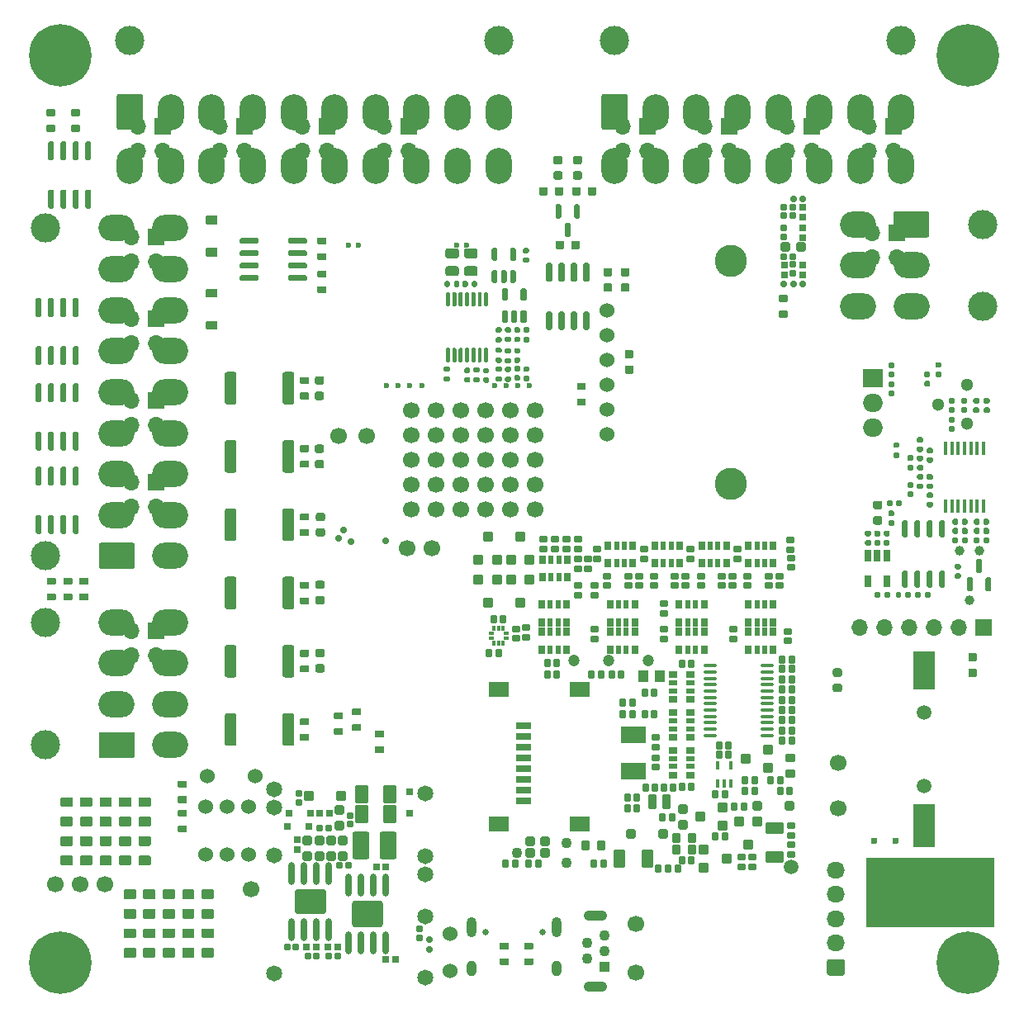
<source format=gbs>
G75*
G70*
%OFA0B0*%
%FSLAX25Y25*%
%IPPOS*%
%LPD*%
%AMOC8*
5,1,8,0,0,1.08239X$1,22.5*
%
%AMM123*
21,1,0.029130,0.018900,0.000000,-0.000000,90.000000*
21,1,0.018900,0.029130,0.000000,-0.000000,90.000000*
1,1,0.010240,0.009450,0.009450*
1,1,0.010240,0.009450,-0.009450*
1,1,0.010240,-0.009450,-0.009450*
1,1,0.010240,-0.009450,0.009450*
%
%AMM124*
21,1,0.025200,0.019680,0.000000,-0.000000,180.000000*
21,1,0.015750,0.029130,0.000000,-0.000000,180.000000*
1,1,0.009450,-0.007870,0.009840*
1,1,0.009450,0.007870,0.009840*
1,1,0.009450,0.007870,-0.009840*
1,1,0.009450,-0.007870,-0.009840*
%
%AMM125*
21,1,0.038980,0.026770,0.000000,-0.000000,180.000000*
21,1,0.026770,0.038980,0.000000,-0.000000,180.000000*
1,1,0.012210,-0.013390,0.013390*
1,1,0.012210,0.013390,0.013390*
1,1,0.012210,0.013390,-0.013390*
1,1,0.012210,-0.013390,-0.013390*
%
%AMM126*
21,1,0.025200,0.019680,0.000000,-0.000000,270.000000*
21,1,0.015750,0.029130,0.000000,-0.000000,270.000000*
1,1,0.009450,-0.009840,-0.007870*
1,1,0.009450,-0.009840,0.007870*
1,1,0.009450,0.009840,0.007870*
1,1,0.009450,0.009840,-0.007870*
%
%AMM20*
21,1,0.041340,0.026770,0.000000,0.000000,0.000000*
21,1,0.029130,0.038980,0.000000,0.000000,0.000000*
1,1,0.012210,0.014570,-0.013390*
1,1,0.012210,-0.014570,-0.013390*
1,1,0.012210,-0.014570,0.013390*
1,1,0.012210,0.014570,0.013390*
%
%AMM201*
21,1,0.029530,0.026380,-0.000000,-0.000000,90.000000*
21,1,0.020470,0.035430,-0.000000,-0.000000,90.000000*
1,1,0.009060,0.013190,0.010240*
1,1,0.009060,0.013190,-0.010240*
1,1,0.009060,-0.013190,-0.010240*
1,1,0.009060,-0.013190,0.010240*
%
%AMM202*
21,1,0.021650,0.027950,-0.000000,-0.000000,90.000000*
21,1,0.014170,0.035430,-0.000000,-0.000000,90.000000*
1,1,0.007480,0.013980,0.007090*
1,1,0.007480,0.013980,-0.007090*
1,1,0.007480,-0.013980,-0.007090*
1,1,0.007480,-0.013980,0.007090*
%
%AMM205*
21,1,0.031500,0.018900,-0.000000,-0.000000,270.000000*
21,1,0.022840,0.027560,-0.000000,-0.000000,270.000000*
1,1,0.008660,-0.009450,-0.011420*
1,1,0.008660,-0.009450,0.011420*
1,1,0.008660,0.009450,0.011420*
1,1,0.008660,0.009450,-0.011420*
%
%AMM207*
21,1,0.031500,0.018900,-0.000000,-0.000000,0.000000*
21,1,0.022840,0.027560,-0.000000,-0.000000,0.000000*
1,1,0.008660,0.011420,-0.009450*
1,1,0.008660,-0.011420,-0.009450*
1,1,0.008660,-0.011420,0.009450*
1,1,0.008660,0.011420,0.009450*
%
%AMM209*
21,1,0.039370,0.030320,-0.000000,-0.000000,90.000000*
21,1,0.028350,0.041340,-0.000000,-0.000000,90.000000*
1,1,0.011020,0.015160,0.014170*
1,1,0.011020,0.015160,-0.014170*
1,1,0.011020,-0.015160,-0.014170*
1,1,0.011020,-0.015160,0.014170*
%
%AMM21*
21,1,0.076380,0.036220,0.000000,0.000000,90.000000*
21,1,0.061810,0.050790,0.000000,0.000000,90.000000*
1,1,0.014570,0.018110,0.030910*
1,1,0.014570,0.018110,-0.030910*
1,1,0.014570,-0.018110,-0.030910*
1,1,0.014570,-0.018110,0.030910*
%
%AMM212*
21,1,0.031500,0.030710,-0.000000,-0.000000,180.000000*
21,1,0.022050,0.040160,-0.000000,-0.000000,180.000000*
1,1,0.009450,-0.011020,0.015350*
1,1,0.009450,0.011020,0.015350*
1,1,0.009450,0.011020,-0.015350*
1,1,0.009450,-0.011020,-0.015350*
%
%AMM230*
21,1,0.037400,0.026770,-0.000000,-0.000000,270.000000*
21,1,0.026770,0.037400,-0.000000,-0.000000,270.000000*
1,1,0.010630,-0.013390,-0.013390*
1,1,0.010630,-0.013390,0.013390*
1,1,0.010630,0.013390,0.013390*
1,1,0.010630,0.013390,-0.013390*
%
%AMM231*
21,1,0.029530,0.026380,-0.000000,-0.000000,180.000000*
21,1,0.020470,0.035430,-0.000000,-0.000000,180.000000*
1,1,0.009060,-0.010240,0.013190*
1,1,0.009060,0.010240,0.013190*
1,1,0.009060,0.010240,-0.013190*
1,1,0.009060,-0.010240,-0.013190*
%
%AMM232*
21,1,0.021650,0.027950,-0.000000,-0.000000,180.000000*
21,1,0.014170,0.035430,-0.000000,-0.000000,180.000000*
1,1,0.007480,-0.007090,0.013980*
1,1,0.007480,0.007090,0.013980*
1,1,0.007480,0.007090,-0.013980*
1,1,0.007480,-0.007090,-0.013980*
%
%AMM233*
21,1,0.037400,0.026770,-0.000000,-0.000000,180.000000*
21,1,0.026770,0.037400,-0.000000,-0.000000,180.000000*
1,1,0.010630,-0.013390,0.013390*
1,1,0.010630,0.013390,0.013390*
1,1,0.010630,0.013390,-0.013390*
1,1,0.010630,-0.013390,-0.013390*
%
%AMM234*
21,1,0.082680,0.045670,-0.000000,-0.000000,0.000000*
21,1,0.067320,0.061020,-0.000000,-0.000000,0.000000*
1,1,0.015350,0.033660,-0.022840*
1,1,0.015350,-0.033660,-0.022840*
1,1,0.015350,-0.033660,0.022840*
1,1,0.015350,0.033660,0.022840*
%
%AMM235*
21,1,0.062990,0.020470,-0.000000,-0.000000,0.000000*
21,1,0.053940,0.029530,-0.000000,-0.000000,0.000000*
1,1,0.009060,0.026970,-0.010240*
1,1,0.009060,-0.026970,-0.010240*
1,1,0.009060,-0.026970,0.010240*
1,1,0.009060,0.026970,0.010240*
%
%AMM236*
21,1,0.039370,0.030320,-0.000000,-0.000000,0.000000*
21,1,0.028350,0.041340,-0.000000,-0.000000,0.000000*
1,1,0.011020,0.014170,-0.015160*
1,1,0.011020,-0.014170,-0.015160*
1,1,0.011020,-0.014170,0.015160*
1,1,0.011020,0.014170,0.015160*
%
%AMM237*
21,1,0.016540,0.028980,-0.000000,-0.000000,0.000000*
21,1,0.010080,0.035430,-0.000000,-0.000000,0.000000*
1,1,0.006460,0.005040,-0.014490*
1,1,0.006460,-0.005040,-0.014490*
1,1,0.006460,-0.005040,0.014490*
1,1,0.006460,0.005040,0.014490*
%
%AMM238*
21,1,0.074800,0.036220,-0.000000,-0.000000,180.000000*
21,1,0.061810,0.049210,-0.000000,-0.000000,180.000000*
1,1,0.012990,-0.030910,0.018110*
1,1,0.012990,0.030910,0.018110*
1,1,0.012990,0.030910,-0.018110*
1,1,0.012990,-0.030910,-0.018110*
%
%AMM239*
21,1,0.039760,0.026770,-0.000000,-0.000000,180.000000*
21,1,0.029130,0.037400,-0.000000,-0.000000,180.000000*
1,1,0.010630,-0.014570,0.013390*
1,1,0.010630,0.014570,0.013390*
1,1,0.010630,0.014570,-0.013390*
1,1,0.010630,-0.014570,-0.013390*
%
%AMM24*
21,1,0.029130,0.018900,0.000000,0.000000,90.000000*
21,1,0.018900,0.029130,0.000000,0.000000,90.000000*
1,1,0.010240,0.009450,0.009450*
1,1,0.010240,0.009450,-0.009450*
1,1,0.010240,-0.009450,-0.009450*
1,1,0.010240,-0.009450,0.009450*
%
%AMM240*
21,1,0.031500,0.049610,-0.000000,-0.000000,180.000000*
21,1,0.022050,0.059060,-0.000000,-0.000000,180.000000*
1,1,0.009450,-0.011020,0.024800*
1,1,0.009450,0.011020,0.024800*
1,1,0.009450,0.011020,-0.024800*
1,1,0.009450,-0.011020,-0.024800*
%
%AMM241*
21,1,0.074800,0.036220,-0.000000,-0.000000,270.000000*
21,1,0.061810,0.049210,-0.000000,-0.000000,270.000000*
1,1,0.012990,-0.018110,-0.030910*
1,1,0.012990,-0.018110,0.030910*
1,1,0.012990,0.018110,0.030910*
1,1,0.012990,0.018110,-0.030910*
%
%AMM242*
21,1,0.031500,0.030710,-0.000000,-0.000000,270.000000*
21,1,0.022050,0.040160,-0.000000,-0.000000,270.000000*
1,1,0.009450,-0.015350,-0.011020*
1,1,0.009450,-0.015350,0.011020*
1,1,0.009450,0.015350,0.011020*
1,1,0.009450,0.015350,-0.011020*
%
%AMM25*
21,1,0.025200,0.019680,0.000000,0.000000,0.000000*
21,1,0.015750,0.029130,0.000000,0.000000,0.000000*
1,1,0.009450,0.007870,-0.009840*
1,1,0.009450,-0.007870,-0.009840*
1,1,0.009450,-0.007870,0.009840*
1,1,0.009450,0.007870,0.009840*
%
%AMM26*
21,1,0.025200,0.019680,0.000000,0.000000,270.000000*
21,1,0.015750,0.029130,0.000000,0.000000,270.000000*
1,1,0.009450,-0.009840,-0.007870*
1,1,0.009450,-0.009840,0.007870*
1,1,0.009450,0.009840,0.007870*
1,1,0.009450,0.009840,-0.007870*
%
%AMM32*
21,1,0.029130,0.018900,0.000000,0.000000,0.000000*
21,1,0.018900,0.029130,0.000000,0.000000,0.000000*
1,1,0.010240,0.009450,-0.009450*
1,1,0.010240,-0.009450,-0.009450*
1,1,0.010240,-0.009450,0.009450*
1,1,0.010240,0.009450,0.009450*
%
%AMM33*
21,1,0.111810,0.050390,0.000000,0.000000,90.000000*
21,1,0.093700,0.068500,0.000000,0.000000,90.000000*
1,1,0.018110,0.025200,0.046850*
1,1,0.018110,0.025200,-0.046850*
1,1,0.018110,-0.025200,-0.046850*
1,1,0.018110,-0.025200,0.046850*
%
%AMM34*
21,1,0.038980,0.026770,0.000000,0.000000,270.000000*
21,1,0.026770,0.038980,0.000000,0.000000,270.000000*
1,1,0.012210,-0.013390,-0.013390*
1,1,0.012210,-0.013390,0.013390*
1,1,0.012210,0.013390,0.013390*
1,1,0.012210,0.013390,-0.013390*
%
%AMM35*
21,1,0.127560,0.075590,0.000000,0.000000,180.000000*
21,1,0.103150,0.100000,0.000000,0.000000,180.000000*
1,1,0.024410,-0.051580,0.037800*
1,1,0.024410,0.051580,0.037800*
1,1,0.024410,0.051580,-0.037800*
1,1,0.024410,-0.051580,-0.037800*
%
%AMM36*
21,1,0.123620,0.083460,0.000000,0.000000,0.000000*
21,1,0.097240,0.109840,0.000000,0.000000,0.000000*
1,1,0.026380,0.048620,-0.041730*
1,1,0.026380,-0.048620,-0.041730*
1,1,0.026380,-0.048620,0.041730*
1,1,0.026380,0.048620,0.041730*
%
%ADD11R,0.06693X0.06693*%
%ADD12O,0.06693X0.06693*%
%ADD124M20*%
%ADD125M21*%
%ADD128M24*%
%ADD129M25*%
%ADD13O,0.10630X0.14567*%
%ADD130M26*%
%ADD131C,0.02913*%
%ADD132C,0.06457*%
%ADD14C,0.06693*%
%ADD140M32*%
%ADD141M33*%
%ADD142M34*%
%ADD143O,0.02520X0.09213*%
%ADD144M35*%
%ADD145M36*%
%ADD16C,0.11811*%
%ADD162C,0.05118*%
%ADD175C,0.03900*%
%ADD230C,0.04724*%
%ADD231C,0.04294*%
%ADD24C,0.03150*%
%ADD25C,0.25197*%
%ADD256R,0.01772X0.01870*%
%ADD258O,0.05354X0.01378*%
%ADD26C,0.06000*%
%ADD261R,0.09843X0.07087*%
%ADD262R,0.01870X0.01772*%
%ADD264R,0.04331X0.04724*%
%ADD27O,0.07283X0.06693*%
%ADD28C,0.02362*%
%ADD306M123*%
%ADD307M124*%
%ADD308M125*%
%ADD309M126*%
%ADD313R,0.07874X0.07500*%
%ADD314O,0.07874X0.07500*%
%ADD316R,0.01772X0.05709*%
%ADD317R,0.02559X0.04803*%
%ADD34R,0.04331X0.04331*%
%ADD35C,0.04331*%
%ADD36O,0.09449X0.04331*%
%ADD39C,0.05906*%
%ADD412M201*%
%ADD413M202*%
%ADD416M205*%
%ADD418M207*%
%ADD420M209*%
%ADD423M212*%
%ADD441M230*%
%ADD442M231*%
%ADD443M232*%
%ADD444M233*%
%ADD445M234*%
%ADD446M235*%
%ADD447M236*%
%ADD448M237*%
%ADD449M238*%
%ADD450M239*%
%ADD451M240*%
%ADD452M241*%
%ADD453M242*%
%ADD55O,0.14567X0.10630*%
%ADD72O,0.03937X0.08268*%
%ADD73O,0.03937X0.06299*%
%ADD74C,0.13000*%
%ADD81C,0.00472*%
%ADD82C,0.02559*%
%ADD98R,0.09055X0.17323*%
%ADD99R,0.09055X0.15748*%
X0000000Y0000000D02*
%LPD*%
G01*
D81*
X0390354Y0028445D02*
X0339173Y0028445D01*
X0339173Y0056004D01*
X0390354Y0056004D01*
X0390354Y0028445D01*
G36*
X0390354Y0028445D02*
G01*
X0339173Y0028445D01*
X0339173Y0056004D01*
X0390354Y0056004D01*
X0390354Y0028445D01*
G37*
D11*
X0052421Y0207677D03*
D12*
X0042421Y0207677D03*
X0052421Y0197677D03*
X0042421Y0197677D03*
D16*
X0237402Y0385925D03*
X0353150Y0385925D03*
G36*
G01*
X0232087Y0350886D02*
X0232087Y0363484D01*
G75*
G02*
X0233071Y0364469I0000984J0000000D01*
G01*
X0241732Y0364469D01*
G75*
G02*
X0242717Y0363484I0000000J-000984D01*
G01*
X0242717Y0350886D01*
G75*
G02*
X0241732Y0349902I-000984J0000000D01*
G01*
X0233071Y0349902D01*
G75*
G02*
X0232087Y0350886I0000000J0000984D01*
G01*
G37*
D13*
X0253937Y0357185D03*
X0270472Y0357185D03*
X0287008Y0357185D03*
X0303543Y0357185D03*
X0320079Y0357185D03*
X0336614Y0357185D03*
X0353150Y0357185D03*
X0237402Y0335531D03*
X0253937Y0335531D03*
X0270472Y0335531D03*
X0287008Y0335531D03*
X0303543Y0335531D03*
X0320079Y0335531D03*
X0336614Y0335531D03*
X0353150Y0335531D03*
D14*
X0327559Y0075984D03*
D11*
X0052421Y0240748D03*
D12*
X0042421Y0240748D03*
X0052421Y0230748D03*
X0042421Y0230748D03*
D14*
X0163780Y0181102D03*
D16*
X0041732Y0385925D03*
X0190551Y0385925D03*
G36*
G01*
X0036417Y0350886D02*
X0036417Y0363484D01*
G75*
G02*
X0037402Y0364469I0000984J0000000D01*
G01*
X0046063Y0364469D01*
G75*
G02*
X0047047Y0363484I0000000J-000984D01*
G01*
X0047047Y0350886D01*
G75*
G02*
X0046063Y0349902I-000984J0000000D01*
G01*
X0037402Y0349902D01*
G75*
G02*
X0036417Y0350886I0000000J0000984D01*
G01*
G37*
D13*
X0058268Y0357185D03*
X0074803Y0357185D03*
X0091339Y0357185D03*
X0107874Y0357185D03*
X0124409Y0357185D03*
X0140945Y0357185D03*
X0157480Y0357185D03*
X0174016Y0357185D03*
X0190551Y0357185D03*
X0041732Y0335531D03*
X0058268Y0335531D03*
X0074803Y0335531D03*
X0091339Y0335531D03*
X0107874Y0335531D03*
X0124409Y0335531D03*
X0140945Y0335531D03*
X0157480Y0335531D03*
X0174016Y0335531D03*
X0190551Y0335531D03*
D11*
X0154291Y0351280D03*
D12*
X0144291Y0351280D03*
X0154291Y0341280D03*
X0144291Y0341280D03*
D14*
X0125984Y0226378D03*
X0137402Y0226378D03*
X0021811Y0045276D03*
D24*
X0004331Y0379921D03*
X0007098Y0386603D03*
X0007098Y0373240D03*
X0013780Y0389370D03*
D25*
X0013780Y0379921D03*
D24*
X0013780Y0370472D03*
X0020461Y0386603D03*
X0020461Y0373240D03*
X0023228Y0379921D03*
X0370472Y0379921D03*
X0373240Y0386603D03*
X0373240Y0373240D03*
X0379921Y0389370D03*
D25*
X0379921Y0379921D03*
D24*
X0379921Y0370472D03*
X0386603Y0386603D03*
X0386603Y0373240D03*
X0389370Y0379921D03*
D26*
X0072441Y0076575D03*
X0072441Y0057283D03*
G36*
G01*
X0329429Y0008465D02*
X0324114Y0008465D01*
G75*
G02*
X0323130Y0009449I0000000J0000984D01*
G01*
X0323130Y0014173D01*
G75*
G02*
X0324114Y0015157I0000984J0000000D01*
G01*
X0329429Y0015157D01*
G75*
G02*
X0330413Y0014173I0000000J-000984D01*
G01*
X0330413Y0009449D01*
G75*
G02*
X0329429Y0008465I-000984J0000000D01*
G01*
G37*
D27*
X0326772Y0021654D03*
X0326772Y0031496D03*
X0326772Y0041339D03*
X0326772Y0051181D03*
D14*
X0246063Y0029528D03*
D24*
X0004331Y0013780D03*
X0007098Y0020461D03*
X0007098Y0007098D03*
X0013780Y0023228D03*
D25*
X0013780Y0013780D03*
D24*
X0013780Y0004331D03*
X0020461Y0020461D03*
X0020461Y0007098D03*
X0023228Y0013780D03*
D28*
X0193602Y0246752D03*
X0188878Y0246752D03*
X0198327Y0246752D03*
X0203051Y0246752D03*
X0177618Y0303543D03*
X0173681Y0303543D03*
D14*
X0011811Y0045276D03*
D34*
X0233268Y0012205D03*
D35*
X0226378Y0015354D03*
X0233268Y0018504D03*
X0226378Y0021654D03*
X0233268Y0024803D03*
D36*
X0229823Y0004134D03*
X0229823Y0032874D03*
D26*
X0081102Y0076575D03*
X0081102Y0057283D03*
D28*
X0313287Y0287894D03*
X0309547Y0287894D03*
X0305807Y0287894D03*
X0309744Y0322146D03*
X0313287Y0322146D03*
D14*
X0090551Y0043307D03*
D39*
X0160925Y0081988D03*
X0160925Y0056791D03*
X0160925Y0049311D03*
X0160925Y0032382D03*
D28*
X0162697Y0022933D03*
X0162697Y0018996D03*
D39*
X0160925Y0007776D03*
X0099902Y0083760D03*
X0099902Y0076476D03*
X0099902Y0056988D03*
X0099902Y0009547D03*
D14*
X0153780Y0181102D03*
D28*
X0125984Y0184941D03*
X0128051Y0188386D03*
X0131004Y0183760D03*
X0144980Y0184055D03*
D11*
X0316890Y0351280D03*
D12*
X0306890Y0351280D03*
X0316890Y0341280D03*
X0306890Y0341280D03*
D16*
X0007776Y0177953D03*
X0007776Y0310236D03*
G36*
G01*
X0042815Y0172638D02*
X0030217Y0172638D01*
G75*
G02*
X0029232Y0173622I0000000J0000984D01*
G01*
X0029232Y0182283D01*
G75*
G02*
X0030217Y0183268I0000984J0000000D01*
G01*
X0042815Y0183268D01*
G75*
G02*
X0043799Y0182283I0000000J-000984D01*
G01*
X0043799Y0173622D01*
G75*
G02*
X0042815Y0172638I-000984J0000000D01*
G01*
G37*
D55*
X0036516Y0194488D03*
X0036516Y0211024D03*
X0036516Y0227559D03*
X0036516Y0244094D03*
X0036516Y0260630D03*
X0036516Y0277165D03*
X0036516Y0293701D03*
X0036516Y0310236D03*
X0058169Y0177953D03*
X0058169Y0194488D03*
X0058169Y0211024D03*
X0058169Y0227559D03*
X0058169Y0244094D03*
X0058169Y0260630D03*
X0058169Y0277165D03*
X0058169Y0293701D03*
X0058169Y0310236D03*
D11*
X0349961Y0351280D03*
D12*
X0339961Y0351280D03*
X0349961Y0341280D03*
X0339961Y0341280D03*
D16*
X0385925Y0311811D03*
X0385925Y0278740D03*
G36*
G01*
X0350886Y0317126D02*
X0363484Y0317126D01*
G75*
G02*
X0364469Y0316142I0000000J-000984D01*
G01*
X0364469Y0307480D01*
G75*
G02*
X0363484Y0306496I-000984J0000000D01*
G01*
X0350886Y0306496D01*
G75*
G02*
X0349902Y0307480I0000000J0000984D01*
G01*
X0349902Y0316142D01*
G75*
G02*
X0350886Y0317126I0000984J0000000D01*
G01*
G37*
D55*
X0357185Y0295276D03*
X0357185Y0278740D03*
X0335531Y0311811D03*
X0335531Y0295276D03*
X0335531Y0278740D03*
D11*
X0121220Y0351280D03*
D12*
X0111220Y0351280D03*
X0121220Y0341280D03*
X0111220Y0341280D03*
D26*
X0089764Y0076575D03*
X0089764Y0057283D03*
D14*
X0155512Y0196693D03*
X0155512Y0206693D03*
X0155512Y0216693D03*
X0155512Y0226693D03*
X0155512Y0236693D03*
X0165512Y0196693D03*
X0165512Y0206693D03*
X0165512Y0216693D03*
X0165512Y0226693D03*
X0165512Y0236693D03*
X0175512Y0196693D03*
X0175512Y0206693D03*
X0175512Y0216693D03*
X0175512Y0226693D03*
X0175512Y0236693D03*
X0246063Y0009843D03*
D26*
X0171160Y0025491D03*
X0171160Y0010491D03*
D11*
X0351437Y0308465D03*
D12*
X0341437Y0308465D03*
X0351437Y0298465D03*
X0341437Y0298465D03*
D16*
X0007776Y0101575D03*
X0007776Y0151181D03*
G36*
G01*
X0042815Y0096260D02*
X0030217Y0096260D01*
G75*
G02*
X0029232Y0097244I0000000J0000984D01*
G01*
X0029232Y0105906D01*
G75*
G02*
X0030217Y0106890I0000984J0000000D01*
G01*
X0042815Y0106890D01*
G75*
G02*
X0043799Y0105906I0000000J-000984D01*
G01*
X0043799Y0097244D01*
G75*
G02*
X0042815Y0096260I-000984J0000000D01*
G01*
G37*
D55*
X0036516Y0118110D03*
X0036516Y0134646D03*
X0036516Y0151181D03*
X0058169Y0101575D03*
X0058169Y0118110D03*
X0058169Y0134646D03*
X0058169Y0151181D03*
D14*
X0327559Y0094488D03*
D11*
X0250748Y0351280D03*
D12*
X0240748Y0351280D03*
X0250748Y0341280D03*
X0240748Y0341280D03*
D82*
X0185472Y0026004D03*
X0208228Y0026004D03*
D72*
X0179843Y0027972D03*
D73*
X0179843Y0011516D03*
D72*
X0213858Y0027972D03*
D73*
X0213858Y0011516D03*
D24*
X0370472Y0013780D03*
X0373240Y0020461D03*
X0373240Y0007098D03*
X0379921Y0023228D03*
D25*
X0379921Y0013780D03*
D24*
X0379921Y0004331D03*
X0386603Y0020461D03*
X0386603Y0007098D03*
X0389370Y0013780D03*
D28*
X0150098Y0246752D03*
X0145374Y0246752D03*
X0154823Y0246752D03*
X0159547Y0246752D03*
X0134114Y0303543D03*
X0130177Y0303543D03*
D11*
X0055079Y0351280D03*
D12*
X0045079Y0351280D03*
X0055079Y0341280D03*
X0045079Y0341280D03*
D11*
X0052421Y0306890D03*
D12*
X0042421Y0306890D03*
X0052421Y0296890D03*
X0042421Y0296890D03*
D26*
X0073031Y0088976D03*
X0092323Y0088976D03*
D11*
X0088150Y0351280D03*
D12*
X0078150Y0351280D03*
X0088150Y0341280D03*
X0078150Y0341280D03*
D11*
X0386417Y0149213D03*
D12*
X0376417Y0149213D03*
X0366417Y0149213D03*
X0356417Y0149213D03*
X0346417Y0149213D03*
X0336417Y0149213D03*
D11*
X0052421Y0273819D03*
D12*
X0042421Y0273819D03*
X0052421Y0263819D03*
X0042421Y0263819D03*
D11*
X0052421Y0147835D03*
D12*
X0042421Y0147835D03*
X0052421Y0137835D03*
X0042421Y0137835D03*
D11*
X0283819Y0351280D03*
D12*
X0273819Y0351280D03*
X0283819Y0341280D03*
X0273819Y0341280D03*
D74*
X0284265Y0296969D03*
X0284265Y0206969D03*
D26*
X0234265Y0276969D03*
X0234265Y0266969D03*
X0234265Y0256969D03*
X0234265Y0246969D03*
X0234265Y0236969D03*
X0234265Y0226969D03*
D14*
X0031811Y0045276D03*
X0185512Y0196693D03*
X0185512Y0206693D03*
X0185512Y0216693D03*
X0185512Y0226693D03*
X0185512Y0236693D03*
X0195512Y0196693D03*
X0195512Y0206693D03*
X0195512Y0216693D03*
X0195512Y0226693D03*
X0195512Y0236693D03*
X0205512Y0196693D03*
X0205512Y0206693D03*
X0205512Y0216693D03*
X0205512Y0226693D03*
X0205512Y0236693D03*
G36*
G01*
X0214173Y0319910D02*
X0215354Y0319910D01*
G75*
G02*
X0215945Y0319319I0000000J-000591D01*
G01*
X0215945Y0314693D01*
G75*
G02*
X0215354Y0314102I-000591J0000000D01*
G01*
X0214173Y0314102D01*
G75*
G02*
X0213583Y0314693I0000000J0000591D01*
G01*
X0213583Y0319319D01*
G75*
G02*
X0214173Y0319910I0000591J0000000D01*
G01*
G37*
G36*
G01*
X0221654Y0319910D02*
X0222835Y0319910D01*
G75*
G02*
X0223425Y0319319I0000000J-000591D01*
G01*
X0223425Y0314693D01*
G75*
G02*
X0222835Y0314102I-000591J0000000D01*
G01*
X0221654Y0314102D01*
G75*
G02*
X0221063Y0314693I0000000J0000591D01*
G01*
X0221063Y0319319D01*
G75*
G02*
X0221654Y0319910I0000591J0000000D01*
G01*
G37*
G36*
G01*
X0217913Y0312528D02*
X0219094Y0312528D01*
G75*
G02*
X0219685Y0311937I0000000J-000591D01*
G01*
X0219685Y0307311D01*
G75*
G02*
X0219094Y0306721I-000591J0000000D01*
G01*
X0217913Y0306721D01*
G75*
G02*
X0217323Y0307311I0000000J0000591D01*
G01*
X0217323Y0311937D01*
G75*
G02*
X0217913Y0312528I0000591J0000000D01*
G01*
G37*
G36*
G01*
X0049803Y0052992D02*
X0045669Y0052992D01*
G75*
G02*
X0045276Y0053386I0000000J0000394D01*
G01*
X0045276Y0056535D01*
G75*
G02*
X0045669Y0056929I0000394J0000000D01*
G01*
X0049803Y0056929D01*
G75*
G02*
X0050197Y0056535I0000000J-000394D01*
G01*
X0050197Y0053386D01*
G75*
G02*
X0049803Y0052992I-000394J0000000D01*
G01*
G37*
G36*
G01*
X0049803Y0060866D02*
X0045669Y0060866D01*
G75*
G02*
X0045276Y0061260I0000000J0000394D01*
G01*
X0045276Y0064409D01*
G75*
G02*
X0045669Y0064803I0000394J0000000D01*
G01*
X0049803Y0064803D01*
G75*
G02*
X0050197Y0064409I0000000J-000394D01*
G01*
X0050197Y0061260D01*
G75*
G02*
X0049803Y0060866I-000394J0000000D01*
G01*
G37*
G36*
G01*
X0241969Y0261083D02*
X0244646Y0261083D01*
G75*
G02*
X0244980Y0260748I0000000J-000335D01*
G01*
X0244980Y0258071D01*
G75*
G02*
X0244646Y0257736I-000335J0000000D01*
G01*
X0241969Y0257736D01*
G75*
G02*
X0241634Y0258071I0000000J0000335D01*
G01*
X0241634Y0260748D01*
G75*
G02*
X0241969Y0261083I0000335J0000000D01*
G01*
G37*
G36*
G01*
X0241969Y0254862D02*
X0244646Y0254862D01*
G75*
G02*
X0244980Y0254528I0000000J-000335D01*
G01*
X0244980Y0251850D01*
G75*
G02*
X0244646Y0251516I-000335J0000000D01*
G01*
X0241969Y0251516D01*
G75*
G02*
X0241634Y0251850I0000000J0000335D01*
G01*
X0241634Y0254528D01*
G75*
G02*
X0241969Y0254862I0000335J0000000D01*
G01*
G37*
G36*
G01*
X0076811Y0298819D02*
X0072795Y0298819D01*
G75*
G02*
X0072441Y0299173I0000000J0000354D01*
G01*
X0072441Y0302008D01*
G75*
G02*
X0072795Y0302362I0000354J0000000D01*
G01*
X0076811Y0302362D01*
G75*
G02*
X0077165Y0302008I0000000J-000354D01*
G01*
X0077165Y0299173D01*
G75*
G02*
X0076811Y0298819I-000354J0000000D01*
G01*
G37*
G36*
G01*
X0076811Y0311811D02*
X0072795Y0311811D01*
G75*
G02*
X0072441Y0312165I0000000J0000354D01*
G01*
X0072441Y0315000D01*
G75*
G02*
X0072795Y0315354I0000354J0000000D01*
G01*
X0076811Y0315354D01*
G75*
G02*
X0077165Y0315000I0000000J-000354D01*
G01*
X0077165Y0312165D01*
G75*
G02*
X0076811Y0311811I-000354J0000000D01*
G01*
G37*
D39*
X0362205Y0085040D03*
X0362205Y0114567D03*
D98*
X0362205Y0068898D03*
D99*
X0362205Y0131890D03*
G36*
G01*
X0004311Y0247638D02*
X0005492Y0247638D01*
G75*
G02*
X0006083Y0247047I0000000J-000591D01*
G01*
X0006083Y0240551D01*
G75*
G02*
X0005492Y0239961I-000591J0000000D01*
G01*
X0004311Y0239961D01*
G75*
G02*
X0003720Y0240551I0000000J0000591D01*
G01*
X0003720Y0247047D01*
G75*
G02*
X0004311Y0247638I0000591J0000000D01*
G01*
G37*
G36*
G01*
X0009311Y0247638D02*
X0010492Y0247638D01*
G75*
G02*
X0011083Y0247047I0000000J-000591D01*
G01*
X0011083Y0240551D01*
G75*
G02*
X0010492Y0239961I-000591J0000000D01*
G01*
X0009311Y0239961D01*
G75*
G02*
X0008720Y0240551I0000000J0000591D01*
G01*
X0008720Y0247047D01*
G75*
G02*
X0009311Y0247638I0000591J0000000D01*
G01*
G37*
G36*
G01*
X0014311Y0247638D02*
X0015492Y0247638D01*
G75*
G02*
X0016083Y0247047I0000000J-000591D01*
G01*
X0016083Y0240551D01*
G75*
G02*
X0015492Y0239961I-000591J0000000D01*
G01*
X0014311Y0239961D01*
G75*
G02*
X0013720Y0240551I0000000J0000591D01*
G01*
X0013720Y0247047D01*
G75*
G02*
X0014311Y0247638I0000591J0000000D01*
G01*
G37*
G36*
G01*
X0019311Y0247638D02*
X0020492Y0247638D01*
G75*
G02*
X0021083Y0247047I0000000J-000591D01*
G01*
X0021083Y0240551D01*
G75*
G02*
X0020492Y0239961I-000591J0000000D01*
G01*
X0019311Y0239961D01*
G75*
G02*
X0018720Y0240551I0000000J0000591D01*
G01*
X0018720Y0247047D01*
G75*
G02*
X0019311Y0247638I0000591J0000000D01*
G01*
G37*
G36*
G01*
X0019311Y0228150D02*
X0020492Y0228150D01*
G75*
G02*
X0021083Y0227559I0000000J-000591D01*
G01*
X0021083Y0221063D01*
G75*
G02*
X0020492Y0220472I-000591J0000000D01*
G01*
X0019311Y0220472D01*
G75*
G02*
X0018720Y0221063I0000000J0000591D01*
G01*
X0018720Y0227559D01*
G75*
G02*
X0019311Y0228150I0000591J0000000D01*
G01*
G37*
G36*
G01*
X0014311Y0228150D02*
X0015492Y0228150D01*
G75*
G02*
X0016083Y0227559I0000000J-000591D01*
G01*
X0016083Y0221063D01*
G75*
G02*
X0015492Y0220472I-000591J0000000D01*
G01*
X0014311Y0220472D01*
G75*
G02*
X0013720Y0221063I0000000J0000591D01*
G01*
X0013720Y0227559D01*
G75*
G02*
X0014311Y0228150I0000591J0000000D01*
G01*
G37*
G36*
G01*
X0009311Y0228150D02*
X0010492Y0228150D01*
G75*
G02*
X0011083Y0227559I0000000J-000591D01*
G01*
X0011083Y0221063D01*
G75*
G02*
X0010492Y0220472I-000591J0000000D01*
G01*
X0009311Y0220472D01*
G75*
G02*
X0008720Y0221063I0000000J0000591D01*
G01*
X0008720Y0227559D01*
G75*
G02*
X0009311Y0228150I0000591J0000000D01*
G01*
G37*
G36*
G01*
X0004311Y0228150D02*
X0005492Y0228150D01*
G75*
G02*
X0006083Y0227559I0000000J-000591D01*
G01*
X0006083Y0221063D01*
G75*
G02*
X0005492Y0220472I-000591J0000000D01*
G01*
X0004311Y0220472D01*
G75*
G02*
X0003720Y0221063I0000000J0000591D01*
G01*
X0003720Y0227559D01*
G75*
G02*
X0004311Y0228150I0000591J0000000D01*
G01*
G37*
G36*
G01*
X0011575Y0160039D02*
X0008504Y0160039D01*
G75*
G02*
X0008228Y0160315I0000000J0000276D01*
G01*
X0008228Y0162520D01*
G75*
G02*
X0008504Y0162795I0000276J0000000D01*
G01*
X0011575Y0162795D01*
G75*
G02*
X0011850Y0162520I0000000J-000276D01*
G01*
X0011850Y0160315D01*
G75*
G02*
X0011575Y0160039I-000276J0000000D01*
G01*
G37*
G36*
G01*
X0011575Y0166339D02*
X0008504Y0166339D01*
G75*
G02*
X0008228Y0166614I0000000J0000276D01*
G01*
X0008228Y0168819D01*
G75*
G02*
X0008504Y0169094I0000276J0000000D01*
G01*
X0011575Y0169094D01*
G75*
G02*
X0011850Y0168819I0000000J-000276D01*
G01*
X0011850Y0166614D01*
G75*
G02*
X0011575Y0166339I-000276J0000000D01*
G01*
G37*
G36*
G01*
X0229941Y0326535D02*
X0229941Y0323858D01*
G75*
G02*
X0229606Y0323524I-000335J0000000D01*
G01*
X0226929Y0323524D01*
G75*
G02*
X0226594Y0323858I0000000J0000335D01*
G01*
X0226594Y0326535D01*
G75*
G02*
X0226929Y0326870I0000335J0000000D01*
G01*
X0229606Y0326870D01*
G75*
G02*
X0229941Y0326535I0000000J-000335D01*
G01*
G37*
G36*
G01*
X0223720Y0326535D02*
X0223720Y0323858D01*
G75*
G02*
X0223386Y0323524I-000335J0000000D01*
G01*
X0220709Y0323524D01*
G75*
G02*
X0220374Y0323858I0000000J0000335D01*
G01*
X0220374Y0326535D01*
G75*
G02*
X0220709Y0326870I0000335J0000000D01*
G01*
X0223386Y0326870D01*
G75*
G02*
X0223720Y0326535I0000000J-000335D01*
G01*
G37*
G36*
G01*
X0026181Y0052992D02*
X0022047Y0052992D01*
G75*
G02*
X0021654Y0053386I0000000J0000394D01*
G01*
X0021654Y0056535D01*
G75*
G02*
X0022047Y0056929I0000394J0000000D01*
G01*
X0026181Y0056929D01*
G75*
G02*
X0026575Y0056535I0000000J-000394D01*
G01*
X0026575Y0053386D01*
G75*
G02*
X0026181Y0052992I-000394J0000000D01*
G01*
G37*
G36*
G01*
X0026181Y0060866D02*
X0022047Y0060866D01*
G75*
G02*
X0021654Y0061260I0000000J0000394D01*
G01*
X0021654Y0064409D01*
G75*
G02*
X0022047Y0064803I0000394J0000000D01*
G01*
X0026181Y0064803D01*
G75*
G02*
X0026575Y0064409I0000000J-000394D01*
G01*
X0026575Y0061260D01*
G75*
G02*
X0026181Y0060866I-000394J0000000D01*
G01*
G37*
G36*
G01*
X0380551Y0138642D02*
X0383228Y0138642D01*
G75*
G02*
X0383563Y0138307I0000000J-000335D01*
G01*
X0383563Y0135630D01*
G75*
G02*
X0383228Y0135295I-000335J0000000D01*
G01*
X0380551Y0135295D01*
G75*
G02*
X0380217Y0135630I0000000J0000335D01*
G01*
X0380217Y0138307D01*
G75*
G02*
X0380551Y0138642I0000335J0000000D01*
G01*
G37*
G36*
G01*
X0380551Y0132421D02*
X0383228Y0132421D01*
G75*
G02*
X0383563Y0132087I0000000J-000335D01*
G01*
X0383563Y0129409D01*
G75*
G02*
X0383228Y0129075I-000335J0000000D01*
G01*
X0380551Y0129075D01*
G75*
G02*
X0380217Y0129409I0000000J0000335D01*
G01*
X0380217Y0132087D01*
G75*
G02*
X0380551Y0132421I0000335J0000000D01*
G01*
G37*
G36*
G01*
X0213720Y0302134D02*
X0213720Y0304811D01*
G75*
G02*
X0214055Y0305146I0000335J0000000D01*
G01*
X0216732Y0305146D01*
G75*
G02*
X0217067Y0304811I0000000J-000335D01*
G01*
X0217067Y0302134D01*
G75*
G02*
X0216732Y0301799I-000335J0000000D01*
G01*
X0214055Y0301799D01*
G75*
G02*
X0213720Y0302134I0000000J0000335D01*
G01*
G37*
G36*
G01*
X0219941Y0302134D02*
X0219941Y0304811D01*
G75*
G02*
X0220276Y0305146I0000335J0000000D01*
G01*
X0222953Y0305146D01*
G75*
G02*
X0223287Y0304811I0000000J-000335D01*
G01*
X0223287Y0302134D01*
G75*
G02*
X0222953Y0301799I-000335J0000000D01*
G01*
X0220276Y0301799D01*
G75*
G02*
X0219941Y0302134I0000000J0000335D01*
G01*
G37*
G36*
G01*
X0024764Y0160039D02*
X0021693Y0160039D01*
G75*
G02*
X0021417Y0160315I0000000J0000276D01*
G01*
X0021417Y0162520D01*
G75*
G02*
X0021693Y0162795I0000276J0000000D01*
G01*
X0024764Y0162795D01*
G75*
G02*
X0025039Y0162520I0000000J-000276D01*
G01*
X0025039Y0160315D01*
G75*
G02*
X0024764Y0160039I-000276J0000000D01*
G01*
G37*
G36*
G01*
X0024764Y0166339D02*
X0021693Y0166339D01*
G75*
G02*
X0021417Y0166614I0000000J0000276D01*
G01*
X0021417Y0168819D01*
G75*
G02*
X0021693Y0169094I0000276J0000000D01*
G01*
X0024764Y0169094D01*
G75*
G02*
X0025039Y0168819I0000000J-000276D01*
G01*
X0025039Y0166614D01*
G75*
G02*
X0024764Y0166339I-000276J0000000D01*
G01*
G37*
G36*
G01*
X0063287Y0043307D02*
X0067421Y0043307D01*
G75*
G02*
X0067815Y0042913I0000000J-000394D01*
G01*
X0067815Y0039764D01*
G75*
G02*
X0067421Y0039370I-000394J0000000D01*
G01*
X0063287Y0039370D01*
G75*
G02*
X0062894Y0039764I0000000J0000394D01*
G01*
X0062894Y0042913D01*
G75*
G02*
X0063287Y0043307I0000394J0000000D01*
G01*
G37*
G36*
G01*
X0063287Y0035433D02*
X0067421Y0035433D01*
G75*
G02*
X0067815Y0035039I0000000J-000394D01*
G01*
X0067815Y0031890D01*
G75*
G02*
X0067421Y0031496I-000394J0000000D01*
G01*
X0063287Y0031496D01*
G75*
G02*
X0062894Y0031890I0000000J0000394D01*
G01*
X0062894Y0035039D01*
G75*
G02*
X0063287Y0035433I0000394J0000000D01*
G01*
G37*
G36*
G01*
X0108169Y0251280D02*
X0108169Y0240059D01*
G75*
G02*
X0107185Y0239075I-000984J0000000D01*
G01*
X0104331Y0239075D01*
G75*
G02*
X0103346Y0240059I0000000J0000984D01*
G01*
X0103346Y0251280D01*
G75*
G02*
X0104331Y0252264I0000984J0000000D01*
G01*
X0107185Y0252264D01*
G75*
G02*
X0108169Y0251280I0000000J-000984D01*
G01*
G37*
G36*
G01*
X0084843Y0251280D02*
X0084843Y0240059D01*
G75*
G02*
X0083858Y0239075I-000984J0000000D01*
G01*
X0081004Y0239075D01*
G75*
G02*
X0080020Y0240059I0000000J0000984D01*
G01*
X0080020Y0251280D01*
G75*
G02*
X0081004Y0252264I0000984J0000000D01*
G01*
X0083858Y0252264D01*
G75*
G02*
X0084843Y0251280I0000000J-000984D01*
G01*
G37*
G36*
G01*
X0029921Y0080551D02*
X0034055Y0080551D01*
G75*
G02*
X0034449Y0080157I0000000J-000394D01*
G01*
X0034449Y0077008D01*
G75*
G02*
X0034055Y0076614I-000394J0000000D01*
G01*
X0029921Y0076614D01*
G75*
G02*
X0029528Y0077008I0000000J0000394D01*
G01*
X0029528Y0080157D01*
G75*
G02*
X0029921Y0080551I0000394J0000000D01*
G01*
G37*
G36*
G01*
X0029921Y0072677D02*
X0034055Y0072677D01*
G75*
G02*
X0034449Y0072283I0000000J-000394D01*
G01*
X0034449Y0069134D01*
G75*
G02*
X0034055Y0068740I-000394J0000000D01*
G01*
X0029921Y0068740D01*
G75*
G02*
X0029528Y0069134I0000000J0000394D01*
G01*
X0029528Y0072283D01*
G75*
G02*
X0029921Y0072677I0000394J0000000D01*
G01*
G37*
G36*
G01*
X0075295Y0015748D02*
X0071161Y0015748D01*
G75*
G02*
X0070768Y0016142I0000000J0000394D01*
G01*
X0070768Y0019291D01*
G75*
G02*
X0071161Y0019685I0000394J0000000D01*
G01*
X0075295Y0019685D01*
G75*
G02*
X0075689Y0019291I0000000J-000394D01*
G01*
X0075689Y0016142D01*
G75*
G02*
X0075295Y0015748I-000394J0000000D01*
G01*
G37*
G36*
G01*
X0075295Y0023622D02*
X0071161Y0023622D01*
G75*
G02*
X0070768Y0024016I0000000J0000394D01*
G01*
X0070768Y0027165D01*
G75*
G02*
X0071161Y0027559I0000394J0000000D01*
G01*
X0075295Y0027559D01*
G75*
G02*
X0075689Y0027165I0000000J-000394D01*
G01*
X0075689Y0024016D01*
G75*
G02*
X0075295Y0023622I-000394J0000000D01*
G01*
G37*
G36*
G01*
X0210413Y0296260D02*
X0211594Y0296260D01*
G75*
G02*
X0212185Y0295669I0000000J-000591D01*
G01*
X0212185Y0289173D01*
G75*
G02*
X0211594Y0288583I-000591J0000000D01*
G01*
X0210413Y0288583D01*
G75*
G02*
X0209823Y0289173I0000000J0000591D01*
G01*
X0209823Y0295669D01*
G75*
G02*
X0210413Y0296260I0000591J0000000D01*
G01*
G37*
G36*
G01*
X0215413Y0296260D02*
X0216594Y0296260D01*
G75*
G02*
X0217185Y0295669I0000000J-000591D01*
G01*
X0217185Y0289173D01*
G75*
G02*
X0216594Y0288583I-000591J0000000D01*
G01*
X0215413Y0288583D01*
G75*
G02*
X0214823Y0289173I0000000J0000591D01*
G01*
X0214823Y0295669D01*
G75*
G02*
X0215413Y0296260I0000591J0000000D01*
G01*
G37*
G36*
G01*
X0220413Y0296260D02*
X0221594Y0296260D01*
G75*
G02*
X0222185Y0295669I0000000J-000591D01*
G01*
X0222185Y0289173D01*
G75*
G02*
X0221594Y0288583I-000591J0000000D01*
G01*
X0220413Y0288583D01*
G75*
G02*
X0219823Y0289173I0000000J0000591D01*
G01*
X0219823Y0295669D01*
G75*
G02*
X0220413Y0296260I0000591J0000000D01*
G01*
G37*
G36*
G01*
X0225413Y0296260D02*
X0226594Y0296260D01*
G75*
G02*
X0227185Y0295669I0000000J-000591D01*
G01*
X0227185Y0289173D01*
G75*
G02*
X0226594Y0288583I-000591J0000000D01*
G01*
X0225413Y0288583D01*
G75*
G02*
X0224823Y0289173I0000000J0000591D01*
G01*
X0224823Y0295669D01*
G75*
G02*
X0225413Y0296260I0000591J0000000D01*
G01*
G37*
G36*
G01*
X0225413Y0276772D02*
X0226594Y0276772D01*
G75*
G02*
X0227185Y0276181I0000000J-000591D01*
G01*
X0227185Y0269685D01*
G75*
G02*
X0226594Y0269094I-000591J0000000D01*
G01*
X0225413Y0269094D01*
G75*
G02*
X0224823Y0269685I0000000J0000591D01*
G01*
X0224823Y0276181D01*
G75*
G02*
X0225413Y0276772I0000591J0000000D01*
G01*
G37*
G36*
G01*
X0220413Y0276772D02*
X0221594Y0276772D01*
G75*
G02*
X0222185Y0276181I0000000J-000591D01*
G01*
X0222185Y0269685D01*
G75*
G02*
X0221594Y0269094I-000591J0000000D01*
G01*
X0220413Y0269094D01*
G75*
G02*
X0219823Y0269685I0000000J0000591D01*
G01*
X0219823Y0276181D01*
G75*
G02*
X0220413Y0276772I0000591J0000000D01*
G01*
G37*
G36*
G01*
X0215413Y0276772D02*
X0216594Y0276772D01*
G75*
G02*
X0217185Y0276181I0000000J-000591D01*
G01*
X0217185Y0269685D01*
G75*
G02*
X0216594Y0269094I-000591J0000000D01*
G01*
X0215413Y0269094D01*
G75*
G02*
X0214823Y0269685I0000000J0000591D01*
G01*
X0214823Y0276181D01*
G75*
G02*
X0215413Y0276772I0000591J0000000D01*
G01*
G37*
G36*
G01*
X0210413Y0276772D02*
X0211594Y0276772D01*
G75*
G02*
X0212185Y0276181I0000000J-000591D01*
G01*
X0212185Y0269685D01*
G75*
G02*
X0211594Y0269094I-000591J0000000D01*
G01*
X0210413Y0269094D01*
G75*
G02*
X0209823Y0269685I0000000J0000591D01*
G01*
X0209823Y0276181D01*
G75*
G02*
X0210413Y0276772I0000591J0000000D01*
G01*
G37*
G36*
G01*
X0014173Y0080551D02*
X0018307Y0080551D01*
G75*
G02*
X0018701Y0080157I0000000J-000394D01*
G01*
X0018701Y0077008D01*
G75*
G02*
X0018307Y0076614I-000394J0000000D01*
G01*
X0014173Y0076614D01*
G75*
G02*
X0013780Y0077008I0000000J0000394D01*
G01*
X0013780Y0080157D01*
G75*
G02*
X0014173Y0080551I0000394J0000000D01*
G01*
G37*
G36*
G01*
X0014173Y0072677D02*
X0018307Y0072677D01*
G75*
G02*
X0018701Y0072283I0000000J-000394D01*
G01*
X0018701Y0069134D01*
G75*
G02*
X0018307Y0068740I-000394J0000000D01*
G01*
X0014173Y0068740D01*
G75*
G02*
X0013780Y0069134I0000000J0000394D01*
G01*
X0013780Y0072283D01*
G75*
G02*
X0014173Y0072677I0000394J0000000D01*
G01*
G37*
G36*
G01*
X0108169Y0168602D02*
X0108169Y0157382D01*
G75*
G02*
X0107185Y0156398I-000984J0000000D01*
G01*
X0104331Y0156398D01*
G75*
G02*
X0103346Y0157382I0000000J0000984D01*
G01*
X0103346Y0168602D01*
G75*
G02*
X0104331Y0169587I0000984J0000000D01*
G01*
X0107185Y0169587D01*
G75*
G02*
X0108169Y0168602I0000000J-000984D01*
G01*
G37*
G36*
G01*
X0084843Y0168602D02*
X0084843Y0157382D01*
G75*
G02*
X0083858Y0156398I-000984J0000000D01*
G01*
X0081004Y0156398D01*
G75*
G02*
X0080020Y0157382I0000000J0000984D01*
G01*
X0080020Y0168602D01*
G75*
G02*
X0081004Y0169587I0000984J0000000D01*
G01*
X0083858Y0169587D01*
G75*
G02*
X0084843Y0168602I0000000J-000984D01*
G01*
G37*
G36*
G01*
X0004311Y0213976D02*
X0005492Y0213976D01*
G75*
G02*
X0006083Y0213386I0000000J-000591D01*
G01*
X0006083Y0206890D01*
G75*
G02*
X0005492Y0206299I-000591J0000000D01*
G01*
X0004311Y0206299D01*
G75*
G02*
X0003720Y0206890I0000000J0000591D01*
G01*
X0003720Y0213386D01*
G75*
G02*
X0004311Y0213976I0000591J0000000D01*
G01*
G37*
G36*
G01*
X0009311Y0213976D02*
X0010492Y0213976D01*
G75*
G02*
X0011083Y0213386I0000000J-000591D01*
G01*
X0011083Y0206890D01*
G75*
G02*
X0010492Y0206299I-000591J0000000D01*
G01*
X0009311Y0206299D01*
G75*
G02*
X0008720Y0206890I0000000J0000591D01*
G01*
X0008720Y0213386D01*
G75*
G02*
X0009311Y0213976I0000591J0000000D01*
G01*
G37*
G36*
G01*
X0014311Y0213976D02*
X0015492Y0213976D01*
G75*
G02*
X0016083Y0213386I0000000J-000591D01*
G01*
X0016083Y0206890D01*
G75*
G02*
X0015492Y0206299I-000591J0000000D01*
G01*
X0014311Y0206299D01*
G75*
G02*
X0013720Y0206890I0000000J0000591D01*
G01*
X0013720Y0213386D01*
G75*
G02*
X0014311Y0213976I0000591J0000000D01*
G01*
G37*
G36*
G01*
X0019311Y0213976D02*
X0020492Y0213976D01*
G75*
G02*
X0021083Y0213386I0000000J-000591D01*
G01*
X0021083Y0206890D01*
G75*
G02*
X0020492Y0206299I-000591J0000000D01*
G01*
X0019311Y0206299D01*
G75*
G02*
X0018720Y0206890I0000000J0000591D01*
G01*
X0018720Y0213386D01*
G75*
G02*
X0019311Y0213976I0000591J0000000D01*
G01*
G37*
G36*
G01*
X0019311Y0194488D02*
X0020492Y0194488D01*
G75*
G02*
X0021083Y0193898I0000000J-000591D01*
G01*
X0021083Y0187402D01*
G75*
G02*
X0020492Y0186811I-000591J0000000D01*
G01*
X0019311Y0186811D01*
G75*
G02*
X0018720Y0187402I0000000J0000591D01*
G01*
X0018720Y0193898D01*
G75*
G02*
X0019311Y0194488I0000591J0000000D01*
G01*
G37*
G36*
G01*
X0014311Y0194488D02*
X0015492Y0194488D01*
G75*
G02*
X0016083Y0193898I0000000J-000591D01*
G01*
X0016083Y0187402D01*
G75*
G02*
X0015492Y0186811I-000591J0000000D01*
G01*
X0014311Y0186811D01*
G75*
G02*
X0013720Y0187402I0000000J0000591D01*
G01*
X0013720Y0193898D01*
G75*
G02*
X0014311Y0194488I0000591J0000000D01*
G01*
G37*
G36*
G01*
X0009311Y0194488D02*
X0010492Y0194488D01*
G75*
G02*
X0011083Y0193898I0000000J-000591D01*
G01*
X0011083Y0187402D01*
G75*
G02*
X0010492Y0186811I-000591J0000000D01*
G01*
X0009311Y0186811D01*
G75*
G02*
X0008720Y0187402I0000000J0000591D01*
G01*
X0008720Y0193898D01*
G75*
G02*
X0009311Y0194488I0000591J0000000D01*
G01*
G37*
G36*
G01*
X0004311Y0194488D02*
X0005492Y0194488D01*
G75*
G02*
X0006083Y0193898I0000000J-000591D01*
G01*
X0006083Y0187402D01*
G75*
G02*
X0005492Y0186811I-000591J0000000D01*
G01*
X0004311Y0186811D01*
G75*
G02*
X0003720Y0187402I0000000J0000591D01*
G01*
X0003720Y0193898D01*
G75*
G02*
X0004311Y0194488I0000591J0000000D01*
G01*
G37*
G36*
G01*
X0235984Y0284587D02*
X0233307Y0284587D01*
G75*
G02*
X0232972Y0284921I0000000J0000335D01*
G01*
X0232972Y0287598D01*
G75*
G02*
X0233307Y0287933I0000335J0000000D01*
G01*
X0235984Y0287933D01*
G75*
G02*
X0236319Y0287598I0000000J-000335D01*
G01*
X0236319Y0284921D01*
G75*
G02*
X0235984Y0284587I-000335J0000000D01*
G01*
G37*
G36*
G01*
X0235984Y0290807D02*
X0233307Y0290807D01*
G75*
G02*
X0232972Y0291142I0000000J0000335D01*
G01*
X0232972Y0293819D01*
G75*
G02*
X0233307Y0294154I0000335J0000000D01*
G01*
X0235984Y0294154D01*
G75*
G02*
X0236319Y0293819I0000000J-000335D01*
G01*
X0236319Y0291142D01*
G75*
G02*
X0235984Y0290807I-000335J0000000D01*
G01*
G37*
G36*
G01*
X0117495Y0140453D02*
X0119513Y0140453D01*
G75*
G02*
X0120374Y0139592I0000000J-000861D01*
G01*
X0120374Y0137869D01*
G75*
G02*
X0119513Y0137008I-000861J0000000D01*
G01*
X0117495Y0137008D01*
G75*
G02*
X0116634Y0137869I0000000J0000861D01*
G01*
X0116634Y0139592D01*
G75*
G02*
X0117495Y0140453I0000861J0000000D01*
G01*
G37*
G36*
G01*
X0117495Y0134252D02*
X0119513Y0134252D01*
G75*
G02*
X0120374Y0133391I0000000J-000861D01*
G01*
X0120374Y0131668D01*
G75*
G02*
X0119513Y0130807I-000861J0000000D01*
G01*
X0117495Y0130807D01*
G75*
G02*
X0116634Y0131668I0000000J0000861D01*
G01*
X0116634Y0133391D01*
G75*
G02*
X0117495Y0134252I0000861J0000000D01*
G01*
G37*
G36*
G01*
X0039665Y0043307D02*
X0043799Y0043307D01*
G75*
G02*
X0044193Y0042913I0000000J-000394D01*
G01*
X0044193Y0039764D01*
G75*
G02*
X0043799Y0039370I-000394J0000000D01*
G01*
X0039665Y0039370D01*
G75*
G02*
X0039272Y0039764I0000000J0000394D01*
G01*
X0039272Y0042913D01*
G75*
G02*
X0039665Y0043307I0000394J0000000D01*
G01*
G37*
G36*
G01*
X0039665Y0035433D02*
X0043799Y0035433D01*
G75*
G02*
X0044193Y0035039I0000000J-000394D01*
G01*
X0044193Y0031890D01*
G75*
G02*
X0043799Y0031496I-000394J0000000D01*
G01*
X0039665Y0031496D01*
G75*
G02*
X0039272Y0031890I0000000J0000394D01*
G01*
X0039272Y0035039D01*
G75*
G02*
X0039665Y0035433I0000394J0000000D01*
G01*
G37*
G36*
G01*
X0043799Y0015748D02*
X0039665Y0015748D01*
G75*
G02*
X0039272Y0016142I0000000J0000394D01*
G01*
X0039272Y0019291D01*
G75*
G02*
X0039665Y0019685I0000394J0000000D01*
G01*
X0043799Y0019685D01*
G75*
G02*
X0044193Y0019291I0000000J-000394D01*
G01*
X0044193Y0016142D01*
G75*
G02*
X0043799Y0015748I-000394J0000000D01*
G01*
G37*
G36*
G01*
X0043799Y0023622D02*
X0039665Y0023622D01*
G75*
G02*
X0039272Y0024016I0000000J0000394D01*
G01*
X0039272Y0027165D01*
G75*
G02*
X0039665Y0027559I0000394J0000000D01*
G01*
X0043799Y0027559D01*
G75*
G02*
X0044193Y0027165I0000000J-000394D01*
G01*
X0044193Y0024016D01*
G75*
G02*
X0043799Y0023622I-000394J0000000D01*
G01*
G37*
G36*
G01*
X0117298Y0250492D02*
X0119316Y0250492D01*
G75*
G02*
X0120177Y0249631I0000000J-000861D01*
G01*
X0120177Y0247908D01*
G75*
G02*
X0119316Y0247047I-000861J0000000D01*
G01*
X0117298Y0247047D01*
G75*
G02*
X0116437Y0247908I0000000J0000861D01*
G01*
X0116437Y0249631D01*
G75*
G02*
X0117298Y0250492I0000861J0000000D01*
G01*
G37*
G36*
G01*
X0117298Y0244291D02*
X0119316Y0244291D01*
G75*
G02*
X0120177Y0243430I0000000J-000861D01*
G01*
X0120177Y0241708D01*
G75*
G02*
X0119316Y0240846I-000861J0000000D01*
G01*
X0117298Y0240846D01*
G75*
G02*
X0116437Y0241708I0000000J0000861D01*
G01*
X0116437Y0243430D01*
G75*
G02*
X0117298Y0244291I0000861J0000000D01*
G01*
G37*
G36*
G01*
X0108169Y0141043D02*
X0108169Y0129823D01*
G75*
G02*
X0107185Y0128839I-000984J0000000D01*
G01*
X0104331Y0128839D01*
G75*
G02*
X0103346Y0129823I0000000J0000984D01*
G01*
X0103346Y0141043D01*
G75*
G02*
X0104331Y0142028I0000984J0000000D01*
G01*
X0107185Y0142028D01*
G75*
G02*
X0108169Y0141043I0000000J-000984D01*
G01*
G37*
G36*
G01*
X0084843Y0141043D02*
X0084843Y0129823D01*
G75*
G02*
X0083858Y0128839I-000984J0000000D01*
G01*
X0081004Y0128839D01*
G75*
G02*
X0080020Y0129823I0000000J0000984D01*
G01*
X0080020Y0141043D01*
G75*
G02*
X0081004Y0142028I0000984J0000000D01*
G01*
X0083858Y0142028D01*
G75*
G02*
X0084843Y0141043I0000000J-000984D01*
G01*
G37*
G36*
G01*
X0108169Y0223720D02*
X0108169Y0212500D01*
G75*
G02*
X0107185Y0211516I-000984J0000000D01*
G01*
X0104331Y0211516D01*
G75*
G02*
X0103346Y0212500I0000000J0000984D01*
G01*
X0103346Y0223720D01*
G75*
G02*
X0104331Y0224705I0000984J0000000D01*
G01*
X0107185Y0224705D01*
G75*
G02*
X0108169Y0223720I0000000J-000984D01*
G01*
G37*
G36*
G01*
X0084843Y0223720D02*
X0084843Y0212500D01*
G75*
G02*
X0083858Y0211516I-000984J0000000D01*
G01*
X0081004Y0211516D01*
G75*
G02*
X0080020Y0212500I0000000J0000984D01*
G01*
X0080020Y0223720D01*
G75*
G02*
X0081004Y0224705I0000984J0000000D01*
G01*
X0083858Y0224705D01*
G75*
G02*
X0084843Y0223720I0000000J-000984D01*
G01*
G37*
G36*
G01*
X0037795Y0080551D02*
X0041929Y0080551D01*
G75*
G02*
X0042323Y0080157I0000000J-000394D01*
G01*
X0042323Y0077008D01*
G75*
G02*
X0041929Y0076614I-000394J0000000D01*
G01*
X0037795Y0076614D01*
G75*
G02*
X0037402Y0077008I0000000J0000394D01*
G01*
X0037402Y0080157D01*
G75*
G02*
X0037795Y0080551I0000394J0000000D01*
G01*
G37*
G36*
G01*
X0037795Y0072677D02*
X0041929Y0072677D01*
G75*
G02*
X0042323Y0072283I0000000J-000394D01*
G01*
X0042323Y0069134D01*
G75*
G02*
X0041929Y0068740I-000394J0000000D01*
G01*
X0037795Y0068740D01*
G75*
G02*
X0037402Y0069134I0000000J0000394D01*
G01*
X0037402Y0072283D01*
G75*
G02*
X0037795Y0072677I0000394J0000000D01*
G01*
G37*
G36*
G01*
X0326353Y0132579D02*
X0328371Y0132579D01*
G75*
G02*
X0329232Y0131718I0000000J-000861D01*
G01*
X0329232Y0129995D01*
G75*
G02*
X0328371Y0129134I-000861J0000000D01*
G01*
X0326353Y0129134D01*
G75*
G02*
X0325492Y0129995I0000000J0000861D01*
G01*
X0325492Y0131718D01*
G75*
G02*
X0326353Y0132579I0000861J0000000D01*
G01*
G37*
G36*
G01*
X0326353Y0126378D02*
X0328371Y0126378D01*
G75*
G02*
X0329232Y0125517I0000000J-000861D01*
G01*
X0329232Y0123794D01*
G75*
G02*
X0328371Y0122933I-000861J0000000D01*
G01*
X0326353Y0122933D01*
G75*
G02*
X0325492Y0123794I0000000J0000861D01*
G01*
X0325492Y0125517D01*
G75*
G02*
X0326353Y0126378I0000861J0000000D01*
G01*
G37*
G36*
G01*
X0076811Y0269291D02*
X0072795Y0269291D01*
G75*
G02*
X0072441Y0269646I0000000J0000354D01*
G01*
X0072441Y0272480D01*
G75*
G02*
X0072795Y0272835I0000354J0000000D01*
G01*
X0076811Y0272835D01*
G75*
G02*
X0077165Y0272480I0000000J-000354D01*
G01*
X0077165Y0269646D01*
G75*
G02*
X0076811Y0269291I-000354J0000000D01*
G01*
G37*
G36*
G01*
X0076811Y0282283D02*
X0072795Y0282283D01*
G75*
G02*
X0072441Y0282638I0000000J0000354D01*
G01*
X0072441Y0285472D01*
G75*
G02*
X0072795Y0285827I0000354J0000000D01*
G01*
X0076811Y0285827D01*
G75*
G02*
X0077165Y0285472I0000000J-000354D01*
G01*
X0077165Y0282638D01*
G75*
G02*
X0076811Y0282283I-000354J0000000D01*
G01*
G37*
G36*
G01*
X0343071Y0061811D02*
X0341181Y0061811D01*
G75*
G02*
X0340945Y0062047I0000000J0000236D01*
G01*
X0340945Y0063937D01*
G75*
G02*
X0341181Y0064173I0000236J0000000D01*
G01*
X0343071Y0064173D01*
G75*
G02*
X0343307Y0063937I0000000J-000236D01*
G01*
X0343307Y0062047D01*
G75*
G02*
X0343071Y0061811I-000236J0000000D01*
G01*
G37*
G36*
G01*
X0351732Y0061811D02*
X0349843Y0061811D01*
G75*
G02*
X0349606Y0062047I0000000J0000236D01*
G01*
X0349606Y0063937D01*
G75*
G02*
X0349843Y0064173I0000236J0000000D01*
G01*
X0351732Y0064173D01*
G75*
G02*
X0351969Y0063937I0000000J-000236D01*
G01*
X0351969Y0062047D01*
G75*
G02*
X0351732Y0061811I-000236J0000000D01*
G01*
G37*
G36*
G01*
X0113789Y0186024D02*
X0110719Y0186024D01*
G75*
G02*
X0110443Y0186299I0000000J0000276D01*
G01*
X0110443Y0188504D01*
G75*
G02*
X0110719Y0188780I0000276J0000000D01*
G01*
X0113789Y0188780D01*
G75*
G02*
X0114065Y0188504I0000000J-000276D01*
G01*
X0114065Y0186299D01*
G75*
G02*
X0113789Y0186024I-000276J0000000D01*
G01*
G37*
G36*
G01*
X0113789Y0192323D02*
X0110719Y0192323D01*
G75*
G02*
X0110443Y0192598I0000000J0000276D01*
G01*
X0110443Y0194803D01*
G75*
G02*
X0110719Y0195079I0000276J0000000D01*
G01*
X0113789Y0195079D01*
G75*
G02*
X0114065Y0194803I0000000J-000276D01*
G01*
X0114065Y0192598D01*
G75*
G02*
X0113789Y0192323I-000276J0000000D01*
G01*
G37*
G36*
G01*
X0124449Y0114764D02*
X0127520Y0114764D01*
G75*
G02*
X0127795Y0114488I0000000J-000276D01*
G01*
X0127795Y0112283D01*
G75*
G02*
X0127520Y0112008I-000276J0000000D01*
G01*
X0124449Y0112008D01*
G75*
G02*
X0124173Y0112283I0000000J0000276D01*
G01*
X0124173Y0114488D01*
G75*
G02*
X0124449Y0114764I0000276J0000000D01*
G01*
G37*
G36*
G01*
X0124449Y0108465D02*
X0127520Y0108465D01*
G75*
G02*
X0127795Y0108189I0000000J-000276D01*
G01*
X0127795Y0105984D01*
G75*
G02*
X0127520Y0105709I-000276J0000000D01*
G01*
X0124449Y0105709D01*
G75*
G02*
X0124173Y0105984I0000000J0000276D01*
G01*
X0124173Y0108189D01*
G75*
G02*
X0124449Y0108465I0000276J0000000D01*
G01*
G37*
G36*
G01*
X0059547Y0015748D02*
X0055413Y0015748D01*
G75*
G02*
X0055020Y0016142I0000000J0000394D01*
G01*
X0055020Y0019291D01*
G75*
G02*
X0055413Y0019685I0000394J0000000D01*
G01*
X0059547Y0019685D01*
G75*
G02*
X0059941Y0019291I0000000J-000394D01*
G01*
X0059941Y0016142D01*
G75*
G02*
X0059547Y0015748I-000394J0000000D01*
G01*
G37*
G36*
G01*
X0059547Y0023622D02*
X0055413Y0023622D01*
G75*
G02*
X0055020Y0024016I0000000J0000394D01*
G01*
X0055020Y0027165D01*
G75*
G02*
X0055413Y0027559I0000394J0000000D01*
G01*
X0059547Y0027559D01*
G75*
G02*
X0059941Y0027165I0000000J-000394D01*
G01*
X0059941Y0024016D01*
G75*
G02*
X0059547Y0023622I-000394J0000000D01*
G01*
G37*
G36*
G01*
X0117495Y0168012D02*
X0119513Y0168012D01*
G75*
G02*
X0120374Y0167151I0000000J-000861D01*
G01*
X0120374Y0165428D01*
G75*
G02*
X0119513Y0164567I-000861J0000000D01*
G01*
X0117495Y0164567D01*
G75*
G02*
X0116634Y0165428I0000000J0000861D01*
G01*
X0116634Y0167151D01*
G75*
G02*
X0117495Y0168012I0000861J0000000D01*
G01*
G37*
G36*
G01*
X0117495Y0161811D02*
X0119513Y0161811D01*
G75*
G02*
X0120374Y0160950I0000000J-000861D01*
G01*
X0120374Y0159227D01*
G75*
G02*
X0119513Y0158366I-000861J0000000D01*
G01*
X0117495Y0158366D01*
G75*
G02*
X0116634Y0159227I0000000J0000861D01*
G01*
X0116634Y0160950D01*
G75*
G02*
X0117495Y0161811I0000861J0000000D01*
G01*
G37*
G36*
G01*
X0113789Y0158465D02*
X0110719Y0158465D01*
G75*
G02*
X0110443Y0158740I0000000J0000276D01*
G01*
X0110443Y0160945D01*
G75*
G02*
X0110719Y0161220I0000276J0000000D01*
G01*
X0113789Y0161220D01*
G75*
G02*
X0114065Y0160945I0000000J-000276D01*
G01*
X0114065Y0158740D01*
G75*
G02*
X0113789Y0158465I-000276J0000000D01*
G01*
G37*
G36*
G01*
X0113789Y0164764D02*
X0110719Y0164764D01*
G75*
G02*
X0110443Y0165039I0000000J0000276D01*
G01*
X0110443Y0167244D01*
G75*
G02*
X0110719Y0167520I0000276J0000000D01*
G01*
X0113789Y0167520D01*
G75*
G02*
X0114065Y0167244I0000000J-000276D01*
G01*
X0114065Y0165039D01*
G75*
G02*
X0113789Y0164764I-000276J0000000D01*
G01*
G37*
G36*
G01*
X0194449Y0012710D02*
X0191378Y0012710D01*
G75*
G02*
X0191102Y0012986I0000000J0000276D01*
G01*
X0191102Y0015190D01*
G75*
G02*
X0191378Y0015466I0000276J0000000D01*
G01*
X0194449Y0015466D01*
G75*
G02*
X0194724Y0015190I0000000J-000276D01*
G01*
X0194724Y0012986D01*
G75*
G02*
X0194449Y0012710I-000276J0000000D01*
G01*
G37*
G36*
G01*
X0194449Y0019009D02*
X0191378Y0019009D01*
G75*
G02*
X0191102Y0019285I0000000J0000276D01*
G01*
X0191102Y0021489D01*
G75*
G02*
X0191378Y0021765I0000276J0000000D01*
G01*
X0194449Y0021765D01*
G75*
G02*
X0194724Y0021489I0000000J-000276D01*
G01*
X0194724Y0019285D01*
G75*
G02*
X0194449Y0019009I-000276J0000000D01*
G01*
G37*
G36*
G01*
X0113789Y0130906D02*
X0110719Y0130906D01*
G75*
G02*
X0110443Y0131181I0000000J0000276D01*
G01*
X0110443Y0133386D01*
G75*
G02*
X0110719Y0133661I0000276J0000000D01*
G01*
X0113789Y0133661D01*
G75*
G02*
X0114065Y0133386I0000000J-000276D01*
G01*
X0114065Y0131181D01*
G75*
G02*
X0113789Y0130906I-000276J0000000D01*
G01*
G37*
G36*
G01*
X0113789Y0137205D02*
X0110719Y0137205D01*
G75*
G02*
X0110443Y0137480I0000000J0000276D01*
G01*
X0110443Y0139685D01*
G75*
G02*
X0110719Y0139961I0000276J0000000D01*
G01*
X0113789Y0139961D01*
G75*
G02*
X0114065Y0139685I0000000J-000276D01*
G01*
X0114065Y0137480D01*
G75*
G02*
X0113789Y0137205I-000276J0000000D01*
G01*
G37*
G36*
G01*
X0117692Y0195374D02*
X0119710Y0195374D01*
G75*
G02*
X0120571Y0194513I0000000J-000861D01*
G01*
X0120571Y0192790D01*
G75*
G02*
X0119710Y0191929I-000861J0000000D01*
G01*
X0117692Y0191929D01*
G75*
G02*
X0116831Y0192790I0000000J0000861D01*
G01*
X0116831Y0194513D01*
G75*
G02*
X0117692Y0195374I0000861J0000000D01*
G01*
G37*
G36*
G01*
X0117692Y0189173D02*
X0119710Y0189173D01*
G75*
G02*
X0120571Y0188312I0000000J-000861D01*
G01*
X0120571Y0186590D01*
G75*
G02*
X0119710Y0185728I-000861J0000000D01*
G01*
X0117692Y0185728D01*
G75*
G02*
X0116831Y0186590I0000000J0000861D01*
G01*
X0116831Y0188312D01*
G75*
G02*
X0117692Y0189173I0000861J0000000D01*
G01*
G37*
G36*
G01*
X0243071Y0284587D02*
X0240394Y0284587D01*
G75*
G02*
X0240059Y0284921I0000000J0000335D01*
G01*
X0240059Y0287598D01*
G75*
G02*
X0240394Y0287933I0000335J0000000D01*
G01*
X0243071Y0287933D01*
G75*
G02*
X0243406Y0287598I0000000J-000335D01*
G01*
X0243406Y0284921D01*
G75*
G02*
X0243071Y0284587I-000335J0000000D01*
G01*
G37*
G36*
G01*
X0243071Y0290807D02*
X0240394Y0290807D01*
G75*
G02*
X0240059Y0291142I0000000J0000335D01*
G01*
X0240059Y0293819D01*
G75*
G02*
X0240394Y0294154I0000335J0000000D01*
G01*
X0243071Y0294154D01*
G75*
G02*
X0243406Y0293819I0000000J-000335D01*
G01*
X0243406Y0291142D01*
G75*
G02*
X0243071Y0290807I-000335J0000000D01*
G01*
G37*
G36*
G01*
X0021417Y0349213D02*
X0018346Y0349213D01*
G75*
G02*
X0018071Y0349488I0000000J0000276D01*
G01*
X0018071Y0351693D01*
G75*
G02*
X0018346Y0351969I0000276J0000000D01*
G01*
X0021417Y0351969D01*
G75*
G02*
X0021693Y0351693I0000000J-000276D01*
G01*
X0021693Y0349488D01*
G75*
G02*
X0021417Y0349213I-000276J0000000D01*
G01*
G37*
G36*
G01*
X0021417Y0355512D02*
X0018346Y0355512D01*
G75*
G02*
X0018071Y0355787I0000000J0000276D01*
G01*
X0018071Y0357992D01*
G75*
G02*
X0018346Y0358268I0000276J0000000D01*
G01*
X0021417Y0358268D01*
G75*
G02*
X0021693Y0357992I0000000J-000276D01*
G01*
X0021693Y0355787D01*
G75*
G02*
X0021417Y0355512I-000276J0000000D01*
G01*
G37*
G36*
G01*
X0004311Y0282087D02*
X0005492Y0282087D01*
G75*
G02*
X0006083Y0281496I0000000J-000591D01*
G01*
X0006083Y0275000D01*
G75*
G02*
X0005492Y0274409I-000591J0000000D01*
G01*
X0004311Y0274409D01*
G75*
G02*
X0003720Y0275000I0000000J0000591D01*
G01*
X0003720Y0281496D01*
G75*
G02*
X0004311Y0282087I0000591J0000000D01*
G01*
G37*
G36*
G01*
X0009311Y0282087D02*
X0010492Y0282087D01*
G75*
G02*
X0011083Y0281496I0000000J-000591D01*
G01*
X0011083Y0275000D01*
G75*
G02*
X0010492Y0274409I-000591J0000000D01*
G01*
X0009311Y0274409D01*
G75*
G02*
X0008720Y0275000I0000000J0000591D01*
G01*
X0008720Y0281496D01*
G75*
G02*
X0009311Y0282087I0000591J0000000D01*
G01*
G37*
G36*
G01*
X0014311Y0282087D02*
X0015492Y0282087D01*
G75*
G02*
X0016083Y0281496I0000000J-000591D01*
G01*
X0016083Y0275000D01*
G75*
G02*
X0015492Y0274409I-000591J0000000D01*
G01*
X0014311Y0274409D01*
G75*
G02*
X0013720Y0275000I0000000J0000591D01*
G01*
X0013720Y0281496D01*
G75*
G02*
X0014311Y0282087I0000591J0000000D01*
G01*
G37*
G36*
G01*
X0019311Y0282087D02*
X0020492Y0282087D01*
G75*
G02*
X0021083Y0281496I0000000J-000591D01*
G01*
X0021083Y0275000D01*
G75*
G02*
X0020492Y0274409I-000591J0000000D01*
G01*
X0019311Y0274409D01*
G75*
G02*
X0018720Y0275000I0000000J0000591D01*
G01*
X0018720Y0281496D01*
G75*
G02*
X0019311Y0282087I0000591J0000000D01*
G01*
G37*
G36*
G01*
X0019311Y0262598D02*
X0020492Y0262598D01*
G75*
G02*
X0021083Y0262008I0000000J-000591D01*
G01*
X0021083Y0255512D01*
G75*
G02*
X0020492Y0254921I-000591J0000000D01*
G01*
X0019311Y0254921D01*
G75*
G02*
X0018720Y0255512I0000000J0000591D01*
G01*
X0018720Y0262008D01*
G75*
G02*
X0019311Y0262598I0000591J0000000D01*
G01*
G37*
G36*
G01*
X0014311Y0262598D02*
X0015492Y0262598D01*
G75*
G02*
X0016083Y0262008I0000000J-000591D01*
G01*
X0016083Y0255512D01*
G75*
G02*
X0015492Y0254921I-000591J0000000D01*
G01*
X0014311Y0254921D01*
G75*
G02*
X0013720Y0255512I0000000J0000591D01*
G01*
X0013720Y0262008D01*
G75*
G02*
X0014311Y0262598I0000591J0000000D01*
G01*
G37*
G36*
G01*
X0009311Y0262598D02*
X0010492Y0262598D01*
G75*
G02*
X0011083Y0262008I0000000J-000591D01*
G01*
X0011083Y0255512D01*
G75*
G02*
X0010492Y0254921I-000591J0000000D01*
G01*
X0009311Y0254921D01*
G75*
G02*
X0008720Y0255512I0000000J0000591D01*
G01*
X0008720Y0262008D01*
G75*
G02*
X0009311Y0262598I0000591J0000000D01*
G01*
G37*
G36*
G01*
X0004311Y0262598D02*
X0005492Y0262598D01*
G75*
G02*
X0006083Y0262008I0000000J-000591D01*
G01*
X0006083Y0255512D01*
G75*
G02*
X0005492Y0254921I-000591J0000000D01*
G01*
X0004311Y0254921D01*
G75*
G02*
X0003720Y0255512I0000000J0000591D01*
G01*
X0003720Y0262008D01*
G75*
G02*
X0004311Y0262598I0000591J0000000D01*
G01*
G37*
G36*
G01*
X0144055Y0098425D02*
X0140984Y0098425D01*
G75*
G02*
X0140709Y0098701I0000000J0000276D01*
G01*
X0140709Y0100906D01*
G75*
G02*
X0140984Y0101181I0000276J0000000D01*
G01*
X0144055Y0101181D01*
G75*
G02*
X0144331Y0100906I0000000J-000276D01*
G01*
X0144331Y0098701D01*
G75*
G02*
X0144055Y0098425I-000276J0000000D01*
G01*
G37*
G36*
G01*
X0144055Y0104724D02*
X0140984Y0104724D01*
G75*
G02*
X0140709Y0105000I0000000J0000276D01*
G01*
X0140709Y0107205D01*
G75*
G02*
X0140984Y0107480I0000276J0000000D01*
G01*
X0144055Y0107480D01*
G75*
G02*
X0144331Y0107205I0000000J-000276D01*
G01*
X0144331Y0105000D01*
G75*
G02*
X0144055Y0104724I-000276J0000000D01*
G01*
G37*
G36*
G01*
X0108169Y0196161D02*
X0108169Y0184941D01*
G75*
G02*
X0107185Y0183957I-000984J0000000D01*
G01*
X0104331Y0183957D01*
G75*
G02*
X0103346Y0184941I0000000J0000984D01*
G01*
X0103346Y0196161D01*
G75*
G02*
X0104331Y0197146I0000984J0000000D01*
G01*
X0107185Y0197146D01*
G75*
G02*
X0108169Y0196161I0000000J-000984D01*
G01*
G37*
G36*
G01*
X0084843Y0196161D02*
X0084843Y0184941D01*
G75*
G02*
X0083858Y0183957I-000984J0000000D01*
G01*
X0081004Y0183957D01*
G75*
G02*
X0080020Y0184941I0000000J0000984D01*
G01*
X0080020Y0196161D01*
G75*
G02*
X0081004Y0197146I0000984J0000000D01*
G01*
X0083858Y0197146D01*
G75*
G02*
X0084843Y0196161I0000000J-000984D01*
G01*
G37*
G36*
G01*
X0113789Y0103346D02*
X0110719Y0103346D01*
G75*
G02*
X0110443Y0103622I0000000J0000276D01*
G01*
X0110443Y0105827D01*
G75*
G02*
X0110719Y0106102I0000276J0000000D01*
G01*
X0113789Y0106102D01*
G75*
G02*
X0114065Y0105827I0000000J-000276D01*
G01*
X0114065Y0103622D01*
G75*
G02*
X0113789Y0103346I-000276J0000000D01*
G01*
G37*
G36*
G01*
X0113789Y0109646D02*
X0110719Y0109646D01*
G75*
G02*
X0110443Y0109921I0000000J0000276D01*
G01*
X0110443Y0112126D01*
G75*
G02*
X0110719Y0112402I0000276J0000000D01*
G01*
X0113789Y0112402D01*
G75*
G02*
X0114065Y0112126I0000000J-000276D01*
G01*
X0114065Y0109921D01*
G75*
G02*
X0113789Y0109646I-000276J0000000D01*
G01*
G37*
G36*
G01*
X0213558Y0339469D02*
X0215576Y0339469D01*
G75*
G02*
X0216437Y0338607I0000000J-000861D01*
G01*
X0216437Y0336885D01*
G75*
G02*
X0215576Y0336024I-000861J0000000D01*
G01*
X0213558Y0336024D01*
G75*
G02*
X0212697Y0336885I0000000J0000861D01*
G01*
X0212697Y0338607D01*
G75*
G02*
X0213558Y0339469I0000861J0000000D01*
G01*
G37*
G36*
G01*
X0213558Y0333268D02*
X0215576Y0333268D01*
G75*
G02*
X0216437Y0332406I0000000J-000861D01*
G01*
X0216437Y0330684D01*
G75*
G02*
X0215576Y0329823I-000861J0000000D01*
G01*
X0213558Y0329823D01*
G75*
G02*
X0212697Y0330684I0000000J0000861D01*
G01*
X0212697Y0332406D01*
G75*
G02*
X0213558Y0333268I0000861J0000000D01*
G01*
G37*
G36*
G01*
X0055413Y0043307D02*
X0059547Y0043307D01*
G75*
G02*
X0059941Y0042913I0000000J-000394D01*
G01*
X0059941Y0039764D01*
G75*
G02*
X0059547Y0039370I-000394J0000000D01*
G01*
X0055413Y0039370D01*
G75*
G02*
X0055020Y0039764I0000000J0000394D01*
G01*
X0055020Y0042913D01*
G75*
G02*
X0055413Y0043307I0000394J0000000D01*
G01*
G37*
G36*
G01*
X0055413Y0035433D02*
X0059547Y0035433D01*
G75*
G02*
X0059941Y0035039I0000000J-000394D01*
G01*
X0059941Y0031890D01*
G75*
G02*
X0059547Y0031496I-000394J0000000D01*
G01*
X0055413Y0031496D01*
G75*
G02*
X0055020Y0031890I0000000J0000394D01*
G01*
X0055020Y0035039D01*
G75*
G02*
X0055413Y0035433I0000394J0000000D01*
G01*
G37*
G36*
G01*
X0113789Y0241142D02*
X0110719Y0241142D01*
G75*
G02*
X0110443Y0241417I0000000J0000276D01*
G01*
X0110443Y0243622D01*
G75*
G02*
X0110719Y0243898I0000276J0000000D01*
G01*
X0113789Y0243898D01*
G75*
G02*
X0114065Y0243622I0000000J-000276D01*
G01*
X0114065Y0241417D01*
G75*
G02*
X0113789Y0241142I-000276J0000000D01*
G01*
G37*
G36*
G01*
X0113789Y0247441D02*
X0110719Y0247441D01*
G75*
G02*
X0110443Y0247717I0000000J0000276D01*
G01*
X0110443Y0249921D01*
G75*
G02*
X0110719Y0250197I0000276J0000000D01*
G01*
X0113789Y0250197D01*
G75*
G02*
X0114065Y0249921I0000000J-000276D01*
G01*
X0114065Y0247717D01*
G75*
G02*
X0113789Y0247441I-000276J0000000D01*
G01*
G37*
G36*
G01*
X0067421Y0015748D02*
X0063287Y0015748D01*
G75*
G02*
X0062894Y0016142I0000000J0000394D01*
G01*
X0062894Y0019291D01*
G75*
G02*
X0063287Y0019685I0000394J0000000D01*
G01*
X0067421Y0019685D01*
G75*
G02*
X0067815Y0019291I0000000J-000394D01*
G01*
X0067815Y0016142D01*
G75*
G02*
X0067421Y0015748I-000394J0000000D01*
G01*
G37*
G36*
G01*
X0067421Y0023622D02*
X0063287Y0023622D01*
G75*
G02*
X0062894Y0024016I0000000J0000394D01*
G01*
X0062894Y0027165D01*
G75*
G02*
X0063287Y0027559I0000394J0000000D01*
G01*
X0067421Y0027559D01*
G75*
G02*
X0067815Y0027165I0000000J-000394D01*
G01*
X0067815Y0024016D01*
G75*
G02*
X0067421Y0023622I-000394J0000000D01*
G01*
G37*
G36*
G01*
X0204291Y0012710D02*
X0201220Y0012710D01*
G75*
G02*
X0200945Y0012986I0000000J0000276D01*
G01*
X0200945Y0015190D01*
G75*
G02*
X0201220Y0015466I0000276J0000000D01*
G01*
X0204291Y0015466D01*
G75*
G02*
X0204567Y0015190I0000000J-000276D01*
G01*
X0204567Y0012986D01*
G75*
G02*
X0204291Y0012710I-000276J0000000D01*
G01*
G37*
G36*
G01*
X0204291Y0019009D02*
X0201220Y0019009D01*
G75*
G02*
X0200945Y0019285I0000000J0000276D01*
G01*
X0200945Y0021489D01*
G75*
G02*
X0201220Y0021765I0000276J0000000D01*
G01*
X0204291Y0021765D01*
G75*
G02*
X0204567Y0021489I0000000J-000276D01*
G01*
X0204567Y0019285D01*
G75*
G02*
X0204291Y0019009I-000276J0000000D01*
G01*
G37*
G36*
G01*
X0064528Y0066339D02*
X0061457Y0066339D01*
G75*
G02*
X0061181Y0066614I0000000J0000276D01*
G01*
X0061181Y0068819D01*
G75*
G02*
X0061457Y0069094I0000276J0000000D01*
G01*
X0064528Y0069094D01*
G75*
G02*
X0064803Y0068819I0000000J-000276D01*
G01*
X0064803Y0066614D01*
G75*
G02*
X0064528Y0066339I-000276J0000000D01*
G01*
G37*
G36*
G01*
X0064528Y0072638D02*
X0061457Y0072638D01*
G75*
G02*
X0061181Y0072913I0000000J0000276D01*
G01*
X0061181Y0075118D01*
G75*
G02*
X0061457Y0075394I0000276J0000000D01*
G01*
X0064528Y0075394D01*
G75*
G02*
X0064803Y0075118I0000000J-000276D01*
G01*
X0064803Y0072913D01*
G75*
G02*
X0064528Y0072638I-000276J0000000D01*
G01*
G37*
G36*
G01*
X0011378Y0349213D02*
X0008307Y0349213D01*
G75*
G02*
X0008031Y0349488I0000000J0000276D01*
G01*
X0008031Y0351693D01*
G75*
G02*
X0008307Y0351969I0000276J0000000D01*
G01*
X0011378Y0351969D01*
G75*
G02*
X0011654Y0351693I0000000J-000276D01*
G01*
X0011654Y0349488D01*
G75*
G02*
X0011378Y0349213I-000276J0000000D01*
G01*
G37*
G36*
G01*
X0011378Y0355512D02*
X0008307Y0355512D01*
G75*
G02*
X0008031Y0355787I0000000J0000276D01*
G01*
X0008031Y0357992D01*
G75*
G02*
X0008307Y0358268I0000276J0000000D01*
G01*
X0011378Y0358268D01*
G75*
G02*
X0011654Y0357992I0000000J-000276D01*
G01*
X0011654Y0355787D01*
G75*
G02*
X0011378Y0355512I-000276J0000000D01*
G01*
G37*
G36*
G01*
X0120827Y0284055D02*
X0117756Y0284055D01*
G75*
G02*
X0117480Y0284331I0000000J0000276D01*
G01*
X0117480Y0286535D01*
G75*
G02*
X0117756Y0286811I0000276J0000000D01*
G01*
X0120827Y0286811D01*
G75*
G02*
X0121102Y0286535I0000000J-000276D01*
G01*
X0121102Y0284331D01*
G75*
G02*
X0120827Y0284055I-000276J0000000D01*
G01*
G37*
G36*
G01*
X0120827Y0290354D02*
X0117756Y0290354D01*
G75*
G02*
X0117480Y0290630I0000000J0000276D01*
G01*
X0117480Y0292835D01*
G75*
G02*
X0117756Y0293110I0000276J0000000D01*
G01*
X0120827Y0293110D01*
G75*
G02*
X0121102Y0292835I0000000J-000276D01*
G01*
X0121102Y0290630D01*
G75*
G02*
X0120827Y0290354I-000276J0000000D01*
G01*
G37*
G36*
G01*
X0045669Y0080551D02*
X0049803Y0080551D01*
G75*
G02*
X0050197Y0080157I0000000J-000394D01*
G01*
X0050197Y0077008D01*
G75*
G02*
X0049803Y0076614I-000394J0000000D01*
G01*
X0045669Y0076614D01*
G75*
G02*
X0045276Y0077008I0000000J0000394D01*
G01*
X0045276Y0080157D01*
G75*
G02*
X0045669Y0080551I0000394J0000000D01*
G01*
G37*
G36*
G01*
X0045669Y0072677D02*
X0049803Y0072677D01*
G75*
G02*
X0050197Y0072283I0000000J-000394D01*
G01*
X0050197Y0069134D01*
G75*
G02*
X0049803Y0068740I-000394J0000000D01*
G01*
X0045669Y0068740D01*
G75*
G02*
X0045276Y0069134I0000000J0000394D01*
G01*
X0045276Y0072283D01*
G75*
G02*
X0045669Y0072677I0000394J0000000D01*
G01*
G37*
G36*
G01*
X0117298Y0222933D02*
X0119316Y0222933D01*
G75*
G02*
X0120177Y0222072I0000000J-000861D01*
G01*
X0120177Y0220349D01*
G75*
G02*
X0119316Y0219488I-000861J0000000D01*
G01*
X0117298Y0219488D01*
G75*
G02*
X0116437Y0220349I0000000J0000861D01*
G01*
X0116437Y0222072D01*
G75*
G02*
X0117298Y0222933I0000861J0000000D01*
G01*
G37*
G36*
G01*
X0117298Y0216732D02*
X0119316Y0216732D01*
G75*
G02*
X0120177Y0215871I0000000J-000861D01*
G01*
X0120177Y0214149D01*
G75*
G02*
X0119316Y0213287I-000861J0000000D01*
G01*
X0117298Y0213287D01*
G75*
G02*
X0116437Y0214149I0000000J0000861D01*
G01*
X0116437Y0215871D01*
G75*
G02*
X0117298Y0216732I0000861J0000000D01*
G01*
G37*
G36*
G01*
X0131732Y0116339D02*
X0134803Y0116339D01*
G75*
G02*
X0135079Y0116063I0000000J-000276D01*
G01*
X0135079Y0113858D01*
G75*
G02*
X0134803Y0113583I-000276J0000000D01*
G01*
X0131732Y0113583D01*
G75*
G02*
X0131457Y0113858I0000000J0000276D01*
G01*
X0131457Y0116063D01*
G75*
G02*
X0131732Y0116339I0000276J0000000D01*
G01*
G37*
G36*
G01*
X0131732Y0110039D02*
X0134803Y0110039D01*
G75*
G02*
X0135079Y0109764I0000000J-000276D01*
G01*
X0135079Y0107559D01*
G75*
G02*
X0134803Y0107283I-000276J0000000D01*
G01*
X0131732Y0107283D01*
G75*
G02*
X0131457Y0107559I0000000J0000276D01*
G01*
X0131457Y0109764D01*
G75*
G02*
X0131732Y0110039I0000276J0000000D01*
G01*
G37*
G36*
G01*
X0207028Y0323858D02*
X0207028Y0326535D01*
G75*
G02*
X0207362Y0326870I0000335J0000000D01*
G01*
X0210039Y0326870D01*
G75*
G02*
X0210374Y0326535I0000000J-000335D01*
G01*
X0210374Y0323858D01*
G75*
G02*
X0210039Y0323524I-000335J0000000D01*
G01*
X0207362Y0323524D01*
G75*
G02*
X0207028Y0323858I0000000J0000335D01*
G01*
G37*
G36*
G01*
X0213248Y0323858D02*
X0213248Y0326535D01*
G75*
G02*
X0213583Y0326870I0000335J0000000D01*
G01*
X0216260Y0326870D01*
G75*
G02*
X0216594Y0326535I0000000J-000335D01*
G01*
X0216594Y0323858D01*
G75*
G02*
X0216260Y0323524I-000335J0000000D01*
G01*
X0213583Y0323524D01*
G75*
G02*
X0213248Y0323858I0000000J0000335D01*
G01*
G37*
G36*
G01*
X0009370Y0345374D02*
X0010551Y0345374D01*
G75*
G02*
X0011142Y0344783I0000000J-000591D01*
G01*
X0011142Y0338287D01*
G75*
G02*
X0010551Y0337697I-000591J0000000D01*
G01*
X0009370Y0337697D01*
G75*
G02*
X0008780Y0338287I0000000J0000591D01*
G01*
X0008780Y0344783D01*
G75*
G02*
X0009370Y0345374I0000591J0000000D01*
G01*
G37*
G36*
G01*
X0014370Y0345374D02*
X0015551Y0345374D01*
G75*
G02*
X0016142Y0344783I0000000J-000591D01*
G01*
X0016142Y0338287D01*
G75*
G02*
X0015551Y0337697I-000591J0000000D01*
G01*
X0014370Y0337697D01*
G75*
G02*
X0013780Y0338287I0000000J0000591D01*
G01*
X0013780Y0344783D01*
G75*
G02*
X0014370Y0345374I0000591J0000000D01*
G01*
G37*
G36*
G01*
X0019370Y0345374D02*
X0020551Y0345374D01*
G75*
G02*
X0021142Y0344783I0000000J-000591D01*
G01*
X0021142Y0338287D01*
G75*
G02*
X0020551Y0337697I-000591J0000000D01*
G01*
X0019370Y0337697D01*
G75*
G02*
X0018780Y0338287I0000000J0000591D01*
G01*
X0018780Y0344783D01*
G75*
G02*
X0019370Y0345374I0000591J0000000D01*
G01*
G37*
G36*
G01*
X0024370Y0345374D02*
X0025551Y0345374D01*
G75*
G02*
X0026142Y0344783I0000000J-000591D01*
G01*
X0026142Y0338287D01*
G75*
G02*
X0025551Y0337697I-000591J0000000D01*
G01*
X0024370Y0337697D01*
G75*
G02*
X0023780Y0338287I0000000J0000591D01*
G01*
X0023780Y0344783D01*
G75*
G02*
X0024370Y0345374I0000591J0000000D01*
G01*
G37*
G36*
G01*
X0024370Y0325886D02*
X0025551Y0325886D01*
G75*
G02*
X0026142Y0325295I0000000J-000591D01*
G01*
X0026142Y0318799D01*
G75*
G02*
X0025551Y0318209I-000591J0000000D01*
G01*
X0024370Y0318209D01*
G75*
G02*
X0023780Y0318799I0000000J0000591D01*
G01*
X0023780Y0325295D01*
G75*
G02*
X0024370Y0325886I0000591J0000000D01*
G01*
G37*
G36*
G01*
X0019370Y0325886D02*
X0020551Y0325886D01*
G75*
G02*
X0021142Y0325295I0000000J-000591D01*
G01*
X0021142Y0318799D01*
G75*
G02*
X0020551Y0318209I-000591J0000000D01*
G01*
X0019370Y0318209D01*
G75*
G02*
X0018780Y0318799I0000000J0000591D01*
G01*
X0018780Y0325295D01*
G75*
G02*
X0019370Y0325886I0000591J0000000D01*
G01*
G37*
G36*
G01*
X0014370Y0325886D02*
X0015551Y0325886D01*
G75*
G02*
X0016142Y0325295I0000000J-000591D01*
G01*
X0016142Y0318799D01*
G75*
G02*
X0015551Y0318209I-000591J0000000D01*
G01*
X0014370Y0318209D01*
G75*
G02*
X0013780Y0318799I0000000J0000591D01*
G01*
X0013780Y0325295D01*
G75*
G02*
X0014370Y0325886I0000591J0000000D01*
G01*
G37*
G36*
G01*
X0009370Y0325886D02*
X0010551Y0325886D01*
G75*
G02*
X0011142Y0325295I0000000J-000591D01*
G01*
X0011142Y0318799D01*
G75*
G02*
X0010551Y0318209I-000591J0000000D01*
G01*
X0009370Y0318209D01*
G75*
G02*
X0008780Y0318799I0000000J0000591D01*
G01*
X0008780Y0325295D01*
G75*
G02*
X0009370Y0325886I0000591J0000000D01*
G01*
G37*
G36*
G01*
X0018268Y0160039D02*
X0015197Y0160039D01*
G75*
G02*
X0014921Y0160315I0000000J0000276D01*
G01*
X0014921Y0162520D01*
G75*
G02*
X0015197Y0162795I0000276J0000000D01*
G01*
X0018268Y0162795D01*
G75*
G02*
X0018543Y0162520I0000000J-000276D01*
G01*
X0018543Y0160315D01*
G75*
G02*
X0018268Y0160039I-000276J0000000D01*
G01*
G37*
G36*
G01*
X0018268Y0166339D02*
X0015197Y0166339D01*
G75*
G02*
X0014921Y0166614I0000000J0000276D01*
G01*
X0014921Y0168819D01*
G75*
G02*
X0015197Y0169094I0000276J0000000D01*
G01*
X0018268Y0169094D01*
G75*
G02*
X0018543Y0168819I0000000J-000276D01*
G01*
X0018543Y0166614D01*
G75*
G02*
X0018268Y0166339I-000276J0000000D01*
G01*
G37*
G36*
G01*
X0113789Y0213583D02*
X0110719Y0213583D01*
G75*
G02*
X0110443Y0213858I0000000J0000276D01*
G01*
X0110443Y0216063D01*
G75*
G02*
X0110719Y0216339I0000276J0000000D01*
G01*
X0113789Y0216339D01*
G75*
G02*
X0114065Y0216063I0000000J-000276D01*
G01*
X0114065Y0213858D01*
G75*
G02*
X0113789Y0213583I-000276J0000000D01*
G01*
G37*
G36*
G01*
X0113789Y0219882D02*
X0110719Y0219882D01*
G75*
G02*
X0110443Y0220157I0000000J0000276D01*
G01*
X0110443Y0222362D01*
G75*
G02*
X0110719Y0222638I0000276J0000000D01*
G01*
X0113789Y0222638D01*
G75*
G02*
X0114065Y0222362I0000000J-000276D01*
G01*
X0114065Y0220157D01*
G75*
G02*
X0113789Y0219882I-000276J0000000D01*
G01*
G37*
G36*
G01*
X0221432Y0339469D02*
X0223450Y0339469D01*
G75*
G02*
X0224311Y0338607I0000000J-000861D01*
G01*
X0224311Y0336885D01*
G75*
G02*
X0223450Y0336024I-000861J0000000D01*
G01*
X0221432Y0336024D01*
G75*
G02*
X0220571Y0336885I0000000J0000861D01*
G01*
X0220571Y0338607D01*
G75*
G02*
X0221432Y0339469I0000861J0000000D01*
G01*
G37*
G36*
G01*
X0221432Y0333268D02*
X0223450Y0333268D01*
G75*
G02*
X0224311Y0332406I0000000J-000861D01*
G01*
X0224311Y0330684D01*
G75*
G02*
X0223450Y0329823I-000861J0000000D01*
G01*
X0221432Y0329823D01*
G75*
G02*
X0220571Y0330684I0000000J0000861D01*
G01*
X0220571Y0332406D01*
G75*
G02*
X0221432Y0333268I0000861J0000000D01*
G01*
G37*
G36*
G01*
X0047539Y0043307D02*
X0051673Y0043307D01*
G75*
G02*
X0052067Y0042913I0000000J-000394D01*
G01*
X0052067Y0039764D01*
G75*
G02*
X0051673Y0039370I-000394J0000000D01*
G01*
X0047539Y0039370D01*
G75*
G02*
X0047146Y0039764I0000000J0000394D01*
G01*
X0047146Y0042913D01*
G75*
G02*
X0047539Y0043307I0000394J0000000D01*
G01*
G37*
G36*
G01*
X0047539Y0035433D02*
X0051673Y0035433D01*
G75*
G02*
X0052067Y0035039I0000000J-000394D01*
G01*
X0052067Y0031890D01*
G75*
G02*
X0051673Y0031496I-000394J0000000D01*
G01*
X0047539Y0031496D01*
G75*
G02*
X0047146Y0031890I0000000J0000394D01*
G01*
X0047146Y0035039D01*
G75*
G02*
X0047539Y0035433I0000394J0000000D01*
G01*
G37*
G36*
G01*
X0108169Y0113484D02*
X0108169Y0102264D01*
G75*
G02*
X0107185Y0101280I-000984J0000000D01*
G01*
X0104331Y0101280D01*
G75*
G02*
X0103346Y0102264I0000000J0000984D01*
G01*
X0103346Y0113484D01*
G75*
G02*
X0104331Y0114469I0000984J0000000D01*
G01*
X0107185Y0114469D01*
G75*
G02*
X0108169Y0113484I0000000J-000984D01*
G01*
G37*
G36*
G01*
X0084843Y0113484D02*
X0084843Y0102264D01*
G75*
G02*
X0083858Y0101280I-000984J0000000D01*
G01*
X0081004Y0101280D01*
G75*
G02*
X0080020Y0102264I0000000J0000984D01*
G01*
X0080020Y0113484D01*
G75*
G02*
X0081004Y0114469I0000984J0000000D01*
G01*
X0083858Y0114469D01*
G75*
G02*
X0084843Y0113484I0000000J-000984D01*
G01*
G37*
G36*
G01*
X0034055Y0052992D02*
X0029921Y0052992D01*
G75*
G02*
X0029528Y0053386I0000000J0000394D01*
G01*
X0029528Y0056535D01*
G75*
G02*
X0029921Y0056929I0000394J0000000D01*
G01*
X0034055Y0056929D01*
G75*
G02*
X0034449Y0056535I0000000J-000394D01*
G01*
X0034449Y0053386D01*
G75*
G02*
X0034055Y0052992I-000394J0000000D01*
G01*
G37*
G36*
G01*
X0034055Y0060866D02*
X0029921Y0060866D01*
G75*
G02*
X0029528Y0061260I0000000J0000394D01*
G01*
X0029528Y0064409D01*
G75*
G02*
X0029921Y0064803I0000394J0000000D01*
G01*
X0034055Y0064803D01*
G75*
G02*
X0034449Y0064409I0000000J-000394D01*
G01*
X0034449Y0061260D01*
G75*
G02*
X0034055Y0060866I-000394J0000000D01*
G01*
G37*
G36*
G01*
X0041929Y0052992D02*
X0037795Y0052992D01*
G75*
G02*
X0037402Y0053386I0000000J0000394D01*
G01*
X0037402Y0056535D01*
G75*
G02*
X0037795Y0056929I0000394J0000000D01*
G01*
X0041929Y0056929D01*
G75*
G02*
X0042323Y0056535I0000000J-000394D01*
G01*
X0042323Y0053386D01*
G75*
G02*
X0041929Y0052992I-000394J0000000D01*
G01*
G37*
G36*
G01*
X0041929Y0060866D02*
X0037795Y0060866D01*
G75*
G02*
X0037402Y0061260I0000000J0000394D01*
G01*
X0037402Y0064409D01*
G75*
G02*
X0037795Y0064803I0000394J0000000D01*
G01*
X0041929Y0064803D01*
G75*
G02*
X0042323Y0064409I0000000J-000394D01*
G01*
X0042323Y0061260D01*
G75*
G02*
X0041929Y0060866I-000394J0000000D01*
G01*
G37*
G36*
G01*
X0018307Y0052992D02*
X0014173Y0052992D01*
G75*
G02*
X0013780Y0053386I0000000J0000394D01*
G01*
X0013780Y0056535D01*
G75*
G02*
X0014173Y0056929I0000394J0000000D01*
G01*
X0018307Y0056929D01*
G75*
G02*
X0018701Y0056535I0000000J-000394D01*
G01*
X0018701Y0053386D01*
G75*
G02*
X0018307Y0052992I-000394J0000000D01*
G01*
G37*
G36*
G01*
X0018307Y0060866D02*
X0014173Y0060866D01*
G75*
G02*
X0013780Y0061260I0000000J0000394D01*
G01*
X0013780Y0064409D01*
G75*
G02*
X0014173Y0064803I0000394J0000000D01*
G01*
X0018307Y0064803D01*
G75*
G02*
X0018701Y0064409I0000000J-000394D01*
G01*
X0018701Y0061260D01*
G75*
G02*
X0018307Y0060866I-000394J0000000D01*
G01*
G37*
G36*
G01*
X0022047Y0080551D02*
X0026181Y0080551D01*
G75*
G02*
X0026575Y0080157I0000000J-000394D01*
G01*
X0026575Y0077008D01*
G75*
G02*
X0026181Y0076614I-000394J0000000D01*
G01*
X0022047Y0076614D01*
G75*
G02*
X0021654Y0077008I0000000J0000394D01*
G01*
X0021654Y0080157D01*
G75*
G02*
X0022047Y0080551I0000394J0000000D01*
G01*
G37*
G36*
G01*
X0022047Y0072677D02*
X0026181Y0072677D01*
G75*
G02*
X0026575Y0072283I0000000J-000394D01*
G01*
X0026575Y0069134D01*
G75*
G02*
X0026181Y0068740I-000394J0000000D01*
G01*
X0022047Y0068740D01*
G75*
G02*
X0021654Y0069134I0000000J0000394D01*
G01*
X0021654Y0072283D01*
G75*
G02*
X0022047Y0072677I0000394J0000000D01*
G01*
G37*
G36*
G01*
X0071161Y0043307D02*
X0075295Y0043307D01*
G75*
G02*
X0075689Y0042913I0000000J-000394D01*
G01*
X0075689Y0039764D01*
G75*
G02*
X0075295Y0039370I-000394J0000000D01*
G01*
X0071161Y0039370D01*
G75*
G02*
X0070768Y0039764I0000000J0000394D01*
G01*
X0070768Y0042913D01*
G75*
G02*
X0071161Y0043307I0000394J0000000D01*
G01*
G37*
G36*
G01*
X0071161Y0035433D02*
X0075295Y0035433D01*
G75*
G02*
X0075689Y0035039I0000000J-000394D01*
G01*
X0075689Y0031890D01*
G75*
G02*
X0075295Y0031496I-000394J0000000D01*
G01*
X0071161Y0031496D01*
G75*
G02*
X0070768Y0031890I0000000J0000394D01*
G01*
X0070768Y0035039D01*
G75*
G02*
X0071161Y0035433I0000394J0000000D01*
G01*
G37*
G36*
G01*
X0120827Y0297441D02*
X0117756Y0297441D01*
G75*
G02*
X0117480Y0297717I0000000J0000276D01*
G01*
X0117480Y0299921D01*
G75*
G02*
X0117756Y0300197I0000276J0000000D01*
G01*
X0120827Y0300197D01*
G75*
G02*
X0121102Y0299921I0000000J-000276D01*
G01*
X0121102Y0297717D01*
G75*
G02*
X0120827Y0297441I-000276J0000000D01*
G01*
G37*
G36*
G01*
X0120827Y0303740D02*
X0117756Y0303740D01*
G75*
G02*
X0117480Y0304016I0000000J0000276D01*
G01*
X0117480Y0306220D01*
G75*
G02*
X0117756Y0306496I0000276J0000000D01*
G01*
X0120827Y0306496D01*
G75*
G02*
X0121102Y0306220I0000000J-000276D01*
G01*
X0121102Y0304016D01*
G75*
G02*
X0120827Y0303740I-000276J0000000D01*
G01*
G37*
G36*
G01*
X0051673Y0015748D02*
X0047539Y0015748D01*
G75*
G02*
X0047146Y0016142I0000000J0000394D01*
G01*
X0047146Y0019291D01*
G75*
G02*
X0047539Y0019685I0000394J0000000D01*
G01*
X0051673Y0019685D01*
G75*
G02*
X0052067Y0019291I0000000J-000394D01*
G01*
X0052067Y0016142D01*
G75*
G02*
X0051673Y0015748I-000394J0000000D01*
G01*
G37*
G36*
G01*
X0051673Y0023622D02*
X0047539Y0023622D01*
G75*
G02*
X0047146Y0024016I0000000J0000394D01*
G01*
X0047146Y0027165D01*
G75*
G02*
X0047539Y0027559I0000394J0000000D01*
G01*
X0051673Y0027559D01*
G75*
G02*
X0052067Y0027165I0000000J-000394D01*
G01*
X0052067Y0024016D01*
G75*
G02*
X0051673Y0023622I-000394J0000000D01*
G01*
G37*
G36*
G01*
X0222480Y0247835D02*
X0225551Y0247835D01*
G75*
G02*
X0225827Y0247559I0000000J-000276D01*
G01*
X0225827Y0245354D01*
G75*
G02*
X0225551Y0245079I-000276J0000000D01*
G01*
X0222480Y0245079D01*
G75*
G02*
X0222205Y0245354I0000000J0000276D01*
G01*
X0222205Y0247559D01*
G75*
G02*
X0222480Y0247835I0000276J0000000D01*
G01*
G37*
G36*
G01*
X0222480Y0241535D02*
X0225551Y0241535D01*
G75*
G02*
X0225827Y0241260I0000000J-000276D01*
G01*
X0225827Y0239055D01*
G75*
G02*
X0225551Y0238780I-000276J0000000D01*
G01*
X0222480Y0238780D01*
G75*
G02*
X0222205Y0239055I0000000J0000276D01*
G01*
X0222205Y0241260D01*
G75*
G02*
X0222480Y0241535I0000276J0000000D01*
G01*
G37*
G36*
G01*
X0303976Y0283268D02*
X0307047Y0283268D01*
G75*
G02*
X0307323Y0282992I0000000J-000276D01*
G01*
X0307323Y0280787D01*
G75*
G02*
X0307047Y0280512I-000276J0000000D01*
G01*
X0303976Y0280512D01*
G75*
G02*
X0303701Y0280787I0000000J0000276D01*
G01*
X0303701Y0282992D01*
G75*
G02*
X0303976Y0283268I0000276J0000000D01*
G01*
G37*
G36*
G01*
X0303976Y0276969D02*
X0307047Y0276969D01*
G75*
G02*
X0307323Y0276693I0000000J-000276D01*
G01*
X0307323Y0274488D01*
G75*
G02*
X0307047Y0274213I-000276J0000000D01*
G01*
X0303976Y0274213D01*
G75*
G02*
X0303701Y0274488I0000000J0000276D01*
G01*
X0303701Y0276693D01*
G75*
G02*
X0303976Y0276969I0000276J0000000D01*
G01*
G37*
G36*
G01*
X0064528Y0078150D02*
X0061457Y0078150D01*
G75*
G02*
X0061181Y0078425I0000000J0000276D01*
G01*
X0061181Y0080630D01*
G75*
G02*
X0061457Y0080906I0000276J0000000D01*
G01*
X0064528Y0080906D01*
G75*
G02*
X0064803Y0080630I0000000J-000276D01*
G01*
X0064803Y0078425D01*
G75*
G02*
X0064528Y0078150I-000276J0000000D01*
G01*
G37*
G36*
G01*
X0064528Y0084449D02*
X0061457Y0084449D01*
G75*
G02*
X0061181Y0084724I0000000J0000276D01*
G01*
X0061181Y0086929D01*
G75*
G02*
X0061457Y0087205I0000276J0000000D01*
G01*
X0064528Y0087205D01*
G75*
G02*
X0064803Y0086929I0000000J-000276D01*
G01*
X0064803Y0084724D01*
G75*
G02*
X0064528Y0084449I-000276J0000000D01*
G01*
G37*
G36*
G01*
X0113287Y0305709D02*
X0113287Y0304528D01*
G75*
G02*
X0112697Y0303937I-000591J0000000D01*
G01*
X0106201Y0303937D01*
G75*
G02*
X0105610Y0304528I0000000J0000591D01*
G01*
X0105610Y0305709D01*
G75*
G02*
X0106201Y0306299I0000591J0000000D01*
G01*
X0112697Y0306299D01*
G75*
G02*
X0113287Y0305709I0000000J-000591D01*
G01*
G37*
G36*
G01*
X0113287Y0300709D02*
X0113287Y0299528D01*
G75*
G02*
X0112697Y0298937I-000591J0000000D01*
G01*
X0106201Y0298937D01*
G75*
G02*
X0105610Y0299528I0000000J0000591D01*
G01*
X0105610Y0300709D01*
G75*
G02*
X0106201Y0301299I0000591J0000000D01*
G01*
X0112697Y0301299D01*
G75*
G02*
X0113287Y0300709I0000000J-000591D01*
G01*
G37*
G36*
G01*
X0113287Y0295709D02*
X0113287Y0294528D01*
G75*
G02*
X0112697Y0293937I-000591J0000000D01*
G01*
X0106201Y0293937D01*
G75*
G02*
X0105610Y0294528I0000000J0000591D01*
G01*
X0105610Y0295709D01*
G75*
G02*
X0106201Y0296299I0000591J0000000D01*
G01*
X0112697Y0296299D01*
G75*
G02*
X0113287Y0295709I0000000J-000591D01*
G01*
G37*
G36*
G01*
X0113287Y0290709D02*
X0113287Y0289528D01*
G75*
G02*
X0112697Y0288937I-000591J0000000D01*
G01*
X0106201Y0288937D01*
G75*
G02*
X0105610Y0289528I0000000J0000591D01*
G01*
X0105610Y0290709D01*
G75*
G02*
X0106201Y0291299I0000591J0000000D01*
G01*
X0112697Y0291299D01*
G75*
G02*
X0113287Y0290709I0000000J-000591D01*
G01*
G37*
G36*
G01*
X0093799Y0290709D02*
X0093799Y0289528D01*
G75*
G02*
X0093209Y0288937I-000591J0000000D01*
G01*
X0086713Y0288937D01*
G75*
G02*
X0086122Y0289528I0000000J0000591D01*
G01*
X0086122Y0290709D01*
G75*
G02*
X0086713Y0291299I0000591J0000000D01*
G01*
X0093209Y0291299D01*
G75*
G02*
X0093799Y0290709I0000000J-000591D01*
G01*
G37*
G36*
G01*
X0093799Y0295709D02*
X0093799Y0294528D01*
G75*
G02*
X0093209Y0293937I-000591J0000000D01*
G01*
X0086713Y0293937D01*
G75*
G02*
X0086122Y0294528I0000000J0000591D01*
G01*
X0086122Y0295709D01*
G75*
G02*
X0086713Y0296299I0000591J0000000D01*
G01*
X0093209Y0296299D01*
G75*
G02*
X0093799Y0295709I0000000J-000591D01*
G01*
G37*
G36*
G01*
X0093799Y0300709D02*
X0093799Y0299528D01*
G75*
G02*
X0093209Y0298937I-000591J0000000D01*
G01*
X0086713Y0298937D01*
G75*
G02*
X0086122Y0299528I0000000J0000591D01*
G01*
X0086122Y0300709D01*
G75*
G02*
X0086713Y0301299I0000591J0000000D01*
G01*
X0093209Y0301299D01*
G75*
G02*
X0093799Y0300709I0000000J-000591D01*
G01*
G37*
G36*
G01*
X0093799Y0305709D02*
X0093799Y0304528D01*
G75*
G02*
X0093209Y0303937I-000591J0000000D01*
G01*
X0086713Y0303937D01*
G75*
G02*
X0086122Y0304528I0000000J0000591D01*
G01*
X0086122Y0305709D01*
G75*
G02*
X0086713Y0306299I0000591J0000000D01*
G01*
X0093209Y0306299D01*
G75*
G02*
X0093799Y0305709I0000000J-000591D01*
G01*
G37*
X0096949Y0004823D02*
G01*
G75*
D124*
X0126864Y0081201D02*
D03*
X0113872Y0081201D02*
D03*
D125*
X0146724Y0081595D02*
D03*
X0135307Y0081595D02*
D03*
X0146724Y0073563D02*
D03*
X0135307Y0073563D02*
D03*
D128*
X0109351Y0059547D02*
D03*
X0109351Y0063484D02*
D03*
X0106004Y0074114D02*
D03*
X0114666Y0074114D02*
D03*
X0105217Y0068866D02*
D03*
X0113878Y0068866D02*
D03*
D129*
X0117104Y0016240D02*
D03*
X0113560Y0016240D02*
D03*
X0126495Y0052973D02*
D03*
X0130039Y0052973D02*
D03*
X0118498Y0068078D02*
D03*
X0122041Y0068078D02*
D03*
X0125722Y0016240D02*
D03*
X0122179Y0016240D02*
D03*
X0105217Y0020177D02*
D03*
X0108760Y0020177D02*
D03*
D130*
X0130702Y0069653D02*
D03*
X0130702Y0073197D02*
D03*
X0109935Y0082055D02*
D03*
X0109935Y0078511D02*
D03*
X0158699Y0023738D02*
D03*
X0158699Y0027282D02*
D03*
D131*
X0162697Y0022933D02*
D03*
X0162697Y0018996D02*
D03*
D132*
X0099902Y0076476D02*
D03*
X0099902Y0009547D02*
D03*
X0099902Y0056988D02*
D03*
X0160925Y0056791D02*
D03*
X0160925Y0081988D02*
D03*
X0160925Y0032382D02*
D03*
X0160925Y0049311D02*
D03*
X0160925Y0007776D02*
D03*
X0099902Y0083760D02*
D03*
D140*
X0154823Y0082776D02*
D03*
X0154823Y0074114D02*
D03*
X0116907Y0020177D02*
D03*
X0112970Y0020177D02*
D03*
X0121588Y0020177D02*
D03*
X0125525Y0020177D02*
D03*
X0118301Y0074114D02*
D03*
X0122238Y0074114D02*
D03*
X0141234Y0052500D02*
D03*
X0145171Y0052500D02*
D03*
X0149010Y0015059D02*
D03*
X0145072Y0015059D02*
D03*
D141*
X0146162Y0061122D02*
D03*
X0135138Y0061122D02*
D03*
D142*
X0113484Y0056799D02*
D03*
X0113484Y0063019D02*
D03*
X0127578Y0056799D02*
D03*
X0127578Y0063019D02*
D03*
X0122887Y0056799D02*
D03*
X0122887Y0063019D02*
D03*
X0118195Y0056799D02*
D03*
X0118195Y0063019D02*
D03*
X0126397Y0069043D02*
D03*
X0126397Y0075264D02*
D03*
D143*
X0122021Y0026937D02*
D03*
X0117021Y0026937D02*
D03*
X0112021Y0026937D02*
D03*
X0107021Y0026937D02*
D03*
X0122021Y0049574D02*
D03*
X0117021Y0049574D02*
D03*
X0112021Y0049574D02*
D03*
X0107021Y0049574D02*
D03*
X0145088Y0021654D02*
D03*
X0140088Y0021654D02*
D03*
X0135088Y0021654D02*
D03*
X0130088Y0021654D02*
D03*
X0145088Y0045079D02*
D03*
X0140088Y0045079D02*
D03*
X0135088Y0045079D02*
D03*
X0130088Y0045079D02*
D03*
D144*
X0114521Y0038255D02*
D03*
D145*
X0137588Y0033366D02*
D03*
X0303051Y0323327D02*
G01*
G75*
D131*
X0313287Y0287894D02*
D03*
X0309547Y0287894D02*
D03*
X0305807Y0287894D02*
D03*
X0309744Y0322146D02*
D03*
X0313287Y0322146D02*
D03*
D306*
X0313287Y0295374D02*
D03*
X0313287Y0291437D02*
D03*
X0313287Y0306497D02*
D03*
X0313287Y0310434D02*
D03*
X0313287Y0314863D02*
D03*
X0313287Y0318800D02*
D03*
X0306004Y0295374D02*
D03*
X0306004Y0291437D02*
D03*
D307*
X0305807Y0298759D02*
D03*
X0309350Y0298759D02*
D03*
D308*
X0312520Y0302644D02*
D03*
X0306299Y0302644D02*
D03*
D309*
X0309350Y0315256D02*
D03*
X0309350Y0318799D02*
D03*
X0305807Y0306890D02*
D03*
X0305807Y0310433D02*
D03*
X0309408Y0292028D02*
D03*
X0309408Y0295571D02*
D03*
X0305807Y0318799D02*
D03*
X0305807Y0315256D02*
D03*
X0166437Y0305020D02*
%LPD*%
G01*
D28*
X0193602Y0246752D03*
X0188878Y0246752D03*
X0198327Y0246752D03*
X0203051Y0246752D03*
X0177618Y0303544D03*
X0173681Y0303544D03*
G36*
G01*
X0197031Y0288091D02*
X0195850Y0288091D01*
G75*
G02*
X0195259Y0288681I0000000J0000591D01*
G01*
X0195259Y0292717D01*
G75*
G02*
X0195850Y0293307I0000591J0000000D01*
G01*
X0197031Y0293307D01*
G75*
G02*
X0197621Y0292717I0000000J-000591D01*
G01*
X0197621Y0288681D01*
G75*
G02*
X0197031Y0288091I-000591J0000000D01*
G01*
G37*
G36*
G01*
X0193290Y0288091D02*
X0192109Y0288091D01*
G75*
G02*
X0191519Y0288681I0000000J0000591D01*
G01*
X0191519Y0292717D01*
G75*
G02*
X0192109Y0293307I0000591J0000000D01*
G01*
X0193290Y0293307D01*
G75*
G02*
X0193881Y0292717I0000000J-000591D01*
G01*
X0193881Y0288681D01*
G75*
G02*
X0193290Y0288091I-000591J0000000D01*
G01*
G37*
G36*
G01*
X0189550Y0288091D02*
X0188369Y0288091D01*
G75*
G02*
X0187779Y0288681I0000000J0000591D01*
G01*
X0187779Y0292717D01*
G75*
G02*
X0188369Y0293307I0000591J0000000D01*
G01*
X0189550Y0293307D01*
G75*
G02*
X0190141Y0292717I0000000J-000591D01*
G01*
X0190141Y0288681D01*
G75*
G02*
X0189550Y0288091I-000591J0000000D01*
G01*
G37*
G36*
G01*
X0189550Y0297048D02*
X0188369Y0297048D01*
G75*
G02*
X0187779Y0297638I0000000J0000591D01*
G01*
X0187779Y0301674D01*
G75*
G02*
X0188369Y0302264I0000591J0000000D01*
G01*
X0189550Y0302264D01*
G75*
G02*
X0190141Y0301674I0000000J-000591D01*
G01*
X0190141Y0297638D01*
G75*
G02*
X0189550Y0297048I-000591J0000000D01*
G01*
G37*
G36*
G01*
X0197031Y0297048D02*
X0195850Y0297048D01*
G75*
G02*
X0195259Y0297638I0000000J0000591D01*
G01*
X0195259Y0301674D01*
G75*
G02*
X0195850Y0302264I0000591J0000000D01*
G01*
X0197031Y0302264D01*
G75*
G02*
X0197621Y0301674I0000000J-000591D01*
G01*
X0197621Y0297638D01*
G75*
G02*
X0197031Y0297048I-000591J0000000D01*
G01*
G37*
G36*
G01*
X0174744Y0288366D02*
X0174744Y0287028D01*
G75*
G02*
X0174193Y0286477I-000551J0000000D01*
G01*
X0173091Y0286477D01*
G75*
G02*
X0172539Y0287028I0000000J0000551D01*
G01*
X0172539Y0288366D01*
G75*
G02*
X0173091Y0288918I0000551J0000000D01*
G01*
X0174193Y0288918D01*
G75*
G02*
X0174744Y0288366I0000000J-000551D01*
G01*
G37*
G36*
G01*
X0170965Y0288366D02*
X0170965Y0287028D01*
G75*
G02*
X0170413Y0286477I-000551J0000000D01*
G01*
X0169311Y0286477D01*
G75*
G02*
X0168760Y0287028I0000000J0000551D01*
G01*
X0168760Y0288366D01*
G75*
G02*
X0169311Y0288918I0000551J0000000D01*
G01*
X0170413Y0288918D01*
G75*
G02*
X0170965Y0288366I0000000J-000551D01*
G01*
G37*
G36*
G01*
X0197461Y0261851D02*
X0198799Y0261851D01*
G75*
G02*
X0199350Y0261300I0000000J-000551D01*
G01*
X0199350Y0260197D01*
G75*
G02*
X0198799Y0259646I-000551J0000000D01*
G01*
X0197461Y0259646D01*
G75*
G02*
X0196909Y0260197I0000000J0000551D01*
G01*
X0196909Y0261300D01*
G75*
G02*
X0197461Y0261851I0000551J0000000D01*
G01*
G37*
G36*
G01*
X0197461Y0258071D02*
X0198799Y0258071D01*
G75*
G02*
X0199350Y0257520I0000000J-000551D01*
G01*
X0199350Y0256418D01*
G75*
G02*
X0198799Y0255866I-000551J0000000D01*
G01*
X0197461Y0255866D01*
G75*
G02*
X0196909Y0256418I0000000J0000551D01*
G01*
X0196909Y0257520D01*
G75*
G02*
X0197461Y0258071I0000551J0000000D01*
G01*
G37*
G36*
G01*
X0202461Y0248504D02*
X0201122Y0248504D01*
G75*
G02*
X0200571Y0249055I0000000J0000551D01*
G01*
X0200571Y0250158D01*
G75*
G02*
X0201122Y0250709I0000551J0000000D01*
G01*
X0202461Y0250709D01*
G75*
G02*
X0203012Y0250158I0000000J-000551D01*
G01*
X0203012Y0249055D01*
G75*
G02*
X0202461Y0248504I-000551J0000000D01*
G01*
G37*
G36*
G01*
X0202461Y0252284D02*
X0201122Y0252284D01*
G75*
G02*
X0200571Y0252835I0000000J0000551D01*
G01*
X0200571Y0253937D01*
G75*
G02*
X0201122Y0254489I0000551J0000000D01*
G01*
X0202461Y0254489D01*
G75*
G02*
X0203012Y0253937I0000000J-000551D01*
G01*
X0203012Y0252835D01*
G75*
G02*
X0202461Y0252284I-000551J0000000D01*
G01*
G37*
G36*
G01*
X0193720Y0270256D02*
X0195059Y0270256D01*
G75*
G02*
X0195610Y0269705I0000000J-000551D01*
G01*
X0195610Y0268603D01*
G75*
G02*
X0195059Y0268051I-000551J0000000D01*
G01*
X0193720Y0268051D01*
G75*
G02*
X0193169Y0268603I0000000J0000551D01*
G01*
X0193169Y0269705D01*
G75*
G02*
X0193720Y0270256I0000551J0000000D01*
G01*
G37*
G36*
G01*
X0193720Y0266477D02*
X0195059Y0266477D01*
G75*
G02*
X0195610Y0265926I0000000J-000551D01*
G01*
X0195610Y0264823D01*
G75*
G02*
X0195059Y0264272I-000551J0000000D01*
G01*
X0193720Y0264272D01*
G75*
G02*
X0193169Y0264823I0000000J0000551D01*
G01*
X0193169Y0265926D01*
G75*
G02*
X0193720Y0266477I0000551J0000000D01*
G01*
G37*
G36*
G01*
X0198799Y0248701D02*
X0197461Y0248701D01*
G75*
G02*
X0196909Y0249252I0000000J0000551D01*
G01*
X0196909Y0250355D01*
G75*
G02*
X0197461Y0250906I0000551J0000000D01*
G01*
X0198799Y0250906D01*
G75*
G02*
X0199350Y0250355I0000000J-000551D01*
G01*
X0199350Y0249252D01*
G75*
G02*
X0198799Y0248701I-000551J0000000D01*
G01*
G37*
G36*
G01*
X0198799Y0252481D02*
X0197461Y0252481D01*
G75*
G02*
X0196909Y0253032I0000000J0000551D01*
G01*
X0196909Y0254134D01*
G75*
G02*
X0197461Y0254685I0000551J0000000D01*
G01*
X0198799Y0254685D01*
G75*
G02*
X0199350Y0254134I0000000J-000551D01*
G01*
X0199350Y0253032D01*
G75*
G02*
X0198799Y0252481I-000551J0000000D01*
G01*
G37*
G36*
G01*
X0177283Y0253977D02*
X0178622Y0253977D01*
G75*
G02*
X0179173Y0253426I0000000J-000551D01*
G01*
X0179173Y0252323D01*
G75*
G02*
X0178622Y0251772I-000551J0000000D01*
G01*
X0177283Y0251772D01*
G75*
G02*
X0176732Y0252323I0000000J0000551D01*
G01*
X0176732Y0253426D01*
G75*
G02*
X0177283Y0253977I0000551J0000000D01*
G01*
G37*
G36*
G01*
X0177283Y0250197D02*
X0178622Y0250197D01*
G75*
G02*
X0179173Y0249646I0000000J-000551D01*
G01*
X0179173Y0248544D01*
G75*
G02*
X0178622Y0247992I-000551J0000000D01*
G01*
X0177283Y0247992D01*
G75*
G02*
X0176732Y0248544I0000000J0000551D01*
G01*
X0176732Y0249646D01*
G75*
G02*
X0177283Y0250197I0000551J0000000D01*
G01*
G37*
G36*
G01*
X0169783Y0284486D02*
X0170571Y0284486D01*
G75*
G02*
X0170965Y0284092I0000000J-000394D01*
G01*
X0170965Y0279072D01*
G75*
G02*
X0170571Y0278679I-000394J0000000D01*
G01*
X0169783Y0278679D01*
G75*
G02*
X0169390Y0279072I0000000J0000394D01*
G01*
X0169390Y0284092D01*
G75*
G02*
X0169783Y0284486I0000394J0000000D01*
G01*
G37*
G36*
G01*
X0172343Y0284486D02*
X0173130Y0284486D01*
G75*
G02*
X0173524Y0284092I0000000J-000394D01*
G01*
X0173524Y0279072D01*
G75*
G02*
X0173130Y0278679I-000394J0000000D01*
G01*
X0172343Y0278679D01*
G75*
G02*
X0171949Y0279072I0000000J0000394D01*
G01*
X0171949Y0284092D01*
G75*
G02*
X0172343Y0284486I0000394J0000000D01*
G01*
G37*
G36*
G01*
X0174902Y0284486D02*
X0175689Y0284486D01*
G75*
G02*
X0176083Y0284092I0000000J-000394D01*
G01*
X0176083Y0279072D01*
G75*
G02*
X0175689Y0278679I-000394J0000000D01*
G01*
X0174902Y0278679D01*
G75*
G02*
X0174508Y0279072I0000000J0000394D01*
G01*
X0174508Y0284092D01*
G75*
G02*
X0174902Y0284486I0000394J0000000D01*
G01*
G37*
G36*
G01*
X0177461Y0284486D02*
X0178248Y0284486D01*
G75*
G02*
X0178642Y0284092I0000000J-000394D01*
G01*
X0178642Y0279072D01*
G75*
G02*
X0178248Y0278679I-000394J0000000D01*
G01*
X0177461Y0278679D01*
G75*
G02*
X0177067Y0279072I0000000J0000394D01*
G01*
X0177067Y0284092D01*
G75*
G02*
X0177461Y0284486I0000394J0000000D01*
G01*
G37*
G36*
G01*
X0180020Y0284486D02*
X0180807Y0284486D01*
G75*
G02*
X0181201Y0284092I0000000J-000394D01*
G01*
X0181201Y0279072D01*
G75*
G02*
X0180807Y0278679I-000394J0000000D01*
G01*
X0180020Y0278679D01*
G75*
G02*
X0179626Y0279072I0000000J0000394D01*
G01*
X0179626Y0284092D01*
G75*
G02*
X0180020Y0284486I0000394J0000000D01*
G01*
G37*
G36*
G01*
X0182579Y0284486D02*
X0183366Y0284486D01*
G75*
G02*
X0183760Y0284092I0000000J-000394D01*
G01*
X0183760Y0279072D01*
G75*
G02*
X0183366Y0278679I-000394J0000000D01*
G01*
X0182579Y0278679D01*
G75*
G02*
X0182185Y0279072I0000000J0000394D01*
G01*
X0182185Y0284092D01*
G75*
G02*
X0182579Y0284486I0000394J0000000D01*
G01*
G37*
G36*
G01*
X0185138Y0284486D02*
X0185925Y0284486D01*
G75*
G02*
X0186319Y0284092I0000000J-000394D01*
G01*
X0186319Y0279072D01*
G75*
G02*
X0185925Y0278679I-000394J0000000D01*
G01*
X0185138Y0278679D01*
G75*
G02*
X0184744Y0279072I0000000J0000394D01*
G01*
X0184744Y0284092D01*
G75*
G02*
X0185138Y0284486I0000394J0000000D01*
G01*
G37*
G36*
G01*
X0185138Y0261946D02*
X0185925Y0261946D01*
G75*
G02*
X0186319Y0261553I0000000J-000394D01*
G01*
X0186319Y0256533D01*
G75*
G02*
X0185925Y0256139I-000394J0000000D01*
G01*
X0185138Y0256139D01*
G75*
G02*
X0184744Y0256533I0000000J0000394D01*
G01*
X0184744Y0261553D01*
G75*
G02*
X0185138Y0261946I0000394J0000000D01*
G01*
G37*
G36*
G01*
X0182579Y0261946D02*
X0183366Y0261946D01*
G75*
G02*
X0183760Y0261553I0000000J-000394D01*
G01*
X0183760Y0256533D01*
G75*
G02*
X0183366Y0256139I-000394J0000000D01*
G01*
X0182579Y0256139D01*
G75*
G02*
X0182185Y0256533I0000000J0000394D01*
G01*
X0182185Y0261553D01*
G75*
G02*
X0182579Y0261946I0000394J0000000D01*
G01*
G37*
G36*
G01*
X0180020Y0261946D02*
X0180807Y0261946D01*
G75*
G02*
X0181201Y0261553I0000000J-000394D01*
G01*
X0181201Y0256533D01*
G75*
G02*
X0180807Y0256139I-000394J0000000D01*
G01*
X0180020Y0256139D01*
G75*
G02*
X0179626Y0256533I0000000J0000394D01*
G01*
X0179626Y0261553D01*
G75*
G02*
X0180020Y0261946I0000394J0000000D01*
G01*
G37*
G36*
G01*
X0177461Y0261946D02*
X0178248Y0261946D01*
G75*
G02*
X0178642Y0261553I0000000J-000394D01*
G01*
X0178642Y0256533D01*
G75*
G02*
X0178248Y0256139I-000394J0000000D01*
G01*
X0177461Y0256139D01*
G75*
G02*
X0177067Y0256533I0000000J0000394D01*
G01*
X0177067Y0261553D01*
G75*
G02*
X0177461Y0261946I0000394J0000000D01*
G01*
G37*
G36*
G01*
X0174902Y0261946D02*
X0175689Y0261946D01*
G75*
G02*
X0176083Y0261553I0000000J-000394D01*
G01*
X0176083Y0256533D01*
G75*
G02*
X0175689Y0256139I-000394J0000000D01*
G01*
X0174902Y0256139D01*
G75*
G02*
X0174508Y0256533I0000000J0000394D01*
G01*
X0174508Y0261553D01*
G75*
G02*
X0174902Y0261946I0000394J0000000D01*
G01*
G37*
G36*
G01*
X0172343Y0261946D02*
X0173130Y0261946D01*
G75*
G02*
X0173524Y0261553I0000000J-000394D01*
G01*
X0173524Y0256533D01*
G75*
G02*
X0173130Y0256139I-000394J0000000D01*
G01*
X0172343Y0256139D01*
G75*
G02*
X0171949Y0256533I0000000J0000394D01*
G01*
X0171949Y0261553D01*
G75*
G02*
X0172343Y0261946I0000394J0000000D01*
G01*
G37*
G36*
G01*
X0169783Y0261946D02*
X0170571Y0261946D01*
G75*
G02*
X0170965Y0261553I0000000J-000394D01*
G01*
X0170965Y0256533D01*
G75*
G02*
X0170571Y0256139I-000394J0000000D01*
G01*
X0169783Y0256139D01*
G75*
G02*
X0169390Y0256533I0000000J0000394D01*
G01*
X0169390Y0261553D01*
G75*
G02*
X0169783Y0261946I0000394J0000000D01*
G01*
G37*
G36*
G01*
X0177654Y0302129D02*
X0181197Y0302129D01*
G75*
G02*
X0182181Y0301145I0000000J-000984D01*
G01*
X0182181Y0299078D01*
G75*
G02*
X0181197Y0298094I-000984J0000000D01*
G01*
X0177654Y0298094D01*
G75*
G02*
X0176669Y0299078I0000000J0000984D01*
G01*
X0176669Y0301145D01*
G75*
G02*
X0177654Y0302129I0000984J0000000D01*
G01*
G37*
G36*
G01*
X0177654Y0294944D02*
X0181197Y0294944D01*
G75*
G02*
X0182181Y0293960I0000000J-000984D01*
G01*
X0182181Y0291893D01*
G75*
G02*
X0181197Y0290909I-000984J0000000D01*
G01*
X0177654Y0290909D01*
G75*
G02*
X0176669Y0291893I0000000J0000984D01*
G01*
X0176669Y0293960D01*
G75*
G02*
X0177654Y0294944I0000984J0000000D01*
G01*
G37*
G36*
G01*
X0191378Y0255886D02*
X0189921Y0255886D01*
G75*
G02*
X0189390Y0256418I0000000J0000531D01*
G01*
X0189390Y0257481D01*
G75*
G02*
X0189921Y0258012I0000531J0000000D01*
G01*
X0191378Y0258012D01*
G75*
G02*
X0191909Y0257481I0000000J-000531D01*
G01*
X0191909Y0256418D01*
G75*
G02*
X0191378Y0255886I-000531J0000000D01*
G01*
G37*
G36*
G01*
X0191378Y0259902D02*
X0189921Y0259902D01*
G75*
G02*
X0189390Y0260433I0000000J0000531D01*
G01*
X0189390Y0261496D01*
G75*
G02*
X0189921Y0262028I0000531J0000000D01*
G01*
X0191378Y0262028D01*
G75*
G02*
X0191909Y0261496I0000000J-000531D01*
G01*
X0191909Y0260433D01*
G75*
G02*
X0191378Y0259902I-000531J0000000D01*
G01*
G37*
G36*
G01*
X0202303Y0296319D02*
X0200965Y0296319D01*
G75*
G02*
X0200413Y0296870I0000000J0000551D01*
G01*
X0200413Y0297973D01*
G75*
G02*
X0200965Y0298524I0000551J0000000D01*
G01*
X0202303Y0298524D01*
G75*
G02*
X0202854Y0297973I0000000J-000551D01*
G01*
X0202854Y0296870D01*
G75*
G02*
X0202303Y0296319I-000551J0000000D01*
G01*
G37*
G36*
G01*
X0202303Y0300099D02*
X0200965Y0300099D01*
G75*
G02*
X0200413Y0300650I0000000J0000551D01*
G01*
X0200413Y0301752D01*
G75*
G02*
X0200965Y0302303I0000551J0000000D01*
G01*
X0202303Y0302303D01*
G75*
G02*
X0202854Y0301752I0000000J-000551D01*
G01*
X0202854Y0300650D01*
G75*
G02*
X0202303Y0300099I-000551J0000000D01*
G01*
G37*
G36*
G01*
X0195118Y0248209D02*
X0193661Y0248209D01*
G75*
G02*
X0193130Y0248740I0000000J0000531D01*
G01*
X0193130Y0249803D01*
G75*
G02*
X0193661Y0250335I0000531J0000000D01*
G01*
X0195118Y0250335D01*
G75*
G02*
X0195650Y0249803I0000000J-000531D01*
G01*
X0195650Y0248740D01*
G75*
G02*
X0195118Y0248209I-000531J0000000D01*
G01*
G37*
G36*
G01*
X0195118Y0252225D02*
X0193661Y0252225D01*
G75*
G02*
X0193130Y0252756I0000000J0000531D01*
G01*
X0193130Y0253819D01*
G75*
G02*
X0193661Y0254351I0000531J0000000D01*
G01*
X0195118Y0254351D01*
G75*
G02*
X0195650Y0253819I0000000J-000531D01*
G01*
X0195650Y0252756D01*
G75*
G02*
X0195118Y0252225I-000531J0000000D01*
G01*
G37*
G36*
G01*
X0191378Y0264142D02*
X0189922Y0264142D01*
G75*
G02*
X0189390Y0264674I0000000J0000531D01*
G01*
X0189390Y0265737D01*
G75*
G02*
X0189922Y0266268I0000531J0000000D01*
G01*
X0191378Y0266268D01*
G75*
G02*
X0191910Y0265737I0000000J-000531D01*
G01*
X0191910Y0264674D01*
G75*
G02*
X0191378Y0264142I-000531J0000000D01*
G01*
G37*
G36*
G01*
X0191378Y0268158D02*
X0189922Y0268158D01*
G75*
G02*
X0189390Y0268690I0000000J0000531D01*
G01*
X0189390Y0269753D01*
G75*
G02*
X0189922Y0270284I0000531J0000000D01*
G01*
X0191378Y0270284D01*
G75*
G02*
X0191910Y0269753I0000000J-000531D01*
G01*
X0191910Y0268690D01*
G75*
G02*
X0191378Y0268158I-000531J0000000D01*
G01*
G37*
G36*
G01*
X0173622Y0290909D02*
X0170079Y0290909D01*
G75*
G02*
X0169094Y0291893I0000000J0000984D01*
G01*
X0169094Y0293960D01*
G75*
G02*
X0170079Y0294944I0000984J0000000D01*
G01*
X0173622Y0294944D01*
G75*
G02*
X0174606Y0293960I0000000J-000984D01*
G01*
X0174606Y0291893D01*
G75*
G02*
X0173622Y0290909I-000984J0000000D01*
G01*
G37*
G36*
G01*
X0173622Y0298094D02*
X0170079Y0298094D01*
G75*
G02*
X0169094Y0299078I0000000J0000984D01*
G01*
X0169094Y0301145D01*
G75*
G02*
X0170079Y0302129I0000984J0000000D01*
G01*
X0173622Y0302129D01*
G75*
G02*
X0174606Y0301145I0000000J-000984D01*
G01*
X0174606Y0299078D01*
G75*
G02*
X0173622Y0298094I-000984J0000000D01*
G01*
G37*
G36*
G01*
X0202520Y0264193D02*
X0201063Y0264193D01*
G75*
G02*
X0200531Y0264725I0000000J0000531D01*
G01*
X0200531Y0265788D01*
G75*
G02*
X0201063Y0266319I0000531J0000000D01*
G01*
X0202520Y0266319D01*
G75*
G02*
X0203051Y0265788I0000000J-000531D01*
G01*
X0203051Y0264725D01*
G75*
G02*
X0202520Y0264193I-000531J0000000D01*
G01*
G37*
G36*
G01*
X0202520Y0268209D02*
X0201063Y0268209D01*
G75*
G02*
X0200531Y0268740I0000000J0000531D01*
G01*
X0200531Y0269803D01*
G75*
G02*
X0201063Y0270335I0000531J0000000D01*
G01*
X0202520Y0270335D01*
G75*
G02*
X0203051Y0269803I0000000J-000531D01*
G01*
X0203051Y0268740D01*
G75*
G02*
X0202520Y0268209I-000531J0000000D01*
G01*
G37*
G36*
G01*
X0169016Y0254508D02*
X0170472Y0254508D01*
G75*
G02*
X0171004Y0253977I0000000J-000531D01*
G01*
X0171004Y0252914D01*
G75*
G02*
X0170472Y0252382I-000531J0000000D01*
G01*
X0169016Y0252382D01*
G75*
G02*
X0168484Y0252914I0000000J0000531D01*
G01*
X0168484Y0253977D01*
G75*
G02*
X0169016Y0254508I0000531J0000000D01*
G01*
G37*
G36*
G01*
X0169016Y0250492D02*
X0170472Y0250492D01*
G75*
G02*
X0171004Y0249961I0000000J-000531D01*
G01*
X0171004Y0248898D01*
G75*
G02*
X0170472Y0248366I-000531J0000000D01*
G01*
X0169016Y0248366D01*
G75*
G02*
X0168484Y0248898I0000000J0000531D01*
G01*
X0168484Y0249961D01*
G75*
G02*
X0169016Y0250492I0000531J0000000D01*
G01*
G37*
G36*
G01*
X0180965Y0254055D02*
X0182421Y0254055D01*
G75*
G02*
X0182953Y0253524I0000000J-000531D01*
G01*
X0182953Y0252461D01*
G75*
G02*
X0182421Y0251929I-000531J0000000D01*
G01*
X0180965Y0251929D01*
G75*
G02*
X0180433Y0252461I0000000J0000531D01*
G01*
X0180433Y0253524D01*
G75*
G02*
X0180965Y0254055I0000531J0000000D01*
G01*
G37*
G36*
G01*
X0180965Y0250040D02*
X0182421Y0250040D01*
G75*
G02*
X0182953Y0249508I0000000J-000531D01*
G01*
X0182953Y0248445D01*
G75*
G02*
X0182421Y0247914I-000531J0000000D01*
G01*
X0180965Y0247914D01*
G75*
G02*
X0180433Y0248445I0000000J0000531D01*
G01*
X0180433Y0249508D01*
G75*
G02*
X0180965Y0250040I0000531J0000000D01*
G01*
G37*
G36*
G01*
X0195118Y0255591D02*
X0193661Y0255591D01*
G75*
G02*
X0193130Y0256122I0000000J0000531D01*
G01*
X0193130Y0257185D01*
G75*
G02*
X0193661Y0257717I0000531J0000000D01*
G01*
X0195118Y0257717D01*
G75*
G02*
X0195650Y0257185I0000000J-000531D01*
G01*
X0195650Y0256122D01*
G75*
G02*
X0195118Y0255591I-000531J0000000D01*
G01*
G37*
G36*
G01*
X0195118Y0259607D02*
X0193661Y0259607D01*
G75*
G02*
X0193130Y0260138I0000000J0000531D01*
G01*
X0193130Y0261201D01*
G75*
G02*
X0193661Y0261733I0000531J0000000D01*
G01*
X0195118Y0261733D01*
G75*
G02*
X0195650Y0261201I0000000J-000531D01*
G01*
X0195650Y0260138D01*
G75*
G02*
X0195118Y0259607I-000531J0000000D01*
G01*
G37*
G36*
G01*
X0186201Y0247894D02*
X0184862Y0247894D01*
G75*
G02*
X0184311Y0248445I0000000J0000551D01*
G01*
X0184311Y0249548D01*
G75*
G02*
X0184862Y0250099I0000551J0000000D01*
G01*
X0186201Y0250099D01*
G75*
G02*
X0186752Y0249548I0000000J-000551D01*
G01*
X0186752Y0248445D01*
G75*
G02*
X0186201Y0247894I-000551J0000000D01*
G01*
G37*
G36*
G01*
X0186201Y0251674D02*
X0184862Y0251674D01*
G75*
G02*
X0184311Y0252225I0000000J0000551D01*
G01*
X0184311Y0253327D01*
G75*
G02*
X0184862Y0253878I0000551J0000000D01*
G01*
X0186201Y0253878D01*
G75*
G02*
X0186752Y0253327I0000000J-000551D01*
G01*
X0186752Y0252225D01*
G75*
G02*
X0186201Y0251674I-000551J0000000D01*
G01*
G37*
G36*
G01*
X0175986Y0287042D02*
X0175986Y0288380D01*
G75*
G02*
X0176537Y0288932I0000551J0000000D01*
G01*
X0177639Y0288932D01*
G75*
G02*
X0178191Y0288380I0000000J-000551D01*
G01*
X0178191Y0287042D01*
G75*
G02*
X0177639Y0286491I-000551J0000000D01*
G01*
X0176537Y0286491D01*
G75*
G02*
X0175986Y0287042I0000000J0000551D01*
G01*
G37*
G36*
G01*
X0179765Y0287042D02*
X0179765Y0288380D01*
G75*
G02*
X0180316Y0288932I0000551J0000000D01*
G01*
X0181419Y0288932D01*
G75*
G02*
X0181970Y0288380I0000000J-000551D01*
G01*
X0181970Y0287042D01*
G75*
G02*
X0181419Y0286491I-000551J0000000D01*
G01*
X0180316Y0286491D01*
G75*
G02*
X0179765Y0287042I0000000J0000551D01*
G01*
G37*
G36*
G01*
X0189921Y0254548D02*
X0191378Y0254548D01*
G75*
G02*
X0191909Y0254016I0000000J-000531D01*
G01*
X0191909Y0252953D01*
G75*
G02*
X0191378Y0252422I-000531J0000000D01*
G01*
X0189921Y0252422D01*
G75*
G02*
X0189390Y0252953I0000000J0000531D01*
G01*
X0189390Y0254016D01*
G75*
G02*
X0189921Y0254548I0000531J0000000D01*
G01*
G37*
G36*
G01*
X0189921Y0250532D02*
X0191378Y0250532D01*
G75*
G02*
X0191909Y0250000I0000000J-000531D01*
G01*
X0191909Y0248937D01*
G75*
G02*
X0191378Y0248406I-000531J0000000D01*
G01*
X0189921Y0248406D01*
G75*
G02*
X0189390Y0248937I0000000J0000531D01*
G01*
X0189390Y0250000D01*
G75*
G02*
X0189921Y0250532I0000531J0000000D01*
G01*
G37*
G36*
G01*
X0201280Y0271949D02*
X0200098Y0271949D01*
G75*
G02*
X0199508Y0272540I0000000J0000591D01*
G01*
X0199508Y0276575D01*
G75*
G02*
X0200098Y0277166I0000591J0000000D01*
G01*
X0201280Y0277166D01*
G75*
G02*
X0201870Y0276575I0000000J-000591D01*
G01*
X0201870Y0272540D01*
G75*
G02*
X0201280Y0271949I-000591J0000000D01*
G01*
G37*
G36*
G01*
X0197539Y0271949D02*
X0196358Y0271949D01*
G75*
G02*
X0195768Y0272540I0000000J0000591D01*
G01*
X0195768Y0276575D01*
G75*
G02*
X0196358Y0277166I0000591J0000000D01*
G01*
X0197539Y0277166D01*
G75*
G02*
X0198130Y0276575I0000000J-000591D01*
G01*
X0198130Y0272540D01*
G75*
G02*
X0197539Y0271949I-000591J0000000D01*
G01*
G37*
G36*
G01*
X0193799Y0271949D02*
X0192618Y0271949D01*
G75*
G02*
X0192028Y0272540I0000000J0000591D01*
G01*
X0192028Y0276575D01*
G75*
G02*
X0192618Y0277166I0000591J0000000D01*
G01*
X0193799Y0277166D01*
G75*
G02*
X0194390Y0276575I0000000J-000591D01*
G01*
X0194390Y0272540D01*
G75*
G02*
X0193799Y0271949I-000591J0000000D01*
G01*
G37*
G36*
G01*
X0193799Y0280906D02*
X0192618Y0280906D01*
G75*
G02*
X0192028Y0281496I0000000J0000591D01*
G01*
X0192028Y0285532D01*
G75*
G02*
X0192618Y0286122I0000591J0000000D01*
G01*
X0193799Y0286122D01*
G75*
G02*
X0194390Y0285532I0000000J-000591D01*
G01*
X0194390Y0281496D01*
G75*
G02*
X0193799Y0280906I-000591J0000000D01*
G01*
G37*
G36*
G01*
X0201280Y0280906D02*
X0200098Y0280906D01*
G75*
G02*
X0199508Y0281496I0000000J0000591D01*
G01*
X0199508Y0285532D01*
G75*
G02*
X0200098Y0286122I0000591J0000000D01*
G01*
X0201280Y0286122D01*
G75*
G02*
X0201870Y0285532I0000000J-000591D01*
G01*
X0201870Y0281496D01*
G75*
G02*
X0201280Y0280906I-000591J0000000D01*
G01*
G37*
G36*
G01*
X0197461Y0270256D02*
X0198799Y0270256D01*
G75*
G02*
X0199350Y0269705I0000000J-000551D01*
G01*
X0199350Y0268603D01*
G75*
G02*
X0198799Y0268051I-000551J0000000D01*
G01*
X0197461Y0268051D01*
G75*
G02*
X0196909Y0268603I0000000J0000551D01*
G01*
X0196909Y0269705D01*
G75*
G02*
X0197461Y0270256I0000551J0000000D01*
G01*
G37*
G36*
G01*
X0197461Y0266477D02*
X0198799Y0266477D01*
G75*
G02*
X0199350Y0265926I0000000J-000551D01*
G01*
X0199350Y0264823D01*
G75*
G02*
X0198799Y0264272I-000551J0000000D01*
G01*
X0197461Y0264272D01*
G75*
G02*
X0196909Y0264823I0000000J0000551D01*
G01*
X0196909Y0265926D01*
G75*
G02*
X0197461Y0266477I0000551J0000000D01*
G01*
G37*
X0122933Y0305020D02*
%LPD*%
G01*
D28*
X0150098Y0246752D03*
X0145374Y0246752D03*
X0154823Y0246752D03*
X0159547Y0246752D03*
X0134114Y0303544D03*
X0130177Y0303544D03*
X0391437Y0155906D02*
%LPD*%
G01*
D162*
X0379823Y0247087D03*
X0368012Y0239213D03*
X0379823Y0231339D03*
D175*
X0380610Y0160079D03*
X0384610Y0180079D03*
X0376610Y0180079D03*
D313*
X0341732Y0249567D03*
D314*
X0341732Y0239567D03*
X0341732Y0229567D03*
G36*
G01*
X0384078Y0235611D02*
X0382720Y0235611D01*
G75*
G02*
X0382139Y0236191I0000000J0000581D01*
G01*
X0382139Y0237353D01*
G75*
G02*
X0382720Y0237934I0000581J0000000D01*
G01*
X0384078Y0237934D01*
G75*
G02*
X0384659Y0237353I0000000J-000581D01*
G01*
X0384659Y0236191D01*
G75*
G02*
X0384078Y0235611I-000581J0000000D01*
G01*
G37*
G36*
G01*
X0384078Y0239430D02*
X0382720Y0239430D01*
G75*
G02*
X0382139Y0240010I0000000J0000581D01*
G01*
X0382139Y0241172D01*
G75*
G02*
X0382720Y0241752I0000581J0000000D01*
G01*
X0384078Y0241752D01*
G75*
G02*
X0384659Y0241172I0000000J-000581D01*
G01*
X0384659Y0240010D01*
G75*
G02*
X0384078Y0239430I-000581J0000000D01*
G01*
G37*
G36*
G01*
X0368789Y0250079D02*
X0367431Y0250079D01*
G75*
G02*
X0366850Y0250660I0000000J0000581D01*
G01*
X0366850Y0251821D01*
G75*
G02*
X0367431Y0252402I0000581J0000000D01*
G01*
X0368789Y0252402D01*
G75*
G02*
X0369370Y0251821I0000000J-000581D01*
G01*
X0369370Y0250660D01*
G75*
G02*
X0368789Y0250079I-000581J0000000D01*
G01*
G37*
G36*
G01*
X0368789Y0253898D02*
X0367431Y0253898D01*
G75*
G02*
X0366850Y0254479I0000000J0000581D01*
G01*
X0366850Y0255640D01*
G75*
G02*
X0367431Y0256221I0000581J0000000D01*
G01*
X0368789Y0256221D01*
G75*
G02*
X0369370Y0255640I0000000J-000581D01*
G01*
X0369370Y0254479D01*
G75*
G02*
X0368789Y0253898I-000581J0000000D01*
G01*
G37*
G36*
G01*
X0342593Y0200197D02*
X0344611Y0200197D01*
G75*
G02*
X0345472Y0199336I0000000J-000861D01*
G01*
X0345472Y0197614D01*
G75*
G02*
X0344611Y0196752I-000861J0000000D01*
G01*
X0342593Y0196752D01*
G75*
G02*
X0341732Y0197614I0000000J0000861D01*
G01*
X0341732Y0199336D01*
G75*
G02*
X0342593Y0200197I0000861J0000000D01*
G01*
G37*
G36*
G01*
X0342593Y0193997D02*
X0344611Y0193997D01*
G75*
G02*
X0345472Y0193135I0000000J-000861D01*
G01*
X0345472Y0191413D01*
G75*
G02*
X0344611Y0190552I-000861J0000000D01*
G01*
X0342593Y0190552D01*
G75*
G02*
X0341732Y0191413I0000000J0000861D01*
G01*
X0341732Y0193135D01*
G75*
G02*
X0342593Y0193997I0000861J0000000D01*
G01*
G37*
G36*
G01*
X0386919Y0241752D02*
X0388278Y0241752D01*
G75*
G02*
X0388858Y0241172I0000000J-000581D01*
G01*
X0388858Y0240010D01*
G75*
G02*
X0388278Y0239430I-000581J0000000D01*
G01*
X0386919Y0239430D01*
G75*
G02*
X0386339Y0240010I0000000J0000581D01*
G01*
X0386339Y0241172D01*
G75*
G02*
X0386919Y0241752I0000581J0000000D01*
G01*
G37*
G36*
G01*
X0386919Y0237934D02*
X0388278Y0237934D01*
G75*
G02*
X0388858Y0237353I0000000J-000581D01*
G01*
X0388858Y0236191D01*
G75*
G02*
X0388278Y0235611I-000581J0000000D01*
G01*
X0386919Y0235611D01*
G75*
G02*
X0386339Y0236191I0000000J0000581D01*
G01*
X0386339Y0237353D01*
G75*
G02*
X0386919Y0237934I0000581J0000000D01*
G01*
G37*
G36*
G01*
X0347923Y0182051D02*
X0346565Y0182051D01*
G75*
G02*
X0345984Y0182631I0000000J0000581D01*
G01*
X0345984Y0183793D01*
G75*
G02*
X0346565Y0184373I0000581J0000000D01*
G01*
X0347923Y0184373D01*
G75*
G02*
X0348504Y0183793I0000000J-000581D01*
G01*
X0348504Y0182631D01*
G75*
G02*
X0347923Y0182051I-000581J0000000D01*
G01*
G37*
G36*
G01*
X0347923Y0185869D02*
X0346565Y0185869D01*
G75*
G02*
X0345984Y0186450I0000000J0000581D01*
G01*
X0345984Y0187612D01*
G75*
G02*
X0346565Y0188192I0000581J0000000D01*
G01*
X0347923Y0188192D01*
G75*
G02*
X0348504Y0187612I0000000J-000581D01*
G01*
X0348504Y0186450D01*
G75*
G02*
X0347923Y0185869I-000581J0000000D01*
G01*
G37*
G36*
G01*
X0349793Y0190138D02*
X0348435Y0190138D01*
G75*
G02*
X0347854Y0190719I0000000J0000581D01*
G01*
X0347854Y0191880D01*
G75*
G02*
X0348435Y0192461I0000581J0000000D01*
G01*
X0349793Y0192461D01*
G75*
G02*
X0350374Y0191880I0000000J-000581D01*
G01*
X0350374Y0190719D01*
G75*
G02*
X0349793Y0190138I-000581J0000000D01*
G01*
G37*
G36*
G01*
X0349793Y0193957D02*
X0348435Y0193957D01*
G75*
G02*
X0347854Y0194538I0000000J0000581D01*
G01*
X0347854Y0195699D01*
G75*
G02*
X0348435Y0196280I0000581J0000000D01*
G01*
X0349793Y0196280D01*
G75*
G02*
X0350374Y0195699I0000000J-000581D01*
G01*
X0350374Y0194538D01*
G75*
G02*
X0349793Y0193957I-000581J0000000D01*
G01*
G37*
G36*
G01*
X0342461Y0161526D02*
X0342461Y0162884D01*
G75*
G02*
X0343041Y0163465I0000581J0000000D01*
G01*
X0344203Y0163465D01*
G75*
G02*
X0344783Y0162884I0000000J-000581D01*
G01*
X0344783Y0161526D01*
G75*
G02*
X0344203Y0160945I-000581J0000000D01*
G01*
X0343041Y0160945D01*
G75*
G02*
X0342461Y0161526I0000000J0000581D01*
G01*
G37*
G36*
G01*
X0346280Y0161526D02*
X0346280Y0162884D01*
G75*
G02*
X0346860Y0163465I0000581J0000000D01*
G01*
X0348022Y0163465D01*
G75*
G02*
X0348602Y0162884I0000000J-000581D01*
G01*
X0348602Y0161526D01*
G75*
G02*
X0348022Y0160945I-000581J0000000D01*
G01*
X0346860Y0160945D01*
G75*
G02*
X0346280Y0161526I0000000J0000581D01*
G01*
G37*
G36*
G01*
X0360049Y0211044D02*
X0361407Y0211044D01*
G75*
G02*
X0361988Y0210463I0000000J-000581D01*
G01*
X0361988Y0209302D01*
G75*
G02*
X0361407Y0208721I-000581J0000000D01*
G01*
X0360049Y0208721D01*
G75*
G02*
X0359468Y0209302I0000000J0000581D01*
G01*
X0359468Y0210463D01*
G75*
G02*
X0360049Y0211044I0000581J0000000D01*
G01*
G37*
G36*
G01*
X0360049Y0207225D02*
X0361407Y0207225D01*
G75*
G02*
X0361988Y0206644I0000000J-000581D01*
G01*
X0361988Y0205483D01*
G75*
G02*
X0361407Y0204902I-000581J0000000D01*
G01*
X0360049Y0204902D01*
G75*
G02*
X0359468Y0205483I0000000J0000581D01*
G01*
X0359468Y0206644D01*
G75*
G02*
X0360049Y0207225I0000581J0000000D01*
G01*
G37*
G36*
G01*
X0365344Y0204902D02*
X0363986Y0204902D01*
G75*
G02*
X0363406Y0205483I0000000J0000581D01*
G01*
X0363406Y0206644D01*
G75*
G02*
X0363986Y0207225I0000581J0000000D01*
G01*
X0365344Y0207225D01*
G75*
G02*
X0365925Y0206644I0000000J-000581D01*
G01*
X0365925Y0205483D01*
G75*
G02*
X0365344Y0204902I-000581J0000000D01*
G01*
G37*
G36*
G01*
X0365344Y0208721D02*
X0363986Y0208721D01*
G75*
G02*
X0363406Y0209302I0000000J0000581D01*
G01*
X0363406Y0210463D01*
G75*
G02*
X0363986Y0211044I0000581J0000000D01*
G01*
X0365344Y0211044D01*
G75*
G02*
X0365925Y0210463I0000000J-000581D01*
G01*
X0365925Y0209302D01*
G75*
G02*
X0365344Y0208721I-000581J0000000D01*
G01*
G37*
G36*
G01*
X0362904Y0252382D02*
X0364262Y0252382D01*
G75*
G02*
X0364843Y0251802I0000000J-000581D01*
G01*
X0364843Y0250640D01*
G75*
G02*
X0364262Y0250060I-000581J0000000D01*
G01*
X0362904Y0250060D01*
G75*
G02*
X0362323Y0250640I0000000J0000581D01*
G01*
X0362323Y0251802D01*
G75*
G02*
X0362904Y0252382I0000581J0000000D01*
G01*
G37*
G36*
G01*
X0362904Y0248563D02*
X0364262Y0248563D01*
G75*
G02*
X0364843Y0247983I0000000J-000581D01*
G01*
X0364843Y0246821D01*
G75*
G02*
X0364262Y0246241I-000581J0000000D01*
G01*
X0362904Y0246241D01*
G75*
G02*
X0362323Y0246821I0000000J0000581D01*
G01*
X0362323Y0247983D01*
G75*
G02*
X0362904Y0248563I0000581J0000000D01*
G01*
G37*
D316*
X0386319Y0198032D03*
X0383760Y0198032D03*
X0381201Y0198032D03*
X0378642Y0198032D03*
X0376083Y0198032D03*
X0373524Y0198032D03*
X0370965Y0198032D03*
X0370965Y0221260D03*
X0373524Y0221260D03*
X0376083Y0221260D03*
X0378642Y0221260D03*
X0381201Y0221260D03*
X0383760Y0221260D03*
X0386319Y0221260D03*
G36*
G01*
X0342825Y0188209D02*
X0344183Y0188209D01*
G75*
G02*
X0344764Y0187628I0000000J-000581D01*
G01*
X0344764Y0186467D01*
G75*
G02*
X0344183Y0185886I-000581J0000000D01*
G01*
X0342825Y0185886D01*
G75*
G02*
X0342244Y0186467I0000000J0000581D01*
G01*
X0342244Y0187628D01*
G75*
G02*
X0342825Y0188209I0000581J0000000D01*
G01*
G37*
G36*
G01*
X0342825Y0184390D02*
X0344183Y0184390D01*
G75*
G02*
X0344764Y0183810I0000000J-000581D01*
G01*
X0344764Y0182648D01*
G75*
G02*
X0344183Y0182067I-000581J0000000D01*
G01*
X0342825Y0182067D01*
G75*
G02*
X0342244Y0182648I0000000J0000581D01*
G01*
X0342244Y0183810D01*
G75*
G02*
X0342825Y0184390I0000581J0000000D01*
G01*
G37*
G36*
G01*
X0340443Y0182067D02*
X0339085Y0182067D01*
G75*
G02*
X0338504Y0182648I0000000J0000581D01*
G01*
X0338504Y0183810D01*
G75*
G02*
X0339085Y0184390I0000581J0000000D01*
G01*
X0340443Y0184390D01*
G75*
G02*
X0341024Y0183810I0000000J-000581D01*
G01*
X0341024Y0182648D01*
G75*
G02*
X0340443Y0182067I-000581J0000000D01*
G01*
G37*
G36*
G01*
X0340443Y0185886D02*
X0339085Y0185886D01*
G75*
G02*
X0338504Y0186467I0000000J0000581D01*
G01*
X0338504Y0187628D01*
G75*
G02*
X0339085Y0188209I0000581J0000000D01*
G01*
X0340443Y0188209D01*
G75*
G02*
X0341024Y0187628I0000000J-000581D01*
G01*
X0341024Y0186467D01*
G75*
G02*
X0340443Y0185886I-000581J0000000D01*
G01*
G37*
G36*
G01*
X0349892Y0242304D02*
X0348533Y0242304D01*
G75*
G02*
X0347953Y0242884I0000000J0000581D01*
G01*
X0347953Y0244046D01*
G75*
G02*
X0348533Y0244626I0000581J0000000D01*
G01*
X0349892Y0244626D01*
G75*
G02*
X0350472Y0244046I0000000J-000581D01*
G01*
X0350472Y0242884D01*
G75*
G02*
X0349892Y0242304I-000581J0000000D01*
G01*
G37*
G36*
G01*
X0349892Y0246123D02*
X0348533Y0246123D01*
G75*
G02*
X0347953Y0246703I0000000J0000581D01*
G01*
X0347953Y0247865D01*
G75*
G02*
X0348533Y0248445I0000581J0000000D01*
G01*
X0349892Y0248445D01*
G75*
G02*
X0350472Y0247865I0000000J-000581D01*
G01*
X0350472Y0246703D01*
G75*
G02*
X0349892Y0246123I-000581J0000000D01*
G01*
G37*
G36*
G01*
X0379190Y0235611D02*
X0377831Y0235611D01*
G75*
G02*
X0377251Y0236191I0000000J0000581D01*
G01*
X0377251Y0237353D01*
G75*
G02*
X0377831Y0237934I0000581J0000000D01*
G01*
X0379190Y0237934D01*
G75*
G02*
X0379770Y0237353I0000000J-000581D01*
G01*
X0379770Y0236191D01*
G75*
G02*
X0379190Y0235611I-000581J0000000D01*
G01*
G37*
G36*
G01*
X0379190Y0239430D02*
X0377831Y0239430D01*
G75*
G02*
X0377251Y0240010I0000000J0000581D01*
G01*
X0377251Y0241172D01*
G75*
G02*
X0377831Y0241752I0000581J0000000D01*
G01*
X0379190Y0241752D01*
G75*
G02*
X0379770Y0241172I0000000J-000581D01*
G01*
X0379770Y0240010D01*
G75*
G02*
X0379190Y0239430I-000581J0000000D01*
G01*
G37*
G36*
G01*
X0356112Y0207796D02*
X0357470Y0207796D01*
G75*
G02*
X0358051Y0207215I0000000J-000581D01*
G01*
X0358051Y0206054D01*
G75*
G02*
X0357470Y0205473I-000581J0000000D01*
G01*
X0356112Y0205473D01*
G75*
G02*
X0355531Y0206054I0000000J0000581D01*
G01*
X0355531Y0207215D01*
G75*
G02*
X0356112Y0207796I0000581J0000000D01*
G01*
G37*
G36*
G01*
X0356112Y0203977D02*
X0357470Y0203977D01*
G75*
G02*
X0358051Y0203396I0000000J-000581D01*
G01*
X0358051Y0202235D01*
G75*
G02*
X0357470Y0201654I-000581J0000000D01*
G01*
X0356112Y0201654D01*
G75*
G02*
X0355531Y0202235I0000000J0000581D01*
G01*
X0355531Y0203396D01*
G75*
G02*
X0356112Y0203977I0000581J0000000D01*
G01*
G37*
G36*
G01*
X0348533Y0256123D02*
X0349892Y0256123D01*
G75*
G02*
X0350472Y0255542I0000000J-000581D01*
G01*
X0350472Y0254380D01*
G75*
G02*
X0349892Y0253800I-000581J0000000D01*
G01*
X0348533Y0253800D01*
G75*
G02*
X0347953Y0254380I0000000J0000581D01*
G01*
X0347953Y0255542D01*
G75*
G02*
X0348533Y0256123I0000581J0000000D01*
G01*
G37*
G36*
G01*
X0348533Y0252304D02*
X0349892Y0252304D01*
G75*
G02*
X0350472Y0251723I0000000J-000581D01*
G01*
X0350472Y0250562D01*
G75*
G02*
X0349892Y0249981I-000581J0000000D01*
G01*
X0348533Y0249981D01*
G75*
G02*
X0347953Y0250562I0000000J0000581D01*
G01*
X0347953Y0251723D01*
G75*
G02*
X0348533Y0252304I0000581J0000000D01*
G01*
G37*
G36*
G01*
X0363986Y0203662D02*
X0365344Y0203662D01*
G75*
G02*
X0365925Y0203081I0000000J-000581D01*
G01*
X0365925Y0201920D01*
G75*
G02*
X0365344Y0201339I-000581J0000000D01*
G01*
X0363986Y0201339D01*
G75*
G02*
X0363406Y0201920I0000000J0000581D01*
G01*
X0363406Y0203081D01*
G75*
G02*
X0363986Y0203662I0000581J0000000D01*
G01*
G37*
G36*
G01*
X0363986Y0199843D02*
X0365344Y0199843D01*
G75*
G02*
X0365925Y0199262I0000000J-000581D01*
G01*
X0365925Y0198101D01*
G75*
G02*
X0365344Y0197520I-000581J0000000D01*
G01*
X0363986Y0197520D01*
G75*
G02*
X0363406Y0198101I0000000J0000581D01*
G01*
X0363406Y0199262D01*
G75*
G02*
X0363986Y0199843I0000581J0000000D01*
G01*
G37*
G36*
G01*
X0388602Y0192412D02*
X0388602Y0191054D01*
G75*
G02*
X0388022Y0190473I-000581J0000000D01*
G01*
X0386860Y0190473D01*
G75*
G02*
X0386280Y0191054I0000000J0000581D01*
G01*
X0386280Y0192412D01*
G75*
G02*
X0386860Y0192993I0000581J0000000D01*
G01*
X0388022Y0192993D01*
G75*
G02*
X0388602Y0192412I0000000J-000581D01*
G01*
G37*
G36*
G01*
X0384783Y0192412D02*
X0384783Y0191054D01*
G75*
G02*
X0384203Y0190473I-000581J0000000D01*
G01*
X0383041Y0190473D01*
G75*
G02*
X0382461Y0191054I0000000J0000581D01*
G01*
X0382461Y0192412D01*
G75*
G02*
X0383041Y0192993I0000581J0000000D01*
G01*
X0384203Y0192993D01*
G75*
G02*
X0384783Y0192412I0000000J-000581D01*
G01*
G37*
G36*
G01*
X0360049Y0218524D02*
X0361407Y0218524D01*
G75*
G02*
X0361988Y0217943I0000000J-000581D01*
G01*
X0361988Y0216782D01*
G75*
G02*
X0361407Y0216201I-000581J0000000D01*
G01*
X0360049Y0216201D01*
G75*
G02*
X0359468Y0216782I0000000J0000581D01*
G01*
X0359468Y0217943D01*
G75*
G02*
X0360049Y0218524I0000581J0000000D01*
G01*
G37*
G36*
G01*
X0360049Y0214705D02*
X0361407Y0214705D01*
G75*
G02*
X0361988Y0214125I0000000J-000581D01*
G01*
X0361988Y0212963D01*
G75*
G02*
X0361407Y0212382I-000581J0000000D01*
G01*
X0360049Y0212382D01*
G75*
G02*
X0359468Y0212963I0000000J0000581D01*
G01*
X0359468Y0214125D01*
G75*
G02*
X0360049Y0214705I0000581J0000000D01*
G01*
G37*
G36*
G01*
X0361407Y0219863D02*
X0360049Y0219863D01*
G75*
G02*
X0359468Y0220443I0000000J0000581D01*
G01*
X0359468Y0221605D01*
G75*
G02*
X0360049Y0222186I0000581J0000000D01*
G01*
X0361407Y0222186D01*
G75*
G02*
X0361988Y0221605I0000000J-000581D01*
G01*
X0361988Y0220443D01*
G75*
G02*
X0361407Y0219863I-000581J0000000D01*
G01*
G37*
G36*
G01*
X0361407Y0223682D02*
X0360049Y0223682D01*
G75*
G02*
X0359468Y0224262I0000000J0000581D01*
G01*
X0359468Y0225424D01*
G75*
G02*
X0360049Y0226004I0000581J0000000D01*
G01*
X0361407Y0226004D01*
G75*
G02*
X0361988Y0225424I0000000J-000581D01*
G01*
X0361988Y0224262D01*
G75*
G02*
X0361407Y0223682I-000581J0000000D01*
G01*
G37*
G36*
G01*
X0388602Y0188672D02*
X0388602Y0187313D01*
G75*
G02*
X0388022Y0186733I-000581J0000000D01*
G01*
X0386860Y0186733D01*
G75*
G02*
X0386280Y0187313I0000000J0000581D01*
G01*
X0386280Y0188672D01*
G75*
G02*
X0386860Y0189252I0000581J0000000D01*
G01*
X0388022Y0189252D01*
G75*
G02*
X0388602Y0188672I0000000J-000581D01*
G01*
G37*
G36*
G01*
X0384783Y0188672D02*
X0384783Y0187313D01*
G75*
G02*
X0384203Y0186733I-000581J0000000D01*
G01*
X0383041Y0186733D01*
G75*
G02*
X0382461Y0187313I0000000J0000581D01*
G01*
X0382461Y0188672D01*
G75*
G02*
X0383041Y0189252I0000581J0000000D01*
G01*
X0384203Y0189252D01*
G75*
G02*
X0384783Y0188672I0000000J-000581D01*
G01*
G37*
D317*
X0339764Y0177993D03*
X0343504Y0177993D03*
X0347244Y0177993D03*
X0347244Y0167678D03*
X0339764Y0167678D03*
G36*
G01*
X0357470Y0212481D02*
X0356112Y0212481D01*
G75*
G02*
X0355531Y0213062I0000000J0000581D01*
G01*
X0355531Y0214223D01*
G75*
G02*
X0356112Y0214804I0000581J0000000D01*
G01*
X0357470Y0214804D01*
G75*
G02*
X0358051Y0214223I0000000J-000581D01*
G01*
X0358051Y0213062D01*
G75*
G02*
X0357470Y0212481I-000581J0000000D01*
G01*
G37*
G36*
G01*
X0357470Y0216300D02*
X0356112Y0216300D01*
G75*
G02*
X0355531Y0216880I0000000J0000581D01*
G01*
X0355531Y0218042D01*
G75*
G02*
X0356112Y0218623I0000581J0000000D01*
G01*
X0357470Y0218623D01*
G75*
G02*
X0358051Y0218042I0000000J-000581D01*
G01*
X0358051Y0216880D01*
G75*
G02*
X0357470Y0216300I-000581J0000000D01*
G01*
G37*
G36*
G01*
X0353366Y0199892D02*
X0353366Y0198534D01*
G75*
G02*
X0352785Y0197953I-000581J0000000D01*
G01*
X0351624Y0197953D01*
G75*
G02*
X0351043Y0198534I0000000J0000581D01*
G01*
X0351043Y0199892D01*
G75*
G02*
X0351624Y0200473I0000581J0000000D01*
G01*
X0352785Y0200473D01*
G75*
G02*
X0353366Y0199892I0000000J-000581D01*
G01*
G37*
G36*
G01*
X0349547Y0199892D02*
X0349547Y0198534D01*
G75*
G02*
X0348967Y0197953I-000581J0000000D01*
G01*
X0347805Y0197953D01*
G75*
G02*
X0347224Y0198534I0000000J0000581D01*
G01*
X0347224Y0199892D01*
G75*
G02*
X0347805Y0200473I0000581J0000000D01*
G01*
X0348967Y0200473D01*
G75*
G02*
X0349547Y0199892I0000000J-000581D01*
G01*
G37*
G36*
G01*
X0373799Y0191054D02*
X0373799Y0192412D01*
G75*
G02*
X0374380Y0192993I0000581J0000000D01*
G01*
X0375541Y0192993D01*
G75*
G02*
X0376122Y0192412I0000000J-000581D01*
G01*
X0376122Y0191054D01*
G75*
G02*
X0375541Y0190473I-000581J0000000D01*
G01*
X0374380Y0190473D01*
G75*
G02*
X0373799Y0191054I0000000J0000581D01*
G01*
G37*
G36*
G01*
X0377618Y0191054D02*
X0377618Y0192412D01*
G75*
G02*
X0378199Y0192993I0000581J0000000D01*
G01*
X0379360Y0192993D01*
G75*
G02*
X0379941Y0192412I0000000J-000581D01*
G01*
X0379941Y0191054D01*
G75*
G02*
X0379360Y0190473I-000581J0000000D01*
G01*
X0378199Y0190473D01*
G75*
G02*
X0377618Y0191054I0000000J0000581D01*
G01*
G37*
G36*
G01*
X0372844Y0234174D02*
X0374203Y0234174D01*
G75*
G02*
X0374783Y0233593I0000000J-000581D01*
G01*
X0374783Y0232432D01*
G75*
G02*
X0374203Y0231851I-000581J0000000D01*
G01*
X0372844Y0231851D01*
G75*
G02*
X0372264Y0232432I0000000J0000581D01*
G01*
X0372264Y0233593D01*
G75*
G02*
X0372844Y0234174I0000581J0000000D01*
G01*
G37*
G36*
G01*
X0372844Y0230355D02*
X0374203Y0230355D01*
G75*
G02*
X0374783Y0229774I0000000J-000581D01*
G01*
X0374783Y0228613D01*
G75*
G02*
X0374203Y0228032I-000581J0000000D01*
G01*
X0372844Y0228032D01*
G75*
G02*
X0372264Y0228613I0000000J0000581D01*
G01*
X0372264Y0229774D01*
G75*
G02*
X0372844Y0230355I0000581J0000000D01*
G01*
G37*
G36*
G01*
X0372844Y0241752D02*
X0374203Y0241752D01*
G75*
G02*
X0374783Y0241172I0000000J-000581D01*
G01*
X0374783Y0240010D01*
G75*
G02*
X0374203Y0239430I-000581J0000000D01*
G01*
X0372844Y0239430D01*
G75*
G02*
X0372264Y0240010I0000000J0000581D01*
G01*
X0372264Y0241172D01*
G75*
G02*
X0372844Y0241752I0000581J0000000D01*
G01*
G37*
G36*
G01*
X0372844Y0237934D02*
X0374203Y0237934D01*
G75*
G02*
X0374783Y0237353I0000000J-000581D01*
G01*
X0374783Y0236191D01*
G75*
G02*
X0374203Y0235611I-000581J0000000D01*
G01*
X0372844Y0235611D01*
G75*
G02*
X0372264Y0236191I0000000J0000581D01*
G01*
X0372264Y0237353D01*
G75*
G02*
X0372844Y0237934I0000581J0000000D01*
G01*
G37*
G36*
G01*
X0373799Y0187313D02*
X0373799Y0188672D01*
G75*
G02*
X0374380Y0189252I0000581J0000000D01*
G01*
X0375541Y0189252D01*
G75*
G02*
X0376122Y0188672I0000000J-000581D01*
G01*
X0376122Y0187313D01*
G75*
G02*
X0375541Y0186733I-000581J0000000D01*
G01*
X0374380Y0186733D01*
G75*
G02*
X0373799Y0187313I0000000J0000581D01*
G01*
G37*
G36*
G01*
X0377618Y0187313D02*
X0377618Y0188672D01*
G75*
G02*
X0378199Y0189252I0000581J0000000D01*
G01*
X0379360Y0189252D01*
G75*
G02*
X0379941Y0188672I0000000J-000581D01*
G01*
X0379941Y0187313D01*
G75*
G02*
X0379360Y0186733I-000581J0000000D01*
G01*
X0378199Y0186733D01*
G75*
G02*
X0377618Y0187313I0000000J0000581D01*
G01*
G37*
G36*
G01*
X0363986Y0221674D02*
X0365344Y0221674D01*
G75*
G02*
X0365925Y0221093I0000000J-000581D01*
G01*
X0365925Y0219932D01*
G75*
G02*
X0365344Y0219351I-000581J0000000D01*
G01*
X0363986Y0219351D01*
G75*
G02*
X0363406Y0219932I0000000J0000581D01*
G01*
X0363406Y0221093D01*
G75*
G02*
X0363986Y0221674I0000581J0000000D01*
G01*
G37*
G36*
G01*
X0363986Y0217855D02*
X0365344Y0217855D01*
G75*
G02*
X0365925Y0217274I0000000J-000581D01*
G01*
X0365925Y0216113D01*
G75*
G02*
X0365344Y0215532I-000581J0000000D01*
G01*
X0363986Y0215532D01*
G75*
G02*
X0363406Y0216113I0000000J0000581D01*
G01*
X0363406Y0217274D01*
G75*
G02*
X0363986Y0217855I0000581J0000000D01*
G01*
G37*
G36*
G01*
X0373799Y0183573D02*
X0373799Y0184932D01*
G75*
G02*
X0374380Y0185512I0000581J0000000D01*
G01*
X0375541Y0185512D01*
G75*
G02*
X0376122Y0184932I0000000J-000581D01*
G01*
X0376122Y0183573D01*
G75*
G02*
X0375541Y0182993I-000581J0000000D01*
G01*
X0374380Y0182993D01*
G75*
G02*
X0373799Y0183573I0000000J0000581D01*
G01*
G37*
G36*
G01*
X0377618Y0183573D02*
X0377618Y0184932D01*
G75*
G02*
X0378199Y0185512I0000581J0000000D01*
G01*
X0379360Y0185512D01*
G75*
G02*
X0379941Y0184932I0000000J-000581D01*
G01*
X0379941Y0183573D01*
G75*
G02*
X0379360Y0182993I-000581J0000000D01*
G01*
X0378199Y0182993D01*
G75*
G02*
X0377618Y0183573I0000000J0000581D01*
G01*
G37*
G36*
G01*
X0382461Y0183573D02*
X0382461Y0184932D01*
G75*
G02*
X0383041Y0185512I0000581J0000000D01*
G01*
X0384203Y0185512D01*
G75*
G02*
X0384783Y0184932I0000000J-000581D01*
G01*
X0384783Y0183573D01*
G75*
G02*
X0384203Y0182993I-000581J0000000D01*
G01*
X0383041Y0182993D01*
G75*
G02*
X0382461Y0183573I0000000J0000581D01*
G01*
G37*
G36*
G01*
X0386280Y0183573D02*
X0386280Y0184932D01*
G75*
G02*
X0386860Y0185512I0000581J0000000D01*
G01*
X0388022Y0185512D01*
G75*
G02*
X0388602Y0184932I0000000J-000581D01*
G01*
X0388602Y0183573D01*
G75*
G02*
X0388022Y0182993I-000581J0000000D01*
G01*
X0386860Y0182993D01*
G75*
G02*
X0386280Y0183573I0000000J0000581D01*
G01*
G37*
G36*
G01*
X0376654Y0168760D02*
X0375315Y0168760D01*
G75*
G02*
X0374764Y0169311I0000000J0000551D01*
G01*
X0374764Y0170414D01*
G75*
G02*
X0375315Y0170965I0000551J0000000D01*
G01*
X0376654Y0170965D01*
G75*
G02*
X0377205Y0170414I0000000J-000551D01*
G01*
X0377205Y0169311D01*
G75*
G02*
X0376654Y0168760I-000551J0000000D01*
G01*
G37*
G36*
G01*
X0376654Y0172540D02*
X0375315Y0172540D01*
G75*
G02*
X0374764Y0173091I0000000J0000551D01*
G01*
X0374764Y0174193D01*
G75*
G02*
X0375315Y0174744I0000551J0000000D01*
G01*
X0376654Y0174744D01*
G75*
G02*
X0377205Y0174193I0000000J-000551D01*
G01*
X0377205Y0173091D01*
G75*
G02*
X0376654Y0172540I-000551J0000000D01*
G01*
G37*
G36*
G01*
X0350394Y0223701D02*
X0351850Y0223701D01*
G75*
G02*
X0352382Y0223170I0000000J-000531D01*
G01*
X0352382Y0222107D01*
G75*
G02*
X0351850Y0221575I-000531J0000000D01*
G01*
X0350394Y0221575D01*
G75*
G02*
X0349862Y0222107I0000000J0000531D01*
G01*
X0349862Y0223170D01*
G75*
G02*
X0350394Y0223701I0000531J0000000D01*
G01*
G37*
G36*
G01*
X0350394Y0219686D02*
X0351850Y0219686D01*
G75*
G02*
X0352382Y0219154I0000000J-000531D01*
G01*
X0352382Y0218091D01*
G75*
G02*
X0351850Y0217560I-000531J0000000D01*
G01*
X0350394Y0217560D01*
G75*
G02*
X0349862Y0218091I0000000J0000531D01*
G01*
X0349862Y0219154D01*
G75*
G02*
X0350394Y0219686I0000531J0000000D01*
G01*
G37*
G36*
G01*
X0364927Y0162973D02*
X0364927Y0161516D01*
G75*
G02*
X0364395Y0160985I-000531J0000000D01*
G01*
X0363332Y0160985D01*
G75*
G02*
X0362801Y0161516I0000000J0000531D01*
G01*
X0362801Y0162973D01*
G75*
G02*
X0363332Y0163504I0000531J0000000D01*
G01*
X0364395Y0163504D01*
G75*
G02*
X0364927Y0162973I0000000J-000531D01*
G01*
G37*
G36*
G01*
X0360911Y0162973D02*
X0360911Y0161516D01*
G75*
G02*
X0360379Y0160985I-000531J0000000D01*
G01*
X0359316Y0160985D01*
G75*
G02*
X0358785Y0161516I0000000J0000531D01*
G01*
X0358785Y0162973D01*
G75*
G02*
X0359316Y0163504I0000531J0000000D01*
G01*
X0360379Y0163504D01*
G75*
G02*
X0360911Y0162973I0000000J-000531D01*
G01*
G37*
G36*
G01*
X0388878Y0163583D02*
X0387697Y0163583D01*
G75*
G02*
X0387106Y0164174I0000000J0000591D01*
G01*
X0387106Y0168800D01*
G75*
G02*
X0387697Y0169390I0000591J0000000D01*
G01*
X0388878Y0169390D01*
G75*
G02*
X0389468Y0168800I0000000J-000591D01*
G01*
X0389468Y0164174D01*
G75*
G02*
X0388878Y0163583I-000591J0000000D01*
G01*
G37*
G36*
G01*
X0381398Y0163583D02*
X0380217Y0163583D01*
G75*
G02*
X0379626Y0164174I0000000J0000591D01*
G01*
X0379626Y0168800D01*
G75*
G02*
X0380217Y0169390I0000591J0000000D01*
G01*
X0381398Y0169390D01*
G75*
G02*
X0381988Y0168800I0000000J-000591D01*
G01*
X0381988Y0164174D01*
G75*
G02*
X0381398Y0163583I-000591J0000000D01*
G01*
G37*
G36*
G01*
X0385138Y0170965D02*
X0383957Y0170965D01*
G75*
G02*
X0383366Y0171556I0000000J0000591D01*
G01*
X0383366Y0176182D01*
G75*
G02*
X0383957Y0176772I0000591J0000000D01*
G01*
X0385138Y0176772D01*
G75*
G02*
X0385728Y0176182I0000000J-000591D01*
G01*
X0385728Y0171556D01*
G75*
G02*
X0385138Y0170965I-000591J0000000D01*
G01*
G37*
G36*
G01*
X0350946Y0161536D02*
X0350946Y0162875D01*
G75*
G02*
X0351498Y0163426I0000551J0000000D01*
G01*
X0352600Y0163426D01*
G75*
G02*
X0353151Y0162875I0000000J-000551D01*
G01*
X0353151Y0161536D01*
G75*
G02*
X0352600Y0160985I-000551J0000000D01*
G01*
X0351498Y0160985D01*
G75*
G02*
X0350946Y0161536I0000000J0000551D01*
G01*
G37*
G36*
G01*
X0354726Y0161536D02*
X0354726Y0162875D01*
G75*
G02*
X0355277Y0163426I0000551J0000000D01*
G01*
X0356379Y0163426D01*
G75*
G02*
X0356931Y0162875I0000000J-000551D01*
G01*
X0356931Y0161536D01*
G75*
G02*
X0356379Y0160985I-000551J0000000D01*
G01*
X0355277Y0160985D01*
G75*
G02*
X0354726Y0161536I0000000J0000551D01*
G01*
G37*
G36*
G01*
X0354017Y0192323D02*
X0355198Y0192323D01*
G75*
G02*
X0355789Y0191733I0000000J-000591D01*
G01*
X0355789Y0186024D01*
G75*
G02*
X0355198Y0185434I-000591J0000000D01*
G01*
X0354017Y0185434D01*
G75*
G02*
X0353427Y0186024I0000000J0000591D01*
G01*
X0353427Y0191733D01*
G75*
G02*
X0354017Y0192323I0000591J0000000D01*
G01*
G37*
G36*
G01*
X0359017Y0192323D02*
X0360198Y0192323D01*
G75*
G02*
X0360789Y0191733I0000000J-000591D01*
G01*
X0360789Y0186024D01*
G75*
G02*
X0360198Y0185434I-000591J0000000D01*
G01*
X0359017Y0185434D01*
G75*
G02*
X0358427Y0186024I0000000J0000591D01*
G01*
X0358427Y0191733D01*
G75*
G02*
X0359017Y0192323I0000591J0000000D01*
G01*
G37*
G36*
G01*
X0364017Y0192323D02*
X0365198Y0192323D01*
G75*
G02*
X0365789Y0191733I0000000J-000591D01*
G01*
X0365789Y0186024D01*
G75*
G02*
X0365198Y0185434I-000591J0000000D01*
G01*
X0364017Y0185434D01*
G75*
G02*
X0363427Y0186024I0000000J0000591D01*
G01*
X0363427Y0191733D01*
G75*
G02*
X0364017Y0192323I0000591J0000000D01*
G01*
G37*
G36*
G01*
X0369017Y0192323D02*
X0370198Y0192323D01*
G75*
G02*
X0370789Y0191733I0000000J-000591D01*
G01*
X0370789Y0186024D01*
G75*
G02*
X0370198Y0185434I-000591J0000000D01*
G01*
X0369017Y0185434D01*
G75*
G02*
X0368427Y0186024I0000000J0000591D01*
G01*
X0368427Y0191733D01*
G75*
G02*
X0369017Y0192323I0000591J0000000D01*
G01*
G37*
G36*
G01*
X0369017Y0172048D02*
X0370198Y0172048D01*
G75*
G02*
X0370789Y0171457I0000000J-000591D01*
G01*
X0370789Y0165749D01*
G75*
G02*
X0370198Y0165158I-000591J0000000D01*
G01*
X0369017Y0165158D01*
G75*
G02*
X0368427Y0165749I0000000J0000591D01*
G01*
X0368427Y0171457D01*
G75*
G02*
X0369017Y0172048I0000591J0000000D01*
G01*
G37*
G36*
G01*
X0364017Y0172048D02*
X0365198Y0172048D01*
G75*
G02*
X0365789Y0171457I0000000J-000591D01*
G01*
X0365789Y0165749D01*
G75*
G02*
X0365198Y0165158I-000591J0000000D01*
G01*
X0364017Y0165158D01*
G75*
G02*
X0363427Y0165749I0000000J0000591D01*
G01*
X0363427Y0171457D01*
G75*
G02*
X0364017Y0172048I0000591J0000000D01*
G01*
G37*
G36*
G01*
X0359017Y0172048D02*
X0360198Y0172048D01*
G75*
G02*
X0360789Y0171457I0000000J-000591D01*
G01*
X0360789Y0165749D01*
G75*
G02*
X0360198Y0165158I-000591J0000000D01*
G01*
X0359017Y0165158D01*
G75*
G02*
X0358427Y0165749I0000000J0000591D01*
G01*
X0358427Y0171457D01*
G75*
G02*
X0359017Y0172048I0000591J0000000D01*
G01*
G37*
G36*
G01*
X0354017Y0172048D02*
X0355198Y0172048D01*
G75*
G02*
X0355789Y0171457I0000000J-000591D01*
G01*
X0355789Y0165749D01*
G75*
G02*
X0355198Y0165158I-000591J0000000D01*
G01*
X0354017Y0165158D01*
G75*
G02*
X0353427Y0165749I0000000J0000591D01*
G01*
X0353427Y0171457D01*
G75*
G02*
X0354017Y0172048I0000591J0000000D01*
G01*
G37*
X0312992Y0189764D02*
G01*
G75*
D412*
X0261023Y0104725D02*
D03*
X0261023Y0130020D02*
D03*
X0261023Y0114764D02*
D03*
X0261023Y0119980D02*
D03*
X0268110Y0089469D02*
D03*
X0261023Y0089469D02*
D03*
X0261023Y0099508D02*
D03*
X0268110Y0099508D02*
D03*
X0268110Y0130020D02*
D03*
X0268110Y0119980D02*
D03*
X0268110Y0114764D02*
D03*
X0268110Y0104725D02*
D03*
D413*
X0261023Y0108170D02*
D03*
X0261023Y0123425D02*
D03*
X0261023Y0111319D02*
D03*
X0261023Y0126575D02*
D03*
X0261023Y0096063D02*
D03*
X0261023Y0092914D02*
D03*
X0268110Y0092914D02*
D03*
X0268110Y0096063D02*
D03*
X0268110Y0123425D02*
D03*
X0268110Y0126575D02*
D03*
X0268110Y0108170D02*
D03*
X0268110Y0111319D02*
D03*
D416*
X0259055Y0051575D02*
D03*
X0262992Y0051575D02*
D03*
X0264567Y0055118D02*
D03*
X0268504Y0055118D02*
D03*
X0256693Y0072441D02*
D03*
X0260630Y0072441D02*
D03*
X0228040Y0130143D02*
D03*
X0231977Y0130143D02*
D03*
X0236236Y0130143D02*
D03*
X0240173Y0130143D02*
D03*
X0279558Y0097676D02*
D03*
X0283495Y0097676D02*
D03*
X0279558Y0101399D02*
D03*
X0283495Y0101399D02*
D03*
X0281974Y0064567D02*
D03*
X0278037Y0064567D02*
D03*
X0193340Y0053634D02*
D03*
X0229088Y0053873D02*
D03*
X0214173Y0130143D02*
D03*
X0246457Y0075985D02*
D03*
X0246457Y0080315D02*
D03*
X0249887Y0084534D02*
D03*
X0261164Y0084479D02*
D03*
X0240748Y0114139D02*
D03*
X0249537Y0114139D02*
D03*
X0253474Y0122624D02*
D03*
X0188557Y0152490D02*
D03*
X0214173Y0134646D02*
D03*
X0255118Y0051575D02*
D03*
X0268504Y0084570D02*
D03*
X0290157Y0083172D02*
D03*
X0304222Y0083172D02*
D03*
X0290157Y0087402D02*
D03*
X0304222Y0087402D02*
D03*
X0264519Y0134310D02*
D03*
X0309055Y0136221D02*
D03*
X0242520Y0075985D02*
D03*
X0253474Y0114139D02*
D03*
X0244685Y0114139D02*
D03*
X0244685Y0118627D02*
D03*
X0240748Y0118627D02*
D03*
X0186614Y0138583D02*
D03*
X0190551Y0138583D02*
D03*
X0192494Y0152490D02*
D03*
X0277939Y0081666D02*
D03*
X0281876Y0081666D02*
D03*
X0308160Y0083172D02*
D03*
X0264567Y0084570D02*
D03*
X0249537Y0122624D02*
D03*
X0257227Y0084479D02*
D03*
X0253824Y0084534D02*
D03*
X0294094Y0087402D02*
D03*
X0268456Y0134310D02*
D03*
X0305118Y0136221D02*
D03*
X0233025Y0053873D02*
D03*
X0259055Y0051575D02*
D03*
X0285827Y0076599D02*
D03*
X0289764Y0076599D02*
D03*
X0294094Y0083172D02*
D03*
X0210236Y0134646D02*
D03*
X0210236Y0130143D02*
D03*
X0242520Y0080315D02*
D03*
X0197277Y0053634D02*
D03*
X0206593Y0053634D02*
D03*
X0202656Y0053634D02*
D03*
X0300285Y0087402D02*
D03*
X0309055Y0132284D02*
D03*
X0305118Y0132284D02*
D03*
X0309055Y0119882D02*
D03*
X0305118Y0119882D02*
D03*
X0309055Y0115748D02*
D03*
X0305118Y0115748D02*
D03*
X0309055Y0107480D02*
D03*
X0305118Y0107480D02*
D03*
X0309055Y0111614D02*
D03*
X0305118Y0111614D02*
D03*
X0309055Y0103347D02*
D03*
X0305118Y0103347D02*
D03*
X0309055Y0124016D02*
D03*
X0305118Y0124016D02*
D03*
X0309055Y0128150D02*
D03*
X0305118Y0128150D02*
D03*
D418*
X0254065Y0100788D02*
D03*
X0254065Y0096555D02*
D03*
X0208661Y0184646D02*
D03*
X0213386Y0184646D02*
D03*
X0218110Y0184646D02*
D03*
X0222834Y0184646D02*
D03*
X0292913Y0056299D02*
D03*
X0288779Y0056299D02*
D03*
X0197599Y0148520D02*
D03*
X0197599Y0144583D02*
D03*
X0308528Y0057481D02*
D03*
X0308528Y0061417D02*
D03*
X0254065Y0092618D02*
D03*
X0254065Y0104725D02*
D03*
X0201771Y0149016D02*
D03*
X0201771Y0145079D02*
D03*
X0226544Y0176792D02*
D03*
X0226544Y0172855D02*
D03*
X0222834Y0172855D02*
D03*
X0222834Y0176792D02*
D03*
X0222834Y0162205D02*
D03*
X0222834Y0166142D02*
D03*
X0222834Y0180709D02*
D03*
X0218110Y0180709D02*
D03*
X0208661Y0180709D02*
D03*
X0213386Y0180709D02*
D03*
X0307493Y0147515D02*
D03*
X0307493Y0143578D02*
D03*
X0257283Y0144488D02*
D03*
X0257283Y0148425D02*
D03*
X0257283Y0154725D02*
D03*
X0257283Y0158662D02*
D03*
X0285236Y0144488D02*
D03*
X0285236Y0148425D02*
D03*
X0261811Y0169882D02*
D03*
X0261811Y0165945D02*
D03*
X0291141Y0169882D02*
D03*
X0291141Y0165945D02*
D03*
X0303937Y0169882D02*
D03*
X0303937Y0165945D02*
D03*
X0287045Y0176792D02*
D03*
X0287045Y0180729D02*
D03*
X0308661Y0177166D02*
D03*
X0308661Y0173229D02*
D03*
X0308464Y0180315D02*
D03*
X0308464Y0184252D02*
D03*
X0308528Y0069007D02*
D03*
X0308528Y0065070D02*
D03*
X0292913Y0052362D02*
D03*
X0288779Y0052362D02*
D03*
X0285039Y0165945D02*
D03*
X0285039Y0169882D02*
D03*
X0280709Y0165945D02*
D03*
X0280709Y0169882D02*
D03*
X0272244Y0165945D02*
D03*
X0272244Y0169882D02*
D03*
X0268078Y0180729D02*
D03*
X0268078Y0176792D02*
D03*
X0229331Y0148425D02*
D03*
X0229331Y0144488D02*
D03*
X0299606Y0165945D02*
D03*
X0299606Y0169882D02*
D03*
X0249235Y0180729D02*
D03*
X0249235Y0176792D02*
D03*
X0253346Y0165945D02*
D03*
X0253346Y0169882D02*
D03*
X0266141Y0165945D02*
D03*
X0266141Y0169882D02*
D03*
X0230255Y0180729D02*
D03*
X0230255Y0176792D02*
D03*
X0234448Y0165945D02*
D03*
X0234448Y0169882D02*
D03*
X0242913Y0165945D02*
D03*
X0242913Y0169882D02*
D03*
X0247244Y0165945D02*
D03*
X0247244Y0169882D02*
D03*
X0229467Y0162205D02*
D03*
X0229467Y0166142D02*
D03*
D420*
X0273435Y0059508D02*
D03*
X0281175Y0068983D02*
D03*
X0299508Y0092353D02*
D03*
D423*
X0225787Y0060925D02*
D03*
X0232087Y0060925D02*
D03*
X0262401Y0059547D02*
D03*
X0268701Y0059547D02*
D03*
X0262401Y0064173D02*
D03*
X0268701Y0064173D02*
D03*
D420*
X0290256Y0096094D02*
D03*
X0281175Y0076463D02*
D03*
X0271923Y0072723D02*
D03*
X0273435Y0052028D02*
D03*
X0282687Y0055768D02*
D03*
X0299508Y0099834D02*
D03*
D230*
X0235079Y0135630D02*
D03*
X0220866Y0135630D02*
D03*
X0250866Y0135630D02*
D03*
D231*
X0197874Y0058071D02*
D03*
X0217874Y0062071D02*
D03*
X0217874Y0054071D02*
D03*
D39*
X0308661Y0052362D02*
D03*
D441*
X0264961Y0069370D02*
D03*
X0264961Y0075591D02*
D03*
D442*
X0235531Y0140158D02*
D03*
X0235531Y0147244D02*
D03*
X0245571Y0147244D02*
D03*
X0245571Y0140158D02*
D03*
X0263484Y0147244D02*
D03*
X0291437Y0147244D02*
D03*
X0273523Y0151181D02*
D03*
X0218405Y0176378D02*
D03*
X0218405Y0169292D02*
D03*
X0208366Y0169292D02*
D03*
X0208366Y0176378D02*
D03*
X0301476Y0158268D02*
D03*
X0301476Y0151181D02*
D03*
X0291437Y0151181D02*
D03*
X0291437Y0158268D02*
D03*
X0291437Y0140158D02*
D03*
X0301476Y0147244D02*
D03*
X0301476Y0140158D02*
D03*
X0273523Y0158268D02*
D03*
X0263484Y0151181D02*
D03*
X0263484Y0158268D02*
D03*
X0263484Y0140158D02*
D03*
X0273523Y0147244D02*
D03*
X0273523Y0140158D02*
D03*
X0272539Y0182087D02*
D03*
X0272539Y0175000D02*
D03*
X0282579Y0175000D02*
D03*
X0282579Y0182087D02*
D03*
X0291437Y0182087D02*
D03*
X0291437Y0175000D02*
D03*
X0301476Y0175000D02*
D03*
X0301476Y0182087D02*
D03*
X0253641Y0182087D02*
D03*
X0253641Y0175000D02*
D03*
X0263681Y0175000D02*
D03*
X0263681Y0182087D02*
D03*
X0234744Y0182087D02*
D03*
X0234744Y0175000D02*
D03*
X0244783Y0175000D02*
D03*
X0244783Y0182087D02*
D03*
X0235531Y0158268D02*
D03*
X0235531Y0151181D02*
D03*
X0245571Y0151181D02*
D03*
X0245571Y0158268D02*
D03*
X0207972Y0158268D02*
D03*
X0207972Y0151181D02*
D03*
X0218012Y0151181D02*
D03*
X0218012Y0158268D02*
D03*
X0218012Y0140158D02*
D03*
X0218012Y0147244D02*
D03*
X0207972Y0147244D02*
D03*
X0207972Y0140158D02*
D03*
D443*
X0242126Y0147244D02*
D03*
X0238976Y0147244D02*
D03*
X0238976Y0140158D02*
D03*
X0242126Y0140158D02*
D03*
X0266929Y0147244D02*
D03*
X0294882Y0147244D02*
D03*
X0270079Y0151181D02*
D03*
X0211811Y0169292D02*
D03*
X0214960Y0169292D02*
D03*
X0214960Y0176378D02*
D03*
X0211811Y0176378D02*
D03*
X0294882Y0151181D02*
D03*
X0298031Y0151181D02*
D03*
X0298031Y0158268D02*
D03*
X0294882Y0158268D02*
D03*
X0298031Y0147244D02*
D03*
X0294882Y0140158D02*
D03*
X0298031Y0140158D02*
D03*
X0266929Y0151181D02*
D03*
X0270079Y0158268D02*
D03*
X0266929Y0158268D02*
D03*
X0270078Y0147244D02*
D03*
X0266929Y0140158D02*
D03*
X0270078Y0140158D02*
D03*
X0275984Y0182087D02*
D03*
X0279134Y0182087D02*
D03*
X0279134Y0175000D02*
D03*
X0275984Y0175000D02*
D03*
X0294881Y0182087D02*
D03*
X0298031Y0182087D02*
D03*
X0298031Y0175000D02*
D03*
X0294881Y0175000D02*
D03*
X0257086Y0182087D02*
D03*
X0260236Y0182087D02*
D03*
X0260236Y0175000D02*
D03*
X0257086Y0175000D02*
D03*
X0238189Y0182087D02*
D03*
X0241338Y0182087D02*
D03*
X0241338Y0175000D02*
D03*
X0238189Y0175000D02*
D03*
X0238976Y0158268D02*
D03*
X0242126Y0158268D02*
D03*
X0242126Y0151181D02*
D03*
X0238976Y0151181D02*
D03*
X0211417Y0158268D02*
D03*
X0214567Y0158268D02*
D03*
X0214567Y0151181D02*
D03*
X0211417Y0151181D02*
D03*
X0214567Y0140158D02*
D03*
X0211417Y0140158D02*
D03*
X0211417Y0147244D02*
D03*
X0214567Y0147244D02*
D03*
D444*
X0203189Y0062894D02*
D03*
X0203189Y0057904D02*
D03*
X0209409Y0057904D02*
D03*
X0209409Y0062894D02*
D03*
D445*
X0190551Y0069784D02*
D03*
X0223228Y0069784D02*
D03*
X0190551Y0123917D02*
D03*
X0223228Y0123917D02*
D03*
D446*
X0200787Y0087815D02*
D03*
X0200787Y0079154D02*
D03*
X0200787Y0083484D02*
D03*
X0200787Y0092146D02*
D03*
X0200787Y0096477D02*
D03*
X0200787Y0100807D02*
D03*
X0200787Y0105138D02*
D03*
X0200787Y0109469D02*
D03*
D447*
X0182480Y0168425D02*
D03*
X0195684Y0168425D02*
D03*
X0189961Y0176457D02*
D03*
X0203164Y0176457D02*
D03*
X0186220Y0159173D02*
D03*
X0199424Y0159173D02*
D03*
X0199424Y0185709D02*
D03*
X0287598Y0070788D02*
D03*
X0291338Y0061536D02*
D03*
X0186220Y0185709D02*
D03*
D256*
X0188557Y0142652D02*
D03*
X0192494Y0142652D02*
D03*
X0188557Y0148656D02*
D03*
X0190525Y0148656D02*
D03*
X0190525Y0142652D02*
D03*
X0192494Y0148656D02*
D03*
D448*
X0279122Y0086004D02*
D03*
X0284240Y0086004D02*
D03*
X0281681Y0086004D02*
D03*
X0279122Y0093485D02*
D03*
X0284240Y0093485D02*
D03*
D258*
X0275905Y0105512D02*
D03*
X0298897Y0108071D02*
D03*
X0298897Y0105512D02*
D03*
X0275905Y0128543D02*
D03*
X0298897Y0131102D02*
D03*
X0298897Y0133662D02*
D03*
X0298897Y0128543D02*
D03*
X0298897Y0125984D02*
D03*
X0298897Y0123425D02*
D03*
X0298897Y0120866D02*
D03*
X0298897Y0118307D02*
D03*
X0298897Y0115748D02*
D03*
X0298897Y0113189D02*
D03*
X0298897Y0110630D02*
D03*
X0275905Y0133662D02*
D03*
X0275905Y0131102D02*
D03*
X0275905Y0125984D02*
D03*
X0275905Y0123425D02*
D03*
X0275905Y0120866D02*
D03*
X0275905Y0118307D02*
D03*
X0275905Y0115748D02*
D03*
X0275905Y0113189D02*
D03*
X0275905Y0110630D02*
D03*
X0275905Y0108071D02*
D03*
D449*
X0301968Y0067925D02*
D03*
X0301968Y0056507D02*
D03*
D450*
X0243878Y0065790D02*
D03*
X0256870Y0065790D02*
D03*
X0307955Y0076990D02*
D03*
X0294963Y0076990D02*
D03*
D261*
X0245103Y0091195D02*
D03*
X0245103Y0105762D02*
D03*
D262*
X0193527Y0146638D02*
D03*
X0193527Y0144670D02*
D03*
X0187523Y0144670D02*
D03*
X0187523Y0146638D02*
D03*
D451*
X0258514Y0078672D02*
D03*
X0252609Y0078672D02*
D03*
D447*
X0189961Y0168425D02*
D03*
X0203164Y0168425D02*
D03*
X0195684Y0176457D02*
D03*
X0295079Y0070788D02*
D03*
X0182480Y0176457D02*
D03*
D264*
X0255711Y0129331D02*
D03*
X0249018Y0129331D02*
D03*
D452*
X0239350Y0055794D02*
D03*
X0250767Y0055794D02*
D03*
D453*
X0308267Y0090158D02*
D03*
X0308267Y0096457D02*
D03*
X0120571Y0215256D02*
G01*
G75*
D131*
X0144980Y0184055D02*
D03*
X0131004Y0183760D02*
D03*
X0125984Y0184941D02*
D03*
X0128051Y0188386D02*
D03*
M02*

</source>
